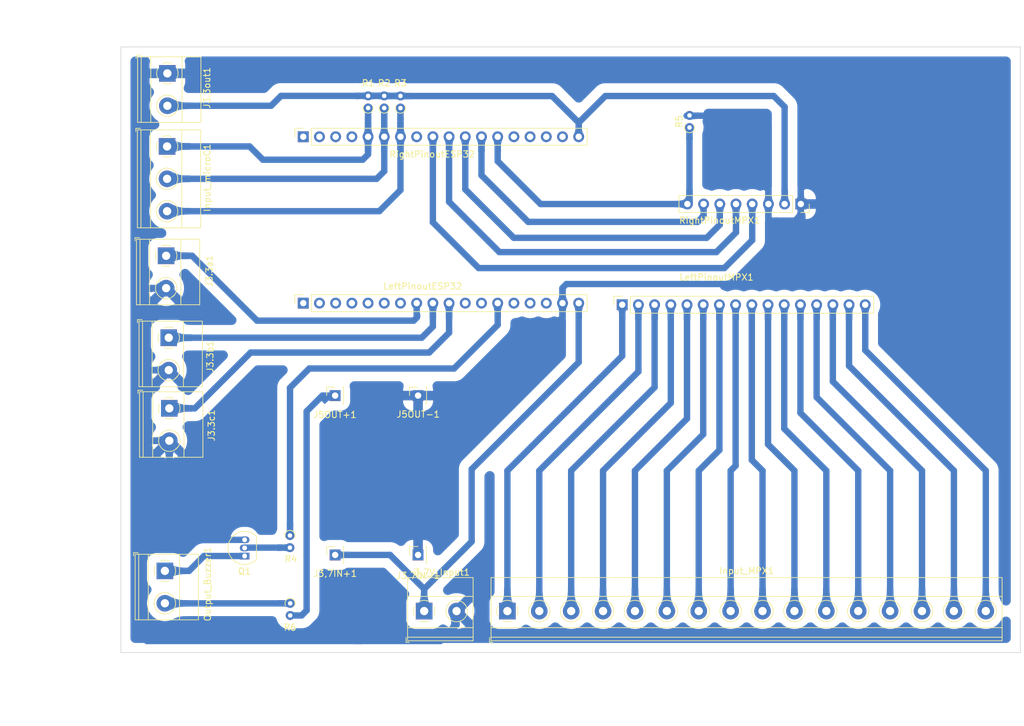
<source format=kicad_pcb>
(kicad_pcb (version 20211014) (generator pcbnew)
  (layers (0 "F.Cu" signal) (31 "B.Cu" signal) (34 "B.Paste" user) (35 "F.Paste" user) (36 "B.SilkS" user "B.Silkscreen") (37 "F.SilkS" user "F.Silkscreen") (38 "B.Mask" user) (39 "F.Mask" user) (44 "Edge.Cuts" user))
  (net 0 "")
  (net 1 "GND")
  (net 2 "GPIO13")
  (net 3 "3.3V")
  (net 4 "GPIO25")
  (net 5 "GPIO26")
  (net 6 "GPIO27")
  (net 7 "/C0")
  (net 8 "/C1")
  (net 9 "/C2")
  (net 10 "/C3")
  (net 11 "/C4")
  (net 12 "/C5")
  (net 13 "/C6")
  (net 14 "/C7")
  (net 15 "/C8")
  (net 16 "/C9")
  (net 17 "/C10")
  (net 18 "/C11")
  (net 19 "/C12")
  (net 20 "/C13")
  (net 21 "/C14")
  (net 22 "/C15")
  (net 24 "3.7V")
  (net 32 "Net-(Output_Buzzer1-Pad1)")
  (net 38 "GPIO17")
  (net 43 "GPIO16")
  (net 44 "GPIO15")
  (net 45 "GPIO4")
  (net 46 "GPIO2")
  (net 47 "GPIO18")
  (net 48 "GPIO19")
  (net 49 "GPIO21")
  (net 53 "5V")
  (net 54 "GPIO36")
  (net 55 "Net-(Output_Buzzer1-Pad2)")
  (net 56 "Net-(Q1-Pad2)")
  (footprint "Resistor_THT:R_Axial_DIN0204_L3.6mm_D1.6mm_P1.90mm_Vertical" (layer "F.Cu") (at 99.91 108.955 -90)
    (fp_text reference "R4")
    (fp_text value "470")
  )
  (footprint "Connector_PinSocket_2.54mm:PinSocket_1x16_P2.54mm_Vertical" (layer "F.Cu") (at 152 72.7475 90)
    (fp_text reference "LeftPinoutMPX1")
    (fp_text value "Conn_01x16_Female_Left")
  )
  (footprint "Connector_PinSocket_2.54mm:PinSocket_1x01_P2.54mm_Vertical" (layer "F.Cu") (at 120 87 90)
    (fp_text reference "J5OUT-1")
    (fp_text value "Vout-")
  )
  (footprint "Connector_PinSocket_2.54mm:PinSocket_1x01_P2.54mm_Vertical" (layer "F.Cu") (at 107 87 90)
    (fp_text reference "J5OUT+1")
    (fp_text value "Vout+")
  )
  (footprint "Connector_PinSocket_2.54mm:PinSocket_1x08_P2.54mm_Vertical" (layer "F.Cu") (at 180 56.95 -90)
    (fp_text reference "RightPinoutMPX1")
    (fp_text value "Conn_01x08_Female_Right")
  )
  (footprint "Resistor_THT:R_Axial_DIN0204_L3.6mm_D1.6mm_P1.90mm_Vertical" (layer "F.Cu") (at 162.55 44.95 90)
    (fp_text reference "R5")
    (fp_text value "4,7K")
  )
  (footprint "TerminalBlock_Phoenix:TerminalBlock_Phoenix_MKDS-1,5-2-5.08_1x02_P5.08mm_Horizontal" (layer "F.Cu") (at 80.305 114.5 -90)
    (fp_text reference "Output_Buzzer1")
    (fp_text value "Alarma")
  )
  (footprint "Connector_PinSocket_2.54mm:PinSocket_1x18_P2.54mm_Vertical" (layer "F.Cu") (at 102 46.395 90)
    (fp_text reference "RightPinoutESP32")
    (fp_text value "Conn_01x18_Female_Right")
  )
  (footprint "TerminalBlock_Phoenix:TerminalBlock_Phoenix_MKDS-1,5-2-5.08_1x02_P5.08mm_Horizontal" (layer "F.Cu") (at 80.695 36.455 -90)
    (fp_text reference "J3.3out1")
    (fp_text value "Screw_Terminal_01x02")
  )
  (footprint "Package_TO_SOT_THT:TO-92_Inline" (layer "F.Cu") (at 92.81 112.17 90)
    (fp_text reference "Q1")
    (fp_text value "BC548")
  )
  (footprint "TerminalBlock_Phoenix:TerminalBlock_Phoenix_MKDS-1,5-16_1x16_P5.00mm_Horizontal" (layer "F.Cu") (at 134 120.805)
    (fp_text reference "Input_MPX1")
    (fp_text value "Screw_Terminal_01x16")
  )
  (footprint "TerminalBlock_Phoenix:TerminalBlock_Phoenix_MKDS-1,5-2-5.08_1x02_P5.08mm_Horizontal" (layer "F.Cu") (at 81 89 -90)
    (fp_text reference "J3.3c1")
    (fp_text value "Screw_Terminal_01x02")
  )
  (footprint "TerminalBlock_Phoenix:TerminalBlock_Phoenix_MKDS-1,5-2-5.08_1x02_P5.08mm_Horizontal" (layer "F.Cu") (at 120.955 120.805)
    (fp_text reference "3,7V_Input1")
    (fp_text value "Screw_Terminal_01x02")
  )
  (footprint "TerminalBlock_Phoenix:TerminalBlock_Phoenix_MKDS-1,5-2-5.08_1x02_P5.08mm_Horizontal" (layer "F.Cu") (at 80.5061 65.0698 -90)
    (fp_text reference "J3.3a1")
    (fp_text value "Screw_Terminal_01x02")
  )
  (footprint "Resistor_THT:R_Axial_DIN0204_L3.6mm_D1.6mm_P1.90mm_Vertical" (layer "F.Cu") (at 99.95 119.595 -90)
    (fp_text reference "R6")
    (fp_text value "1K")
  )
  (footprint "Resistor_THT:R_Axial_DIN0204_L3.6mm_D1.6mm_P1.90mm_Vertical" (layer "F.Cu") (at 112.17 41.885 90)
    (fp_text reference "R1")
    (fp_text value "4,7K")
  )
  (footprint "TerminalBlock_Phoenix:TerminalBlock_Phoenix_MKDS-1,5-3-5.08_1x03_P5.08mm_Horizontal" (layer "F.Cu") (at 80.6525 47.915 -90)
    (fp_text reference "Input_microC1")
    (fp_text value "Screw_Terminal_01x03")
  )
  (footprint "Resistor_THT:R_Axial_DIN0204_L3.6mm_D1.6mm_P1.90mm_Vertical" (layer "F.Cu") (at 114.69 41.885 90)
    (fp_text reference "R2")
    (fp_text value "4,7K")
  )
  (footprint "Connector_PinSocket_2.54mm:PinSocket_1x01_P2.54mm_Vertical" (layer "F.Cu") (at 107 112 90)
    (fp_text reference "J3,7IN+1")
    (fp_text value "Vin+")
  )
  (footprint "Connector_PinSocket_2.54mm:PinSocket_1x01_P2.54mm_Vertical" (layer "F.Cu") (at 120 112 90)
    (fp_text reference "J3,7IN-1")
    (fp_text value "Vin-")
  )
  (footprint "Resistor_THT:R_Axial_DIN0204_L3.6mm_D1.6mm_P1.90mm_Vertical" (layer "F.Cu") (at 117.24 41.895 90)
    (fp_text reference "R3")
    (fp_text value "4,7K")
  )
  (footprint "Connector_PinSocket_2.54mm:PinSocket_1x18_P2.54mm_Vertical" (layer "F.Cu") (at 102 72.4967 90)
    (fp_text reference "LeftPinoutESP32")
    (fp_text value "Conn_01x18_Female_Left")
  )
  (footprint "TerminalBlock_Phoenix:TerminalBlock_Phoenix_MKDS-1,5-2-5.08_1x02_P5.08mm_Horizontal" (layer "F.Cu") (at 80.9125 77.9222 -90)
    (fp_text reference "J3.3b1")
    (fp_text value "Screw_Terminal_01x02")
  )
  (gr_rect (start 214.414 127.3068) (end 73.414 32.3068) (layer "Edge.Cuts") (width 0.1) (fill none))
  (segment (start 131.97 87) (end 120 87) (width 1) (layer "B.Cu") (net 1))
  (segment (start 81 101.6) (end 81 94.08) (width 1) (layer "B.Cu") (net 1))
  (segment (start 173.445 43.1) (end 162.095 43.1) (width 1) (layer "B.Cu") (net 1))
  (segment (start 111 125.5) (end 110 125.5) (width 1) (layer "B.Cu") (net 1))
  (segment (start 78.1162 83.0022) (end 76 80.886) (width 1) (layer "B.Cu") (net 1))
  (segment (start 78.194 94.08) (end 76 96.274) (width 1) (layer "B.Cu") (net 1))
  (segment (start 126.035 122.965) (end 123.5 125.5) (width 1) (layer "B.Cu") (net 1))
  (segment (start 89.03 109.63) (end 81 101.6) (width 1) (layer "B.Cu") (net 1))
  (segment (start 126.035 120.805) (end 126.035 122.965) (width 1) (layer "B.Cu") (net 1))
  (segment (start 175.245 59.555) (end 179.105 59.555) (width 1) (layer "B.Cu") (net 1))
  (segment (start 180 56.95) (end 180 58.66) (width 1) (layer "B.Cu") (net 1))
  (segment (start 76 124) (end 77.5 125.5) (width 1) (layer "B.Cu") (net 1))
  (segment (start 174.92 64.83) (end 174.92 56.95) (width 1) (layer "B.Cu") (net 1))
  (segment (start 142.64 72.4967) (end 142.64 70.11) (width 1) (layer "B.Cu") (net 1))
  (segment (start 143.25 69.5) (end 170.25 69.5) (width 1) (layer "B.Cu") (net 1))
  (segment (start 78.194 94.08) (end 76 91.886) (width 1) (layer "B.Cu") (net 1))
  (segment (start 92.81 109.63) (end 89.03 109.63) (width 1) (layer "B.Cu") (net 1))
  (segment (start 75.75 38.25) (end 77.545 36.455) (width 1) (layer "B.Cu") (net 1))
  (segment (start 76 91.886) (end 76 85.25) (width 1) (layer "B.Cu") (net 1))
  (segment (start 142.64 76.33) (end 131.97 87) (width 1) (layer "B.Cu") (net 1))
  (segment (start 180 56.95) (end 180 39.5) (width 1) (layer "B.Cu") (net 1))
  (segment (start 75.75 68.75) (end 75.75 38.25) (width 1) (layer "B.Cu") (net 1))
  (segment (start 120 112) (end 120 87) (width 1) (layer "B.Cu") (net 1))
  (segment (start 77.3502 70.1498) (end 80.5061 70.1498) (width 1) (layer "B.Cu") (net 1))
  (segment (start 77.1498 70.1498) (end 75.75 68.75) (width 1) (layer "B.Cu") (net 1))
  (segment (start 78.1162 83.0022) (end 78.1162 83.1338) (width 1) (layer "B.Cu") (net 1))
  (segment (start 180 58.66) (end 179.105 59.555) (width 1) (layer "B.Cu") (net 1))
  (segment (start 76 71.5) (end 77.3502 70.1498) (width 1) (layer "B.Cu") (net 1))
  (segment (start 77.5 125.5) (end 111 125.5) (width 1) (layer "B.Cu") (net 1))
  (segment (start 176.955 36.455) (end 80.695 36.455) (width 1) (layer "B.Cu") (net 1))
  (segment (start 80.9125 83.0022) (end 78.1162 83.0022) (width 1) (layer "B.Cu") (net 1))
  (segment (start 170.25 69.5) (end 174.92 64.83) (width 1) (layer "B.Cu") (net 1))
  (segment (start 78.1162 83.1338) (end 76 85.25) (width 1) (layer "B.Cu") (net 1))
  (segment (start 142.64 72.4967) (end 142.64 76.33) (width 1) (layer "B.Cu") (net 1))
  (segment (start 123.5 125.5) (end 111 125.5) (width 1) (layer "B.Cu") (net 1))
  (segment (start 76 96.274) (end 76 124) (width 1) (layer "B.Cu") (net 1))
  (segment (start 142.64 70.11) (end 143.25 69.5) (width 1) (layer "B.Cu") (net 1))
  (segment (start 174.92 44.575) (end 173.445 43.1) (width 1) (layer "B.Cu") (net 1))
  (segment (start 80.5061 70.1498) (end 77.1498 70.1498) (width 1) (layer "B.Cu") (net 1))
  (segment (start 76 80.886) (end 76 71.5) (width 1) (layer "B.Cu") (net 1))
  (segment (start 180 39.5) (end 176.955 36.455) (width 1) (layer "B.Cu") (net 1))
  (segment (start 174.92 56.95) (end 174.92 44.575) (width 1) (layer "B.Cu") (net 1))
  (segment (start 77.545 36.455) (end 80.695 36.455) (width 1) (layer "B.Cu") (net 1))
  (segment (start 81 94.08) (end 78.194 94.08) (width 1) (layer "B.Cu") (net 1))
  (segment (start 99.91 108.955) (end 99.925 108.94) (width 1) (layer "B.Cu") (net 2))
  (segment (start 125.65 82.75) (end 132.48 75.92) (width 1) (layer "B.Cu") (net 2))
  (segment (start 99.925 108.94) (end 99.925 85.775) (width 1) (layer "B.Cu") (net 2))
  (segment (start 99.925 85.775) (end 102.95 82.75) (width 1) (layer "B.Cu") (net 2))
  (segment (start 132.48 75.92) (end 132.48 72.4967) (width 1) (layer "B.Cu") (net 2))
  (segment (start 102.95 82.75) (end 125.65 82.75) (width 1) (layer "B.Cu") (net 2))
  (segment (start 96.965 41.535) (end 80.695 41.535) (width 1) (layer "B.Cu") (net 3))
  (segment (start 175.755 40.005) (end 177.46 41.71) (width 1) (layer "B.Cu") (net 3))
  (segment (start 149.355 40.005) (end 175.755 40.005) (width 1) (layer "B.Cu") (net 3))
  (segment (start 177.46 41.71) (end 177.46 56.95) (width 1) (layer "B.Cu") (net 3))
  (segment (start 114.69 39.985) (end 112.17 39.985) (width 1) (layer "B.Cu") (net 3))
  (segment (start 98.515 39.985) (end 96.965 41.535) (width 1) (layer "B.Cu") (net 3))
  (segment (start 117.24 39.995) (end 114.7 39.995) (width 1) (layer "B.Cu") (net 3))
  (segment (start 145.18 44.18) (end 149.355 40.005) (width 1) (layer "B.Cu") (net 3))
  (segment (start 141.01 40.01) (end 117 40.01) (width 1) (layer "B.Cu") (net 3))
  (segment (start 141.01 40.01) (end 145.18 44.18) (width 1) (layer "B.Cu") (net 3))
  (segment (start 112.17 39.985) (end 98.515 39.985) (width 1) (layer "B.Cu") (net 3))
  (segment (start 145.18 46.395) (end 145.18 44.18) (width 1) (layer "B.Cu") (net 3))
  (segment (start 114.7 39.995) (end 114.69 39.985) (width 1) (layer "B.Cu") (net 3))
  (segment (start 94.75 75.25) (end 84.5698 65.0698) (width 1) (layer "B.Cu") (net 4))
  (segment (start 119.78 72.4967) (end 119.78 74.77) (width 1) (layer "B.Cu") (net 4))
  (segment (start 119.78 74.77) (end 119.3 75.25) (width 1) (layer "B.Cu") (net 4))
  (segment (start 84.5698 65.0698) (end 80.5061 65.0698) (width 1) (layer "B.Cu") (net 4))
  (segment (start 119.3 75.25) (end 94.75 75.25) (width 1) (layer "B.Cu") (net 4))
  (segment (start 120.5778 77.9222) (end 122.32 76.18) (width 1) (layer "B.Cu") (net 5))
  (segment (start 80.9125 77.9222) (end 81.7403 78.75) (width 1) (layer "B.Cu") (net 5))
  (segment (start 80.9125 77.9222) (end 120.5778 77.9222) (width 1) (layer "B.Cu") (net 5))
  (segment (start 122.32 76.18) (end 122.32 72.4967) (width 1) (layer "B.Cu") (net 5))
  (segment (start 124.86 77.14) (end 121.75 80.25) (width 1) (layer "B.Cu") (net 6))
  (segment (start 121.75 80.25) (end 93.75 80.25) (width 1) (layer "B.Cu") (net 6))
  (segment (start 124.86 72.4967) (end 124.86 77.14) (width 1) (layer "B.Cu") (net 6))
  (segment (start 85 89) (end 81 89) (width 1) (layer "B.Cu") (net 6))
  (segment (start 93.75 80.25) (end 85 89) (width 1) (layer "B.Cu") (net 6))
  (segment (start 209 98.78) (end 209 120.805) (width 1) (layer "B.Cu") (net 7))
  (segment (start 190.1 79.88) (end 209 98.78) (width 1) (layer "B.Cu") (net 7))
  (segment (start 190.1 72.7475) (end 190.1 79.88) (width 1) (layer "B.Cu") (net 7))
  (segment (start 187.56 82.34) (end 204 98.78) (width 1) (layer "B.Cu") (net 8))
  (segment (start 187.56 72.7475) (end 187.56 82.34) (width 1) (layer "B.Cu") (net 8))
  (segment (start 204 98.78) (end 204 120.805) (width 1) (layer "B.Cu") (net 8))
  (segment (start 185.02 72.7475) (end 185.02 84.8) (width 1) (layer "B.Cu") (net 9))
  (segment (start 199 98.78) (end 199 120.805) (width 1) (layer "B.Cu") (net 9))
  (segment (start 185.02 84.8) (end 199 98.78) (width 1) (layer "B.Cu") (net 9))
  (segment (start 194 98.78) (end 194 120.805) (width 1) (layer "B.Cu") (net 10))
  (segment (start 182.48 72.7475) (end 182.48 87.26) (width 1) (layer "B.Cu") (net 10))
  (segment (start 182.48 87.26) (end 194 98.78) (width 1) (layer "B.Cu") (net 10))
  (segment (start 179.94 72.7475) (end 179.94 89.72) (width 1) (layer "B.Cu") (net 11))
  (segment (start 189 98.78) (end 189 120.805) (width 1) (layer "B.Cu") (net 11))
  (segment (start 179.94 89.72) (end 189 98.78) (width 1) (layer "B.Cu") (net 11))
  (segment (start 177.4 72.7475) (end 177.4 92.18) (width 1) (layer "B.Cu") (net 12))
  (segment (start 177.4 92.18) (end 184 98.78) (width 1) (layer "B.Cu") (net 12))
  (segment (start 184 98.78) (end 184 120.805) (width 1) (layer "B.Cu") (net 12))
  (segment (start 179 98.78) (end 179 120.805) (width 1) (layer "B.Cu") (net 13))
  (segment (start 174.86 94.64) (end 179 98.78) (width 1) (layer "B.Cu") (net 13))
  (segment (start 174.86 72.7475) (end 174.86 94.64) (width 1) (layer "B.Cu") (net 13))
  (segment (start 174 98.78) (end 174 120.805) (width 1) (layer "B.Cu") (net 14))
  (segment (start 172.32 72.7475) (end 172.32 97.1) (width 1) (layer "B.Cu") (net 14))
  (segment (start 172.32 97.1) (end 174 98.78) (width 1) (layer "B.Cu") (net 14))
  (segment (start 169.315 98.465) (end 169 98.78) (width 1) (layer "B.Cu") (net 15))
  (segment (start 169 98.78) (end 169 120.805) (width 1) (layer "B.Cu") (net 15))
  (segment (start 169.78 98) (end 169.315 98.465) (width 1) (layer "B.Cu") (net 15))
  (segment (start 169.78 72.7475) (end 169.78 98) (width 1) (layer "B.Cu") (net 15))
  (segment (start 167.24 95.54) (end 166.155 96.625) (width 1) (layer "B.Cu") (net 16))
  (segment (start 167.24 72.7475) (end 167.24 95.54) (width 1) (layer "B.Cu") (net 16))
  (segment (start 164 98.78) (end 164 120.805) (width 1) (layer "B.Cu") (net 16))
  (segment (start 166.155 96.625) (end 164 98.78) (width 1) (layer "B.Cu") (net 16))
  (segment (start 159 98.78) (end 159 120.805) (width 1) (layer "B.Cu") (net 17))
  (segment (start 164.7 72.7475) (end 164.7 93.08) (width 1) (layer "B.Cu") (net 17))
  (segment (start 164.7 93.08) (end 163.435 94.345) (width 1) (layer "B.Cu") (net 17))
  (segment (start 163.435 94.345) (end 159 98.78) (width 1) (layer "B.Cu") (net 17))
  (segment (start 161.45 91.33) (end 154 98.78) (width 1) (layer "B.Cu") (net 18))
  (segment (start 162.16 72.7475) (end 162.16 90.62) (width 1) (layer "B.Cu") (net 18))
  (segment (start 154 98.78) (end 154 120.805) (width 1) (layer "B.Cu") (net 18))
  (segment (start 162.16 90.62) (end 161.45 91.33) (width 1) (layer "B.Cu") (net 18))
  (segment (start 149 98.78) (end 149 120.805) (width 1) (layer "B.Cu") (net 19))
  (segment (start 157.48 90.3) (end 149 98.78) (width 1) (layer "B.Cu") (net 19))
  (segment (start 159.62 88.16) (end 157.48 90.3) (width 1) (layer "B.Cu") (net 19))
  (segment (start 159.62 72.7475) (end 159.62 88.16) (width 1) (layer "B.Cu") (net 19))
  (segment (start 154.395 88.385) (end 144 98.78) (width 1) (layer "B.Cu") (net 20))
  (segment (start 157.08 72.7475) (end 157.08 85.7) (width 1) (layer "B.Cu") (net 20))
  (segment (start 144 98.78) (end 144 120.805) (width 1) (layer "B.Cu") (net 20))
  (segment (start 157.08 85.7) (end 154.395 88.385) (width 1) (layer "B.Cu") (net 20))
  (segment (start 154.54 83.24) (end 153.215 84.565) (width 1) (layer "B.Cu") (net 21))
  (segment (start 154.54 72.7475) (end 154.54 83.24) (width 1) (layer "B.Cu") (net 21))
  (segment (start 139 98.78) (end 139 120.805) (width 1) (layer "B.Cu") (net 21))
  (segment (start 153.215 84.565) (end 139 98.78) (width 1) (layer "B.Cu") (net 21))
  (segment (start 150.79 81.99) (end 134 98.78) (width 1) (layer "B.Cu") (net 22))
  (segment (start 152 72.7475) (end 152 80.78) (width 1) (layer "B.Cu") (net 22))
  (segment (start 152 80.78) (end 150.79 81.99) (width 1) (layer "B.Cu") (net 22))
  (segment (start 134 98.78) (end 134 120.805) (width 1) (layer "B.Cu") (net 22))
  (segment (start 120.955 117.345) (end 120.955 120.805) (width 1) (layer "B.Cu") (net 24))
  (segment (start 128.4 98.55) (end 128.4 109.9) (width 1) (layer "B.Cu") (net 24))
  (segment (start 115.61 112) (end 120.955 117.345) (width 1) (layer "B.Cu") (net 24))
  (segment (start 145.18 72.4967) (end 145.18 81.77) (width 1) (layer "B.Cu") (net 24))
  (segment (start 107 112) (end 115.61 112) (width 1) (layer "B.Cu") (net 24))
  (segment (start 128.4 109.9) (end 120.955 117.345) (width 1) (layer "B.Cu") (net 24))
  (segment (start 145.18 81.77) (end 128.4 98.55) (width 1) (layer "B.Cu") (net 24))
  (segment (start 80.305 114.5) (end 84.1 114.5) (width 1) (layer "B.Cu") (net 32))
  (segment (start 86.43 112.17) (end 84.1 114.5) (width 1) (layer "B.Cu") (net 32))
  (segment (start 92.81 112.17) (end 86.43 112.17) (width 1) (layer "B.Cu") (net 32))
  (segment (start 129.5 67) (end 122.32 59.82) (width 1) (layer "B.Cu") (net 38))
  (segment (start 172.38 62.62) (end 168 67) (width 1) (layer "B.Cu") (net 38))
  (segment (start 122.32 59.82) (end 122.32 46.395) (width 1) (layer "B.Cu") (net 38))
  (segment (start 172.38 56.95) (end 172.38 62.62) (width 1) (layer "B.Cu") (net 38))
  (segment (start 168 67) (end 129.5 67) (width 1) (layer "B.Cu") (net 38))
  (segment (start 169.84 61.41) (end 166.75 64.5) (width 1) (layer "B.Cu") (net 43))
  (segment (start 166.75 64.5) (end 132.75 64.5) (width 1) (layer "B.Cu") (net 43))
  (segment (start 132.75 64.5) (end 124.86 56.61) (width 1) (layer "B.Cu") (net 43))
  (segment (start 169.84 56.95) (end 169.84 61.41) (width 1) (layer "B.Cu") (net 43))
  (segment (start 124.86 56.61) (end 124.86 46.395) (width 1) (layer "B.Cu") (net 43))
  (segment (start 162.55 56.27) (end 162.545 56.275) (width 1) (layer "B.Cu") (net 44))
  (segment (start 162.545 56.95) (end 139.2 56.95) (width 1) (layer "B.Cu") (net 44))
  (segment (start 162.55 44.95) (end 162.545 44.955) (width 1) (layer "B.Cu") (net 44))
  (segment (start 132.48 50.23) (end 132.48 46.395) (width 1) (layer "B.Cu") (net 44))
  (segment (start 162.545 44.955) (end 162.545 56.95) (width 1) (layer "B.Cu") (net 44))
  (segment (start 139.2 56.95) (end 132.48 50.23) (width 1) (layer "B.Cu") (net 44))
  (segment (start 165.25 62.25) (end 167.3 60.2) (width 1) (layer "B.Cu") (net 45))
  (segment (start 127.4 54.65) (end 135 62.25) (width 1) (layer "B.Cu") (net 45))
  (segment (start 167.3 60.2) (end 167.3 56.95) (width 1) (layer "B.Cu") (net 45))
  (segment (start 127.4 46.395) (end 127.4 54.65) (width 1) (layer "B.Cu") (net 45))
  (segment (start 135 62.25) (end 165.25 62.25) (width 1) (layer "B.Cu") (net 45))
  (segment (start 163.825 59.75) (end 137.25 59.75) (width 1) (layer "B.Cu") (net 46))
  (segment (start 129.94 52.44) (end 129.94 46.395) (width 1) (layer "B.Cu") (net 46))
  (segment (start 164.76 58.815) (end 163.825 59.75) (width 1) (layer "B.Cu") (net 46))
  (segment (start 164.76 56.95) (end 164.76 58.815) (width 1) (layer "B.Cu") (net 46))
  (segment (start 137.25 59.75) (end 129.94 52.44) (width 1) (layer "B.Cu") (net 46))
  (segment (start 117.24 54.76) (end 113.925 58.075) (width 1) (layer "B.Cu") (net 47))
  (segment (start 117.24 41.895) (end 117.24 46.395) (width 1) (layer "B.Cu") (net 47))
  (segment (start 113.925 58.075) (end 80.6525 58.075) (width 1) (layer "B.Cu") (net 47))
  (segment (start 117.24 46.395) (end 117.24 54.76) (width 1) (layer "B.Cu") (net 47))
  (segment (start 113.505 52.995) (end 80.6525 52.995) (width 1) (layer "B.Cu") (net 48))
  (segment (start 114.69 41.885) (end 114.69 46.385) (width 1) (layer "B.Cu") (net 48))
  (segment (start 114.7 46.395) (end 114.7 51.8) (width 1) (layer "B.Cu") (net 48))
  (segment (start 114.69 46.385) (end 114.7 46.395) (width 1) (layer "B.Cu") (net 48))
  (segment (start 114.7 51.8) (end 113.505 52.995) (width 1) (layer "B.Cu") (net 48))
  (segment (start 111.32 50) (end 112.16 49.16) (width 1) (layer "B.Cu") (net 49))
  (segment (start 112.16 49.16) (end 112.16 46.395) (width 1) (layer "B.Cu") (net 49))
  (segment (start 93.585 47.915) (end 80.6525 47.915) (width 1) (layer "B.Cu") (net 49))
  (segment (start 95.67 50) (end 93.585 47.915) (width 1) (layer "B.Cu") (net 49))
  (segment (start 111.32 50) (end 95.67 50) (width 1) (layer "B.Cu") (net 49))
  (segment (start 112.16 41.895) (end 112.17 41.885) (width 1) (layer "B.Cu") (net 49))
  (segment (start 112.16 46.395) (end 112.16 41.895) (width 1) (layer "B.Cu") (net 49))
  (segment (start 105 87) (end 107 87) (width 1) (layer "B.Cu") (net 53))
  (segment (start 99.95 121.495) (end 101.735 121.495) (width 1) (layer "B.Cu") (net 53))
  (segment (start 102.53 89.47) (end 105 87) (width 1) (layer "B.Cu") (net 53))
  (segment (start 101.735 121.495) (end 102.53 120.7) (width 1) (layer "B.Cu") (net 53))
  (segment (start 102.53 120.7) (end 102.53 89.47) (width 1) (layer "B.Cu") (net 53))
  (segment (start 99.95 119.595) (end 80.32 119.595) (width 1) (layer "B.Cu") (net 55))
  (segment (start 80.325 119.6) (end 80.305 119.58) (width 1) (layer "B.Cu") (net 55))
  (segment (start 80.32 119.595) (end 80.305 119.58) (width 1) (layer "B.Cu") (net 55))
  (segment (start 92.855 110.855) (end 92.81 110.9) (width 1) (layer "B.Cu") (net 56))
  (segment (start 99.91 110.855) (end 92.855 110.855) (width 1) (layer "B.Cu") (net 56))
  (zone (net 48) (net_name "GPIO19") (layer "B.Cu") (priority 16962) (connect_pads yes (clearance 0)) (min_thickness 0.0254) (fill yes (thermal_gap 0.508) (thermal_bridge_width 0.508))
    (polygon (pts (xy 115.2 48.765) (xy 115.198433 48.482506) (xy 115.195608 48.235765) (xy 115.194334 48.018248) (xy 115.197424 47.823428) (xy 115.207687 47.644774) (xy 115.227936 47.475759) (xy 115.26098 47.309853) (xy 115.309632 47.140528) (xy 115.376701 46.961255) (xy 115.465 46.765506) (xy 114.7 45.97) (xy 113.935 46.765506) (xy 114.023298 46.961255) (xy 114.090367 47.140528) (xy 114.139019 47.309853) (xy 114.172063 47.475759) (xy 114.192312 47.644774) (xy 114.202575 47.823428) (xy 114.205665 48.018248) (xy 114.204391 48.235765) (xy 114.201566 48.482506) (xy 114.2 48.765)))
  )
  (zone (net 5) (net_name "GPIO26") (layer "B.Cu") (priority 16962) (connect_pads yes (clearance 0)) (min_thickness 0.0254) (fill yes (thermal_gap 0.508) (thermal_bridge_width 0.508))
    (polygon (pts (xy 122.82 74.8667) (xy 122.818433 74.584206) (xy 122.815608 74.337465) (xy 122.814334 74.119948) (xy 122.817424 73.925128) (xy 122.827687 73.746474) (xy 122.847936 73.577459) (xy 122.88098 73.411553) (xy 122.929632 73.242228) (xy 122.996701 73.062955) (xy 123.085 72.867206) (xy 122.32 72.0717) (xy 121.555 72.867206) (xy 121.643298 73.062955) (xy 121.710367 73.242228) (xy 121.759019 73.411553) (xy 121.792063 73.577459) (xy 121.812312 73.746474) (xy 121.822575 73.925128) (xy 121.825665 74.119948) (xy 121.824391 74.337465) (xy 121.821566 74.584206) (xy 121.82 74.8667)))
  )
  (zone (net 1) (net_name "GND") (layer "B.Cu") (priority 16962) (connect_pads yes (clearance 0)) (min_thickness 0.0254) (fill yes (thermal_gap 0.508) (thermal_bridge_width 0.508))
    (polygon (pts (xy 179.5 54.58) (xy 179.501566 54.862493) (xy 179.504391 55.109234) (xy 179.505665 55.326751) (xy 179.502575 55.521571) (xy 179.492312 55.700225) (xy 179.472063 55.86924) (xy 179.439019 56.035146) (xy 179.390367 56.204471) (xy 179.323298 56.383744) (xy 179.235 56.579494) (xy 180 57.375) (xy 180.765 56.579494) (xy 180.676701 56.383744) (xy 180.609632 56.204471) (xy 180.56098 56.035146) (xy 180.527936 55.86924) (xy 180.507687 55.700225) (xy 180.497424 55.521571) (xy 180.494334 55.326751) (xy 180.495608 55.109234) (xy 180.498433 54.862493) (xy 180.5 54.58)))
  )
  (zone (net 1) (net_name "GND") (layer "B.Cu") (connect_pads (clearance 1.5)) (min_thickness 1.5) (fill yes (thermal_gap 1.5) (thermal_bridge_width 1.5))
    (polygon (pts (xy 215 127) (xy 73 127) (xy 73 32) (xy 215 32)))
  )
  (zone (net 45) (net_name "GPIO4") (layer "B.Cu") (priority 16962) (connect_pads yes (clearance 0)) (min_thickness 0.0254) (fill yes (thermal_gap 0.508) (thermal_bridge_width 0.508))
    (polygon (pts (xy 127.9 48.765) (xy 127.898433 48.482506) (xy 127.895608 48.235765) (xy 127.894334 48.018248) (xy 127.897424 47.823428) (xy 127.907687 47.644774) (xy 127.927936 47.475759) (xy 127.96098 47.309853) (xy 128.009632 47.140528) (xy 128.076701 46.961255) (xy 128.165 46.765506) (xy 127.4 45.97) (xy 126.635 46.765506) (xy 126.723298 46.961255) (xy 126.790367 47.140528) (xy 126.839019 47.309853) (xy 126.872063 47.475759) (xy 126.892312 47.644774) (xy 126.902575 47.823428) (xy 126.905665 48.018248) (xy 126.904391 48.235765) (xy 126.901566 48.482506) (xy 126.9 48.765)))
  )
  (zone (net 9) (net_name "/C2") (layer "B.Cu") (priority 16962) (connect_pads yes (clearance 0)) (min_thickness 0.0254) (fill yes (thermal_gap 0.508) (thermal_bridge_width 0.508))
    (polygon (pts (xy 198.5 117.175) (xy 198.496693 117.609859) (xy 198.485267 117.982201) (xy 198.463457 118.304758) (xy 198.429001 118.590265) (xy 198.379637 118.851455) (xy 198.313101 119.101063) (xy 198.227133 119.351821) (xy 198.119468 119.616465) (xy 197.987844 119.907728) (xy 197.83 120.238344) (xy 199 121.455) (xy 200.17 120.238344) (xy 200.012155 119.907728) (xy 199.880531 119.616465) (xy 199.772866 119.351821) (xy 199.686898 119.101063) (xy 199.620362 118.851455) (xy 199.570998 118.590265) (xy 199.536542 118.304758) (xy 199.514732 117.982201) (xy 199.503306 117.609859) (xy 199.5 117.175)))
  )
  (zone (net 22) (net_name "/C15") (layer "B.Cu") (priority 16962) (connect_pads yes (clearance 0)) (min_thickness 0.0254) (fill yes (thermal_gap 0.508) (thermal_bridge_width 0.508))
    (polygon (pts (xy 133.5 117.175) (xy 133.496693 117.609859) (xy 133.485267 117.982201) (xy 133.463457 118.304758) (xy 133.429001 118.590265) (xy 133.379637 118.851455) (xy 133.313101 119.101063) (xy 133.227133 119.351821) (xy 133.119468 119.616465) (xy 132.987844 119.907728) (xy 132.83 120.238344) (xy 134 121.455) (xy 135.17 120.238344) (xy 135.012155 119.907728) (xy 134.880531 119.616465) (xy 134.772866 119.351821) (xy 134.686898 119.101063) (xy 134.620362 118.851455) (xy 134.570998 118.590265) (xy 134.536542 118.304758) (xy 134.514732 117.982201) (xy 134.503306 117.609859) (xy 134.5 117.175)))
  )
  (zone (net 3) (net_name "3.3V") (layer "B.Cu") (priority 16962) (connect_pads yes (clearance 0)) (min_thickness 0.0254) (fill yes (thermal_gap 0.508) (thermal_bridge_width 0.508))
    (polygon (pts (xy 176.96 54.58) (xy 176.961566 54.862493) (xy 176.964391 55.109234) (xy 176.965665 55.326751) (xy 176.962575 55.521571) (xy 176.952312 55.700225) (xy 176.932063 55.86924) (xy 176.899019 56.035146) (xy 176.850367 56.204471) (xy 176.783298 56.383744) (xy 176.695 56.579494) (xy 177.46 57.375) (xy 178.225 56.579494) (xy 178.136701 56.383744) (xy 178.069632 56.204471) (xy 178.02098 56.035146) (xy 177.987936 55.86924) (xy 177.967687 55.700225) (xy 177.957424 55.521571) (xy 177.954334 55.326751) (xy 177.955608 55.109234) (xy 177.958433 54.862493) (xy 177.96 54.58)))
  )
  (zone (net 13) (net_name "/C6") (layer "B.Cu") (priority 16962) (connect_pads yes (clearance 0)) (min_thickness 0.0254) (fill yes (thermal_gap 0.508) (thermal_bridge_width 0.508))
    (polygon (pts (xy 178.5 117.175) (xy 178.496693 117.609859) (xy 178.485267 117.982201) (xy 178.463457 118.304758) (xy 178.429001 118.590265) (xy 178.379637 118.851455) (xy 178.313101 119.101063) (xy 178.227133 119.351821) (xy 178.119468 119.616465) (xy 177.987844 119.907728) (xy 177.83 120.238344) (xy 179 121.455) (xy 180.17 120.238344) (xy 180.012155 119.907728) (xy 179.880531 119.616465) (xy 179.772866 119.351821) (xy 179.686898 119.101063) (xy 179.620362 118.851455) (xy 179.570998 118.590265) (xy 179.536542 118.304758) (xy 179.514732 117.982201) (xy 179.503306 117.609859) (xy 179.5 117.175)))
  )
  (zone (net 14) (net_name "/C7") (layer "B.Cu") (priority 16962) (connect_pads yes (clearance 0)) (min_thickness 0.0254) (fill yes (thermal_gap 0.508) (thermal_bridge_width 0.508))
    (polygon (pts (xy 172.82 75.1175) (xy 172.818433 74.835006) (xy 172.815608 74.588265) (xy 172.814334 74.370748) (xy 172.817424 74.175928) (xy 172.827687 73.997274) (xy 172.847936 73.828259) (xy 172.88098 73.662353) (xy 172.929632 73.493028) (xy 172.996701 73.313755) (xy 173.085 73.118006) (xy 172.32 72.3225) (xy 171.555 73.118006) (xy 171.643298 73.313755) (xy 171.710367 73.493028) (xy 171.759019 73.662353) (xy 171.792063 73.828259) (xy 171.812312 73.997274) (xy 171.822575 74.175928) (xy 171.825665 74.370748) (xy 171.824391 74.588265) (xy 171.821566 74.835006) (xy 171.82 75.1175)))
  )
  (zone (net 3) (net_name "3.3V") (layer "B.Cu") (priority 16962) (connect_pads yes (clearance 0)) (min_thickness 0.0254) (fill yes (thermal_gap 0.508) (thermal_bridge_width 0.508))
    (polygon (pts (xy 114.12 39.485) (xy 113.886498 39.487671) (xy 113.678463 39.493919) (xy 113.492096 39.501098) (xy 113.323598 39.506558) (xy 113.169169 39.507654) (xy 113.025012 39.501738) (xy 112.887328 39.486162) (xy 112.752317 39.458278) (xy 112.616181 39.41544) (xy 112.475122 39.355) (xy 111.82 39.985) (xy 112.475122 40.615) (xy 112.616181 40.554559) (xy 112.752317 40.511721) (xy 112.887328 40.483837) (xy 113.025012 40.468261) (xy 113.169169 40.462345) (xy 113.323598 40.463441) (xy 113.492096 40.468901) (xy 113.678463 40.47608) (xy 113.886498 40.482328) (xy 114.12 40.485)))
  )
  (zone (net 10) (net_name "/C3") (layer "B.Cu") (priority 16962) (connect_pads yes (clearance 0)) (min_thickness 0.0254) (fill yes (thermal_gap 0.508) (thermal_bridge_width 0.508))
    (polygon (pts (xy 182.98 75.1175) (xy 182.978433 74.835006) (xy 182.975608 74.588265) (xy 182.974334 74.370748) (xy 182.977424 74.175928) (xy 182.987687 73.997274) (xy 183.007936 73.828259) (xy 183.04098 73.662353) (xy 183.089632 73.493028) (xy 183.156701 73.313755) (xy 183.245 73.118006) (xy 182.48 72.3225) (xy 181.715 73.118006) (xy 181.803298 73.313755) (xy 181.870367 73.493028) (xy 181.919019 73.662353) (xy 181.952063 73.828259) (xy 181.972312 73.997274) (xy 181.982575 74.175928) (xy 181.985665 74.370748) (xy 181.984391 74.588265) (xy 181.981566 74.835006) (xy 181.98 75.1175)))
  )
  (zone (net 47) (net_name "GPIO18") (layer "B.Cu") (priority 16962) (connect_pads yes (clearance 0)) (min_thickness 0.0254) (fill yes (thermal_gap 0.508) (thermal_bridge_width 0.508))
    (polygon (pts (xy 84.2825 57.575) (xy 83.84764 57.571693) (xy 83.475298 57.560267) (xy 83.152741 57.538457) (xy 82.867234 57.504001) (xy 82.606044 57.454637) (xy 82.356436 57.388101) (xy 82.105678 57.302133) (xy 81.841034 57.194468) (xy 81.549771 57.062844) (xy 81.219156 56.905) (xy 80.0025 58.075) (xy 81.219156 59.245) (xy 81.549771 59.087155) (xy 81.841034 58.955531) (xy 82.105678 58.847866) (xy 82.356436 58.761898) (xy 82.606044 58.695362) (xy 82.867234 58.645998) (xy 83.152741 58.611542) (xy 83.475298 58.589732) (xy 83.84764 58.578306) (xy 84.2825 58.575)))
  )
  (zone (net 32) (net_name "Net-(Output_Buzzer1-Pad1)") (layer "B.Cu") (priority 16962) (connect_pads yes (clearance 0)) (min_thickness 0.0254) (fill yes (thermal_gap 0.508) (thermal_bridge_width 0.508))
    (polygon (pts (xy 83.935 114) (xy 83.50014 113.996693) (xy 83.127798 113.985267) (xy 82.805241 113.963457) (xy 82.519734 113.929001) (xy 82.258544 113.879637) (xy 82.008936 113.813101) (xy 81.758178 113.727133) (xy 81.493534 113.619468) (xy 81.202271 113.487844) (xy 80.871656 113.33) (xy 79.655 114.5) (xy 80.871656 115.67) (xy 81.202271 115.512155) (xy 81.493534 115.380531) (xy 81.758178 115.272866) (xy 82.008936 115.186898) (xy 82.258544 115.120362) (xy 82.519734 115.070998) (xy 82.805241 115.036542) (xy 83.127798 115.014732) (xy 83.50014 115.003306) (xy 83.935 115)))
  )
  (zone (net 24) (net_name "3.7V") (layer "B.Cu") (priority 16962) (connect_pads yes (clearance 0)) (min_thickness 0.0254) (fill yes (thermal_gap 0.508) (thermal_bridge_width 0.508))
    (polygon (pts (xy 109.37 111.5) (xy 109.087506 111.501566) (xy 108.840765 111.504391) (xy 108.623248 111.505665) (xy 108.428428 111.502575) (xy 108.249774 111.492312) (xy 108.080759 111.472063) (xy 107.914853 111.439019) (xy 107.745528 111.390367) (xy 107.566255 111.323298) (xy 107.370506 111.235) (xy 106.575 112) (xy 107.370506 112.765) (xy 107.566255 112.676701) (xy 107.745528 112.609632) (xy 107.914853 112.56098) (xy 108.080759 112.527936) (xy 108.249774 112.507687) (xy 108.428428 112.497424) (xy 108.623248 112.494334) (xy 108.840765 112.495608) (xy 109.087506 112.498433) (xy 109.37 112.5)))
  )
  (zone (net 44) (net_name "GPIO15") (layer "B.Cu") (priority 16962) (connect_pads yes (clearance 0)) (min_thickness 0.0254) (fill yes (thermal_gap 0.508) (thermal_bridge_width 0.508))
    (polygon (pts (xy 160.175 57.45) (xy 160.412272 57.449866) (xy 160.619199 57.450703) (xy 160.80134 57.454366) (xy 160.964258 57.46271) (xy 161.113512 57.477591) (xy 161.254666 57.500865) (xy 161.393279 57.534387) (xy 161.534914 57.580013) (xy 161.685132 57.639599) (xy 161.849494 57.715) (xy 162.645 56.95) (xy 161.849494 56.185) (xy 161.685132 56.2604) (xy 161.534914 56.319986) (xy 161.393279 56.365612) (xy 161.254666 56.399134) (xy 161.113512 56.422408) (xy 160.964258 56.437289) (xy 160.80134 56.445633) (xy 160.619199 56.449296) (xy 160.412272 56.450133) (xy 160.175 56.45)))
  )
  (zone (net 44) (net_name "GPIO15") (layer "B.Cu") (priority 16962) (connect_pads yes (clearance 0)) (min_thickness 0.0254) (fill yes (thermal_gap 0.508) (thermal_bridge_width 0.508))
    (polygon (pts (xy 162.045 54.63) (xy 162.047229 54.875759) (xy 162.051187 55.095826) (xy 162.052777 55.293409) (xy 162.047902 55.471715) (xy 162.032466 55.633949) (xy 162.002372 55.78332) (xy 161.953524 55.923035) (xy 161.881825 56.056299) (xy 161.783179 56.186321) (xy 161.65349 56.316308) (xy 162.058307 57.343039) (xy 163.068432 56.898405) (xy 163.055108 56.657211) (xy 163.045977 56.442209) (xy 163.040381 56.244773) (xy 163.037664 56.056277) (xy 163.037167 55.868095) (xy 163.038234 55.671602) (xy 163.040208 55.458171) (xy 163.042432 55.219178) (xy 163.044248 54.945996) (xy 163.045 54.63)))
  )
  (zone (net 3) (net_name "3.3V") (layer "B.Cu") (priority 16962) (connect_pads yes (clearance 0)) (min_thickness 0.0254) (fill yes (thermal_gap 0.508) (thermal_bridge_width 0.508))
    (polygon (pts (xy 84.325 41.035) (xy 83.89014 41.031693) (xy 83.517798 41.020267) (xy 83.195241 40.998457) (xy 82.909734 40.964001) (xy 82.648544 40.914637) (xy 82.398936 40.848101) (xy 82.148178 40.762133) (xy 81.883534 40.654468) (xy 81.592271 40.522844) (xy 81.261656 40.365) (xy 80.045 41.535) (xy 81.261656 42.705) (xy 81.592271 42.547155) (xy 81.883534 42.415531) (xy 82.148178 42.307866) (xy 82.398936 42.221898) (xy 82.648544 42.155362) (xy 82.909734 42.105998) (xy 83.195241 42.071542) (xy 83.517798 42.049732) (xy 83.89014 42.038306) (xy 84.325 42.035)))
  )
  (zone (net 2) (net_name "GPIO13") (layer "B.Cu") (priority 16962) (connect_pads yes (clearance 0)) (min_thickness 0.0254) (fill yes (thermal_gap 0.508) (thermal_bridge_width 0.508))
    (polygon (pts (xy 132.98 74.8667) (xy 132.978433 74.584206) (xy 132.975608 74.337465) (xy 132.974334 74.119948) (xy 132.977424 73.925128) (xy 132.987687 73.746474) (xy 133.007936 73.577459) (xy 133.04098 73.411553) (xy 133.089632 73.242228) (xy 133.156701 73.062955) (xy 133.245 72.867206) (xy 132.48 72.0717) (xy 131.715 72.867206) (xy 131.803298 73.062955) (xy 131.870367 73.242228) (xy 131.919019 73.411553) (xy 131.952063 73.577459) (xy 131.972312 73.746474) (xy 131.982575 73.925128) (xy 131.985665 74.119948) (xy 131.984391 74.337465) (xy 131.981566 74.584206) (xy 131.98 74.8667)))
  )
  (zone (net 48) (net_name "GPIO19") (layer "B.Cu") (priority 16962) (connect_pads yes (clearance 0)) (min_thickness 0.0254) (fill yes (thermal_gap 0.508) (thermal_bridge_width 0.508))
    (polygon (pts (xy 115.2 48.765) (xy 115.198433 48.482506) (xy 115.195608 48.235765) (xy 115.194334 48.018248) (xy 115.197424 47.823428) (xy 115.207687 47.644774) (xy 115.227936 47.475759) (xy 115.26098 47.309853) (xy 115.309632 47.140528) (xy 115.376701 46.961255) (xy 115.465 46.765506) (xy 114.7 45.97) (xy 113.935 46.765506) (xy 114.023298 46.961255) (xy 114.090367 47.140528) (xy 114.139019 47.309853) (xy 114.172063 47.475759) (xy 114.192312 47.644774) (xy 114.202575 47.823428) (xy 114.205665 48.018248) (xy 114.204391 48.235765) (xy 114.201566 48.482506) (xy 114.2 48.765)))
  )
  (zone (net 1) (net_name "GND") (layer "B.Cu") (priority 16962) (connect_pads yes (clearance 0)) (min_thickness 0.0254) (fill yes (thermal_gap 0.508) (thermal_bridge_width 0.508))
    (polygon (pts (xy 125.342036 124.365071) (xy 125.628262 124.050042) (xy 125.841817 123.758311) (xy 125.999535 123.485387) (xy 126.11825 123.226778) (xy 126.214797 122.977993) (xy 126.306012 122.734541) (xy 126.408728 122.491931) (xy 126.539782 122.245671) (xy 126.716006 121.99127) (xy 126.954238 121.724238) (xy 126.035 120.155) (xy 124.865 121.371656) (xy 124.982413 121.624176) (xy 125.080123 121.863985) (xy 125.153817 122.093859) (xy 125.199181 122.316574) (xy 125.211903 122.534906) (xy 125.187671 122.751629) (xy 125.12217 122.969521) (xy 125.011088 123.191357) (xy 124.850112 123.419912) (xy 124.634929 123.657964)))
  )
  (zone (net 5) (net_name "GPIO26") (layer "B.Cu") (priority 16962) (connect_pads yes (clearance 0)) (min_thickness 0.0254) (fill yes (thermal_gap 0.508) (thermal_bridge_width 0.508))
    (polygon (pts (xy 122.82 74.8667) (xy 122.818433 74.584206) (xy 122.815608 74.337465) (xy 122.814334 74.119948) (xy 122.817424 73.925128) (xy 122.827687 73.746474) (xy 122.847936 73.577459) (xy 122.88098 73.411553) (xy 122.929632 73.242228) (xy 122.996701 73.062955) (xy 123.085 72.867206) (xy 122.32 72.0717) (xy 121.555 72.867206) (xy 121.643298 73.062955) (xy 121.710367 73.242228) (xy 121.759019 73.411553) (xy 121.792063 73.577459) (xy 121.812312 73.746474) (xy 121.822575 73.925128) (xy 121.825665 74.119948) (xy 121.824391 74.337465) (xy 121.821566 74.584206) (xy 121.82 74.8667)))
  )
  (zone (net 38) (net_name "GPIO17") (layer "B.Cu") (priority 16962) (connect_pads yes (clearance 0)) (min_thickness 0.0254) (fill yes (thermal_gap 0.508) (thermal_bridge_width 0.508))
    (polygon (pts (xy 172.88 59.32) (xy 172.878433 59.037506) (xy 172.875608 58.790765) (xy 172.874334 58.573248) (xy 172.877424 58.378428) (xy 172.887687 58.199774) (xy 172.907936 58.030759) (xy 172.94098 57.864853) (xy 172.989632 57.695528) (xy 173.056701 57.516255) (xy 173.145 57.320506) (xy 172.38 56.525) (xy 171.615 57.320506) (xy 171.703298 57.516255) (xy 171.770367 57.695528) (xy 171.819019 57.864853) (xy 171.852063 58.030759) (xy 171.872312 58.199774) (xy 171.882575 58.378428) (xy 171.885665 58.573248) (xy 171.884391 58.790765) (xy 171.881566 59.037506) (xy 171.88 59.32)))
  )
  (zone (net 7) (net_name "/C0") (layer "B.Cu") (priority 16962) (connect_pads yes (clearance 0)) (min_thickness 0.0254) (fill yes (thermal_gap 0.508) (thermal_bridge_width 0.508))
    (polygon (pts (xy 190.6 75.1175) (xy 190.598433 74.835006) (xy 190.595608 74.588265) (xy 190.594334 74.370748) (xy 190.597424 74.175928) (xy 190.607687 73.997274) (xy 190.627936 73.828259) (xy 190.66098 73.662353) (xy 190.709632 73.493028) (xy 190.776701 73.313755) (xy 190.865 73.118006) (xy 190.1 72.3225) (xy 189.335 73.118006) (xy 189.423298 73.313755) (xy 189.490367 73.493028) (xy 189.539019 73.662353) (xy 189.572063 73.828259) (xy 189.592312 73.997274) (xy 189.602575 74.175928) (xy 189.605665 74.370748) (xy 189.604391 74.588265) (xy 189.601566 74.835006) (xy 189.6 75.1175)))
  )
  (zone (net 5) (net_name "GPIO26") (layer "B.Cu") (priority 16962) (connect_pads yes (clearance 0)) (min_thickness 0.0254) (fill yes (thermal_gap 0.508) (thermal_bridge_width 0.508))
    (polygon (pts (xy 84.5425 77.4222) (xy 84.10764 77.418893) (xy 83.735298 77.407467) (xy 83.412741 77.385657) (xy 83.127234 77.351201) (xy 82.866044 77.301837) (xy 82.616436 77.235301) (xy 82.365678 77.149333) (xy 82.101034 77.041668) (xy 81.809771 76.910044) (xy 81.479156 76.7522) (xy 80.2625 77.9222) (xy 81.479156 79.0922) (xy 81.809771 78.934355) (xy 82.101034 78.802731) (xy 82.365678 78.695066) (xy 82.616436 78.609098) (xy 82.866044 78.542562) (xy 83.127234 78.493198) (xy 83.412741 78.458742) (xy 83.735298 78.436932) (xy 84.10764 78.425506) (xy 84.5425 78.4222)))
  )
  (zone (net 1) (net_name "GND") (layer "B.Cu") (priority 16962) (connect_pads yes (clearance 0)) (min_thickness 0.0254) (fill yes (thermal_gap 0.508) (thermal_bridge_width 0.508))
    (polygon (pts (xy 78.1262 83.5022) (xy 78.402643 83.504456) (xy 78.655536 83.512126) (xy 78.886309 83.526562) (xy 79.096394 83.549115) (xy 79.28722 83.581139) (xy 79.460218 83.623985) (xy 79.616819 83.679004) (xy 79.758453 83.747549) (xy 79.886551 83.830973) (xy 80.002543 83.930627) (xy 81.5625 83.0022) (xy 80.002543 82.073773) (xy 79.886551 82.173426) (xy 79.758453 82.25685) (xy 79.616819 82.325395) (xy 79.460218 82.380414) (xy 79.28722 82.42326) (xy 79.096394 82.455284) (xy 78.886309 82.477837) (xy 78.655536 82.492273) (xy 78.402643 82.499943) (xy 78.1262 82.5022)))
  )
  (zone (net 38) (net_name "GPIO17") (layer "B.Cu") (priority 16962) (connect_pads yes (clearance 0)) (min_thickness 0.0254) (fill yes (thermal_gap 0.508) (thermal_bridge_width 0.508))
    (polygon (pts (xy 122.82 48.765) (xy 122.818433 48.482506) (xy 122.815608 48.235765) (xy 122.814334 48.018248) (xy 122.817424 47.823428) (xy 122.827687 47.644774) (xy 122.847936 47.475759) (xy 122.88098 47.309853) (xy 122.929632 47.140528) (xy 122.996701 46.961255) (xy 123.085 46.765506) (xy 122.32 45.97) (xy 121.555 46.765506) (xy 121.643298 46.961255) (xy 121.710367 47.140528) (xy 121.759019 47.309853) (xy 121.792063 47.475759) (xy 121.812312 47.644774) (xy 121.822575 47.823428) (xy 121.825665 48.018248) (xy 121.824391 48.235765) (xy 121.821566 48.482506) (xy 121.82 48.765)))
  )
  (zone (net 7) (net_name "/C0") (layer "B.Cu") (priority 16962) (connect_pads yes (clearance 0)) (min_thickness 0.0254) (fill yes (thermal_gap 0.508) (thermal_bridge_width 0.508))
    (polygon (pts (xy 190.6 75.1175) (xy 190.598433 74.835006) (xy 190.595608 74.588265) (xy 190.594334 74.370748) (xy 190.597424 74.175928) (xy 190.607687 73.997274) (xy 190.627936 73.828259) (xy 190.66098 73.662353) (xy 190.709632 73.493028) (xy 190.776701 73.313755) (xy 190.865 73.118006) (xy 190.1 72.3225) (xy 189.335 73.118006) (xy 189.423298 73.313755) (xy 189.490367 73.493028) (xy 189.539019 73.662353) (xy 189.572063 73.828259) (xy 189.592312 73.997274) (xy 189.602575 74.175928) (xy 189.605665 74.370748) (xy 189.604391 74.588265) (xy 189.601566 74.835006) (xy 189.6 75.1175)))
  )
  (zone (net 48) (net_name "GPIO19") (layer "B.Cu") (priority 16962) (connect_pads yes (clearance 0)) (min_thickness 0.0254) (fill yes (thermal_gap 0.508) (thermal_bridge_width 0.508))
    (polygon (pts (xy 115.19 43.835) (xy 115.187328 43.601498) (xy 115.18108 43.393463) (xy 115.173901 43.207096) (xy 115.168441 43.038598) (xy 115.167345 42.884169) (xy 115.173261 42.740012) (xy 115.188837 42.602328) (xy 115.216721 42.467317) (xy 115.259559 42.331181) (xy 115.32 42.190122) (xy 114.69 41.535) (xy 114.06 42.190122) (xy 114.12044 42.331181) (xy 114.163278 42.467317) (xy 114.191162 42.602328) (xy 114.206738 42.740012) (xy 114.212654 42.884169) (xy 114.211558 43.038598) (xy 114.206098 43.207096) (xy 114.198919 43.393463) (xy 114.192671 43.601498) (xy 114.19 43.835)))
  )
  (zone (net 1) (net_name "GND") (layer "B.Cu") (priority 16962) (connect_pads yes (clearance 0)) (min_thickness 0.0254) (fill yes (thermal_gap 0.508) (thermal_bridge_width 0.508))
    (polygon (pts (xy 77.361442 70.845663) (xy 77.632153 70.62082) (xy 77.890589 70.49317) (xy 78.140277 70.448953) (xy 78.384744 70.474409) (xy 78.627518 70.555781) (xy 78.872126 70.679309) (xy 79.122095 70.831233) (xy 79.380953 70.997796) (xy 79.652227 71.165238) (xy 79.939444 71.3198) (xy 81.1561 70.1498) (xy 79.586862 69.230562) (xy 79.31317 69.447566) (xy 79.037021 69.569851) (xy 78.757704 69.622421) (xy 78.474513 69.630276) (xy 78.186739 69.61842) (xy 77.893673 69.611855) (xy 77.594609 69.635584) (xy 77.288836 69.714609) (xy 76.975648 69.873932) (xy 76.654337 70.138558)))
  )
  (zone (net 3) (net_name "3.3V") (layer "B.Cu") (priority 16962) (connect_pads yes (clearance 0)) (min_thickness 0.0254) (fill yes (thermal_gap 0.508) (thermal_bridge_width 0.508))
    (polygon (pts (xy 116.65 39.495) (xy 116.41621 39.497706) (xy 116.207788 39.504019) (xy 116.020988 39.511232) (xy 115.852063 39.516636) (xy 115.697267 39.517523) (xy 115.552853 39.511185) (xy 115.415074 39.494914) (xy 115.280185 39.466002) (xy 115.144439 39.421741) (xy 115.00409 39.359423) (xy 114.340036 39.980001) (xy 114.986092 40.619294) (xy 115.12956 40.560075) (xy 115.267736 40.518286) (xy 115.404515 40.491291) (xy 115.543791 40.476451) (xy 115.689459 40.47113) (xy 115.845415 40.47269) (xy 116.015551 40.478495) (xy 116.203765 40.485906) (xy 116.413949 40.492287) (xy 116.65 40.495)))
  )
  (zone (net 1) (net_name "GND") (layer "B.Cu") (priority 16962) (connect_pads yes (clearance 0)) (min_thickness 0.0254) (fill yes (thermal_gap 0.508) (thermal_bridge_width 0.508))
    (polygon (pts (xy 142.14 70.1267) (xy 142.141566 70.409193) (xy 142.144391 70.655934) (xy 142.145665 70.873451) (xy 142.142575 71.068271) (xy 142.132312 71.246925) (xy 142.112063 71.41594) (xy 142.079019 71.581846) (xy 142.030367 71.751171) (xy 141.963298 71.930444) (xy 141.875 72.126194) (xy 142.64 72.9217) (xy 143.405 72.126194) (xy 143.316701 71.930444) (xy 143.249632 71.751171) (xy 143.20098 71.581846) (xy 143.167936 71.41594) (xy 143.147687 71.246925) (xy 143.137424 71.068271) (xy 143.134334 70.873451) (xy 143.135608 70.655934) (xy 143.138433 70.409193) (xy 143.14 70.1267)))
  )
  (zone (net 14) (net_name "/C7") (layer "B.Cu") (priority 16962) (connect_pads yes (clearance 0)) (min_thickness 0.0254) (fill yes (thermal_gap 0.508) (thermal_bridge_width 0.508))
    (polygon (pts (xy 173.5 117.175) (xy 173.496693 117.609859) (xy 173.485267 117.982201) (xy 173.463457 118.304758) (xy 173.429001 118.590265) (xy 173.379637 118.851455) (xy 173.313101 119.101063) (xy 173.227133 119.351821) (xy 173.119468 119.616465) (xy 172.987844 119.907728) (xy 172.83 120.238344) (xy 174 121.455) (xy 175.17 120.238344) (xy 175.012155 119.907728) (xy 174.880531 119.616465) (xy 174.772866 119.351821) (xy 174.686898 119.101063) (xy 174.620362 118.851455) (xy 174.570998 118.590265) (xy 174.536542 118.304758) (xy 174.514732 117.982201) (xy 174.503306 117.609859) (xy 174.5 117.175)))
  )
  (zone (net 12) (net_name "/C5") (layer "B.Cu") (priority 16962) (connect_pads yes (clearance 0)) (min_thickness 0.0254) (fill yes (thermal_gap 0.508) (thermal_bridge_width 0.508))
    (polygon (pts (xy 177.9 75.1175) (xy 177.898433 74.835006) (xy 177.895608 74.588265) (xy 177.894334 74.370748) (xy 177.897424 74.175928) (xy 177.907687 73.997274) (xy 177.927936 73.828259) (xy 177.96098 73.662353) (xy 178.009632 73.493028) (xy 178.076701 73.313755) (xy 178.165 73.118006) (xy 177.4 72.3225) (xy 176.635 73.118006) (xy 176.723298 73.313755) (xy 176.790367 73.493028) (xy 176.839019 73.662353) (xy 176.872063 73.828259) (xy 176.892312 73.997274) (xy 176.902575 74.175928) (xy 176.905665 74.370748) (xy 176.904391 74.588265) (xy 176.901566 74.835006) (xy 176.9 75.1175)))
  )
  (zone (net 1) (net_name "GND") (layer "B.Cu") (priority 16962) (connect_pads yes (clearance 0)) (min_thickness 0.0254) (fill yes (thermal_gap 0.508) (thermal_bridge_width 0.508))
    (polygon (pts (xy 78.1262 83.5022) (xy 78.402643 83.504456) (xy 78.655536 83.512126) (xy 78.886309 83.526562) (xy 79.096394 83.549115) (xy 79.28722 83.581139) (xy 79.460218 83.623985) (xy 79.616819 83.679004) (xy 79.758453 83.747549) (xy 79.886551 83.830973) (xy 80.002543 83.930627) (xy 81.5625 83.0022) (xy 80.002543 82.073773) (xy 79.886551 82.173426) (xy 79.758453 82.25685) (xy 79.616819 82.325395) (xy 79.460218 82.380414) (xy 79.28722 82.42326) (xy 79.096394 82.455284) (xy 78.886309 82.477837) (xy 78.655536 82.492273) (xy 78.402643 82.499943) (xy 78.1262 82.5022)))
  )
  (zone (net 49) (net_name "GPIO21") (layer "B.Cu") (priority 16962) (connect_pads yes (clearance 0)) (min_thickness 0.0254) (fill yes (thermal_gap 0.508) (thermal_bridge_width 0.508))
    (polygon (pts (xy 111.66 44.025) (xy 111.661566 44.307493) (xy 111.664391 44.554234) (xy 111.665665 44.771751) (xy 111.662575 44.966571) (xy 111.652312 45.145225) (xy 111.632063 45.31424) (xy 111.599019 45.480146) (xy 111.550367 45.649471) (xy 111.483298 45.828744) (xy 111.395 46.024494) (xy 112.16 46.82) (xy 112.925 46.024494) (xy 112.836701 45.828744) (xy 112.769632 45.649471) (xy 112.72098 45.480146) (xy 112.687936 45.31424) (xy 112.667687 45.145225) (xy 112.657424 44.966571) (xy 112.654334 44.771751) (xy 112.655608 44.554234) (xy 112.658433 44.307493) (xy 112.66 44.025)))
  )
  (zone (net 19) (net_name "/C12") (layer "B.Cu") (priority 16962) (connect_pads yes (clearance 0)) (min_thickness 0.0254) (fill yes (thermal_gap 0.508) (thermal_bridge_width 0.508))
    (polygon (pts (xy 148.5 117.175) (xy 148.496693 117.609859) (xy 148.485267 117.982201) (xy 148.463457 118.304758) (xy 148.429001 118.590265) (xy 148.379637 118.851455) (xy 148.313101 119.101063) (xy 148.227133 119.351821) (xy 148.119468 119.616465) (xy 147.987844 119.907728) (xy 147.83 120.238344) (xy 149 121.455) (xy 150.17 120.238344) (xy 150.012155 119.907728) (xy 149.880531 119.616465) (xy 149.772866 119.351821) (xy 149.686898 119.101063) (xy 149.620362 118.851455) (xy 149.570998 118.590265) (xy 149.536542 118.304758) (xy 149.514732 117.982201) (xy 149.503306 117.609859) (xy 149.5 117.175)))
  )
  (zone (net 3) (net_name "3.3V") (layer "B.Cu") (priority 16962) (connect_pads yes (clearance 0)) (min_thickness 0.0254) (fill yes (thermal_gap 0.508) (thermal_bridge_width 0.508))
    (polygon (pts (xy 110.22 40.485) (xy 110.453501 40.482328) (xy 110.661536 40.47608) (xy 110.847903 40.468901) (xy 111.016401 40.463441) (xy 111.17083 40.462345) (xy 111.314987 40.468261) (xy 111.452671 40.483837) (xy 111.587682 40.511721) (xy 111.723818 40.554559) (xy 111.864878 40.615) (xy 112.52 39.985) (xy 111.864878 39.355) (xy 111.723818 39.41544) (xy 111.587682 39.458278) (xy 111.452671 39.486162) (xy 111.314987 39.501738) (xy 111.17083 39.507654) (xy 111.016401 39.506558) (xy 110.847903 39.501098) (xy 110.661536 39.493919) (xy 110.453501 39.487671) (xy 110.22 39.485)))
  )
  (zone (net 1) (net_name "GND") (layer "B.Cu") (priority 16962) (connect_pads yes (clearance 0)) (min_thickness 0.0254) (fill yes (thermal_gap 0.508) (thermal_bridge_width 0.508))
    (polygon (pts (xy 125.342036 124.365071) (xy 125.628262 124.050042) (xy 125.841817 123.758311) (xy 125.999535 123.485387) (xy 126.11825 123.226778) (xy 126.214797 122.977993) (xy 126.306012 122.734541) (xy 126.408728 122.491931) (xy 126.539782 122.245671) (xy 126.716006 121.99127) (xy 126.954238 121.724238) (xy 126.035 120.155) (xy 124.865 121.371656) (xy 124.982413 121.624176) (xy 125.080123 121.863985) (xy 125.153817 122.093859) (xy 125.199181 122.316574) (xy 125.211903 122.534906) (xy 125.187671 122.751629) (xy 125.12217 122.969521) (xy 125.011088 123.191357) (xy 124.850112 123.419912) (xy 124.634929 123.657964)))
  )
  (zone (net 55) (net_name "Net-(Output_Buzzer1-Pad2)") (layer "B.Cu") (priority 16962) (connect_pads yes (clearance 0)) (min_thickness 0.0254) (fill yes (thermal_gap 0.508) (thermal_bridge_width 0.508))
    (polygon (pts (xy 83.95 119.095) (xy 83.514541 119.091841) (xy 83.141469 119.080753) (xy 82.818136 119.059319) (xy 82.531894 119.025123) (xy 82.270094 118.975747) (xy 82.02009 118.908775) (xy 81.769233 118.82179) (xy 81.504875 118.712376) (xy 81.214368 118.578115) (xy 80.885066 118.416591) (xy 79.655043 119.57253) (xy 80.858172 120.756435) (xy 81.19321 120.601012) (xy 81.488046 120.471306) (xy 81.755603 120.365112) (xy 82.008799 120.280228) (xy 82.260558 120.214448) (xy 82.523798 120.16557) (xy 82.811441 120.13139) (xy 83.136409 120.109704) (xy 83.511621 120.098308) (xy 83.95 120.095)))
  )
  (zone (net 45) (net_name "GPIO4") (layer "B.Cu") (priority 16962) (connect_pads yes (clearance 0)) (min_thickness 0.0254) (fill yes (thermal_gap 0.508) (thermal_bridge_width 0.508))
    (polygon (pts (xy 167.8 59.32) (xy 167.798433 59.037506) (xy 167.795608 58.790765) (xy 167.794334 58.573248) (xy 167.797424 58.378428) (xy 167.807687 58.199774) (xy 167.827936 58.030759) (xy 167.86098 57.864853) (xy 167.909632 57.695528) (xy 167.976701 57.516255) (xy 168.065 57.320506) (xy 167.3 56.525) (xy 166.535 57.320506) (xy 166.623298 57.516255) (xy 166.690367 57.695528) (xy 166.739019 57.864853) (xy 166.772063 58.030759) (xy 166.792312 58.199774) (xy 166.802575 58.378428) (xy 166.805665 58.573248) (xy 166.804391 58.790765) (xy 166.801566 59.037506) (xy 166.8 59.32)))
  )
  (zone (net 11) (net_name "/C4") (layer "B.Cu") (priority 16962) (connect_pads yes (clearance 0)) (min_thickness 0.0254) (fill yes (thermal_gap 0.508) (thermal_bridge_width 0.508))
    (polygon (pts (xy 188.5 117.175) (xy 188.496693 117.609859) (xy 188.485267 117.982201) (xy 188.463457 118.304758) (xy 188.429001 118.590265) (xy 188.379637 118.851455) (xy 188.313101 119.101063) (xy 188.227133 119.351821) (xy 188.119468 119.616465) (xy 187.987844 119.907728) (xy 187.83 120.238344) (xy 189 121.455) (xy 190.17 120.238344) (xy 190.012155 119.907728) (xy 189.880531 119.616465) (xy 189.772866 119.351821) (xy 189.686898 119.101063) (xy 189.620362 118.851455) (xy 189.570998 118.590265) (xy 189.536542 118.304758) (xy 189.514732 117.982201) (xy 189.503306 117.609859) (xy 189.5 117.175)))
  )
  (zone (net 13) (net_name "/C6") (layer "B.Cu") (priority 16962) (connect_pads yes (clearance 0)) (min_thickness 0.0254) (fill yes (thermal_gap 0.508) (thermal_bridge_width 0.508))
    (polygon (pts (xy 175.36 75.1175) (xy 175.358433 74.835006) (xy 175.355608 74.588265) (xy 175.354334 74.370748) (xy 175.357424 74.175928) (xy 175.367687 73.997274) (xy 175.387936 73.828259) (xy 175.42098 73.662353) (xy 175.469632 73.493028) (xy 175.536701 73.313755) (xy 175.625 73.118006) (xy 174.86 72.3225) (xy 174.095 73.118006) (xy 174.183298 73.313755) (xy 174.250367 73.493028) (xy 174.299019 73.662353) (xy 174.332063 73.828259) (xy 174.352312 73.997274) (xy 174.362575 74.175928) (xy 174.365665 74.370748) (xy 174.364391 74.588265) (xy 174.361566 74.835006) (xy 174.36 75.1175)))
  )
  (zone (net 45) (net_name "GPIO4") (layer "B.Cu") (priority 16962) (connect_pads yes (clearance 0)) (min_thickness 0.0254) (fill yes (thermal_gap 0.508) (thermal_bridge_width 0.508))
    (polygon (pts (xy 167.8 59.32) (xy 167.798433 59.037506) (xy 167.795608 58.790765) (xy 167.794334 58.573248) (xy 167.797424 58.378428) (xy 167.807687 58.199774) (xy 167.827936 58.030759) (xy 167.86098 57.864853) (xy 167.909632 57.695528) (xy 167.976701 57.516255) (xy 168.065 57.320506) (xy 167.3 56.525) (xy 166.535 57.320506) (xy 166.623298 57.516255) (xy 166.690367 57.695528) (xy 166.739019 57.864853) (xy 166.772063 58.030759) (xy 166.792312 58.199774) (xy 166.802575 58.378428) (xy 166.805665 58.573248) (xy 166.804391 58.790765) (xy 166.801566 59.037506) (xy 166.8 59.32)))
  )
  (zone (net 12) (net_name "/C5") (layer "B.Cu") (priority 16962) (connect_pads yes (clearance 0)) (min_thickness 0.0254) (fill yes (thermal_gap 0.508) (thermal_bridge_width 0.508))
    (polygon (pts (xy 177.9 75.1175) (xy 177.898433 74.835006) (xy 177.895608 74.588265) (xy 177.894334 74.370748) (xy 177.897424 74.175928) (xy 177.907687 73.997274) (xy 177.927936 73.828259) (xy 177.96098 73.662353) (xy 178.009632 73.493028) (xy 178.076701 73.313755) (xy 178.165 73.118006) (xy 177.4 72.3225) (xy 176.635 73.118006) (xy 176.723298 73.313755) (xy 176.790367 73.493028) (xy 176.839019 73.662353) (xy 176.872063 73.828259) (xy 176.892312 73.997274) (xy 176.902575 74.175928) (xy 176.905665 74.370748) (xy 176.904391 74.588265) (xy 176.901566 74.835006) (xy 176.9 75.1175)))
  )
  (zone (net 11) (net_name "/C4") (layer "B.Cu") (priority 16962) (connect_pads yes (clearance 0)) (min_thickness 0.0254) (fill yes (thermal_gap 0.508) (thermal_bridge_width 0.508))
    (polygon (pts (xy 180.44 75.1175) (xy 180.438433 74.835006) (xy 180.435608 74.588265) (xy 180.434334 74.370748) (xy 180.437424 74.175928) (xy 180.447687 73.997274) (xy 180.467936 73.828259) (xy 180.50098 73.662353) (xy 180.549632 73.493028) (xy 180.616701 73.313755) (xy 180.705 73.118006) (xy 179.94 72.3225) (xy 179.175 73.118006) (xy 179.263298 73.313755) (xy 179.330367 73.493028) (xy 179.379019 73.662353) (xy 179.412063 73.828259) (xy 179.432312 73.997274) (xy 179.442575 74.175928) (xy 179.445665 74.370748) (xy 179.444391 74.588265) (xy 179.441566 74.835006) (xy 179.44 75.1175)))
  )
  (zone (net 18) (net_name "/C11") (layer "B.Cu") (priority 16962) (connect_pads yes (clearance 0)) (min_thickness 0.0254) (fill yes (thermal_gap 0.508) (thermal_bridge_width 0.508))
    (polygon (pts (xy 162.66 75.1175) (xy 162.658433 74.835006) (xy 162.655608 74.588265) (xy 162.654334 74.370748) (xy 162.657424 74.175928) (xy 162.667687 73.997274) (xy 162.687936 73.828259) (xy 162.72098 73.662353) (xy 162.769632 73.493028) (xy 162.836701 73.313755) (xy 162.925 73.118006) (xy 162.16 72.3225) (xy 161.395 73.118006) (xy 161.483298 73.313755) (xy 161.550367 73.493028) (xy 161.599019 73.662353) (xy 161.632063 73.828259) (xy 161.652312 73.997274) (xy 161.662575 74.175928) (xy 161.665665 74.370748) (xy 161.664391 74.588265) (xy 161.661566 74.835006) (xy 161.66 75.1175)))
  )
  (zone (net 1) (net_name "GND") (layer "B.Cu") (priority 16962) (connect_pads yes (clearance 0)) (min_thickness 0.0254) (fill yes (thermal_gap 0.508) (thermal_bridge_width 0.508))
    (polygon (pts (xy 143.14 74.8667) (xy 143.138433 74.584206) (xy 143.135608 74.337465) (xy 143.134334 74.119948) (xy 143.137424 73.925128) (xy 143.147687 73.746474) (xy 143.167936 73.577459) (xy 143.20098 73.411553) (xy 143.249632 73.242228) (xy 143.316701 73.062955) (xy 143.405 72.867206) (xy 142.64 72.0717) (xy 141.875 72.867206) (xy 141.963298 73.062955) (xy 142.030367 73.242228) (xy 142.079019 73.411553) (xy 142.112063 73.577459) (xy 142.132312 73.746474) (xy 142.142575 73.925128) (xy 142.145665 74.119948) (xy 142.144391 74.337465) (xy 142.141566 74.584206) (xy 142.14 74.8667)))
  )
  (zone (net 1) (net_name "GND") (layer "B.Cu") (priority 16962) (connect_pads yes (clearance 0)) (min_thickness 0.0254) (fill yes (thermal_gap 0.508) (thermal_bridge_width 0.508))
    (polygon (pts (xy 76.595641 70.302747) (xy 76.919993 70.564801) (xy 77.23817 70.713883) (xy 77.550384 70.776905) (xy 77.856848 70.780779) (xy 78.157777 70.752418) (xy 78.453384 70.718735) (xy 78.743882 70.706643) (xy 79.029486 70.743054) (xy 79.310407 70.854882) (xy 79.586862 71.069038) (xy 81.1561 70.1498) (xy 79.939444 68.9798) (xy 79.643494 69.142987) (xy 79.365275 69.325531) (xy 79.100829 69.511705) (xy 78.846195 69.685784) (xy 78.597415 69.832043) (xy 78.350529 69.934756) (xy 78.101579 69.978198) (xy 77.846604 69.946643) (xy 77.581646 69.824366) (xy 77.302747 69.595641)))
  )
  (zone (net 20) (net_name "/C13") (layer "B.Cu") (priority 16962) (connect_pads yes (clearance 0)) (min_thickness 0.0254) (fill yes (thermal_gap 0.508) (thermal_bridge_width 0.508))
    (polygon (pts (xy 157.58 75.1175) (xy 157.578433 74.835006) (xy 157.575608 74.588265) (xy 157.574334 74.370748) (xy 157.577424 74.175928) (xy 157.587687 73.997274) (xy 157.607936 73.828259) (xy 157.64098 73.662353) (xy 157.689632 73.493028) (xy 157.756701 73.313755) (xy 157.845 73.118006) (xy 157.08 72.3225) (xy 156.315 73.118006) (xy 156.403298 73.313755) (xy 156.470367 73.493028) (xy 156.519019 73.662353) (xy 156.552063 73.828259) (xy 156.572312 73.997274) (xy 156.582575 74.175928) (xy 156.585665 74.370748) (xy 156.584391 74.588265) (xy 156.581566 74.835006) (xy 156.58 75.1175)))
  )
  (zone (net 9) (net_name "/C2") (layer "B.Cu") (priority 16962) (connect_pads yes (clearance 0)) (min_thickness 0.0254) (fill yes (thermal_gap 0.508) (thermal_bridge_width 0.508))
    (polygon (pts (xy 198.5 117.175) (xy 198.496693 117.609859) (xy 198.485267 117.982201) (xy 198.463457 118.304758) (xy 198.429001 118.590265) (xy 198.379637 118.851455) (xy 198.313101 119.101063) (xy 198.227133 119.351821) (xy 198.119468 119.616465) (xy 197.987844 119.907728) (xy 197.83 120.238344) (xy 199 121.455) (xy 200.17 120.238344) (xy 200.012155 119.907728) (xy 199.880531 119.616465) (xy 199.772866 119.351821) (xy 199.686898 119.101063) (xy 199.620362 118.851455) (xy 199.570998 118.590265) (xy 199.536542 118.304758) (xy 199.514732 117.982201) (xy 199.503306 117.609859) (xy 199.5 117.175)))
  )
  (zone (net 48) (net_name "GPIO19") (layer "B.Cu") (priority 16962) (connect_pads yes (clearance 0)) (min_thickness 0.0254) (fill yes (thermal_gap 0.508) (thermal_bridge_width 0.508))
    (polygon (pts (xy 115.19 43.835) (xy 115.187328 43.601498) (xy 115.18108 43.393463) (xy 115.173901 43.207096) (xy 115.168441 43.038598) (xy 115.167345 42.884169) (xy 115.173261 42.740012) (xy 115.188837 42.602328) (xy 115.216721 42.467317) (xy 115.259559 42.331181) (xy 115.32 42.190122) (xy 114.69 41.535) (xy 114.06 42.190122) (xy 114.12044 42.331181) (xy 114.163278 42.467317) (xy 114.191162 42.602328) (xy 114.206738 42.740012) (xy 114.212654 42.884169) (xy 114.211558 43.038598) (xy 114.206098 43.207096) (xy 114.198919 43.393463) (xy 114.192671 43.601498) (xy 114.19 43.835)))
  )
  (zone (net 20) (net_name "/C13") (layer "B.Cu") (priority 16962) (connect_pads yes (clearance 0)) (min_thickness 0.0254) (fill yes (thermal_gap 0.508) (thermal_bridge_width 0.508))
    (polygon (pts (xy 143.5 117.175) (xy 143.496693 117.609859) (xy 143.485267 117.982201) (xy 143.463457 118.304758) (xy 143.429001 118.590265) (xy 143.379637 118.851455) (xy 143.313101 119.101063) (xy 143.227133 119.351821) (xy 143.119468 119.616465) (xy 142.987844 119.907728) (xy 142.83 120.238344) (xy 144 121.455) (xy 145.17 120.238344) (xy 145.012155 119.907728) (xy 144.880531 119.616465) (xy 144.772866 119.351821) (xy 144.686898 119.101063) (xy 144.620362 118.851455) (xy 144.570998 118.590265) (xy 144.536542 118.304758) (xy 144.514732 117.982201) (xy 144.503306 117.609859) (xy 144.5 117.175)))
  )
  (zone (net 1) (net_name "GND") (layer "B.Cu") (priority 16962) (connect_pads yes (clearance 0)) (min_thickness 0.0254) (fill yes (thermal_gap 0.508) (thermal_bridge_width 0.508))
    (polygon (pts (xy 142.14 70.1267) (xy 142.141566 70.409193) (xy 142.144391 70.655934) (xy 142.145665 70.873451) (xy 142.142575 71.068271) (xy 142.132312 71.246925) (xy 142.112063 71.41594) (xy 142.079019 71.581846) (xy 142.030367 71.751171) (xy 141.963298 71.930444) (xy 141.875 72.126194) (xy 142.64 72.9217) (xy 143.405 72.126194) (xy 143.316701 71.930444) (xy 143.249632 71.751171) (xy 143.20098 71.581846) (xy 143.167936 71.41594) (xy 143.147687 71.246925) (xy 143.137424 71.068271) (xy 143.134334 70.873451) (xy 143.135608 70.655934) (xy 143.138433 70.409193) (xy 143.14 70.1267)))
  )
  (zone (net 15) (net_name "/C8") (layer "B.Cu") (priority 16962) (connect_pads yes (clearance 0)) (min_thickness 0.0254) (fill yes (thermal_gap 0.508) (thermal_bridge_width 0.508))
    (polygon (pts (xy 168.5 117.175) (xy 168.496693 117.609859) (xy 168.485267 117.982201) (xy 168.463457 118.304758) (xy 168.429001 118.590265) (xy 168.379637 118.851455) (xy 168.313101 119.101063) (xy 168.227133 119.351821) (xy 168.119468 119.616465) (xy 167.987844 119.907728) (xy 167.83 120.238344) (xy 169 121.455) (xy 170.17 120.238344) (xy 170.012155 119.907728) (xy 169.880531 119.616465) (xy 169.772866 119.351821) (xy 169.686898 119.101063) (xy 169.620362 118.851455) (xy 169.570998 118.590265) (xy 169.536542 118.304758) (xy 169.514732 117.982201) (xy 169.503306 117.609859) (xy 169.5 117.175)))
  )
  (zone (net 4) (net_name "GPIO25") (layer "B.Cu") (priority 16962) (connect_pads yes (clearance 0)) (min_thickness 0.0254) (fill yes (thermal_gap 0.508) (thermal_bridge_width 0.508))
    (polygon (pts (xy 84.1361 64.5698) (xy 83.70124 64.566493) (xy 83.328898 64.555067) (xy 83.006341 64.533257) (xy 82.720834 64.498801) (xy 82.459644 64.449437) (xy 82.210036 64.382901) (xy 81.959278 64.296933) (xy 81.694634 64.189268) (xy 81.403371 64.057644) (xy 81.072756 63.8998) (xy 79.8561 65.0698) (xy 81.072756 66.2398) (xy 81.403371 66.081955) (xy 81.694634 65.950331) (xy 81.959278 65.842666) (xy 82.210036 65.756698) (xy 82.459644 65.690162) (xy 82.720834 65.640798) (xy 83.006341 65.606342) (xy 83.328898 65.584532) (xy 83.70124 65.573106) (xy 84.1361 65.5698)))
  )
  (zone (net 48) (net_name "GPIO19") (layer "B.Cu") (priority 16962) (connect_pads yes (clearance 0)) (min_thickness 0.0254) (fill yes (thermal_gap 0.508) (thermal_bridge_width 0.508))
    (polygon (pts (xy 84.2825 52.495) (xy 83.84764 52.491693) (xy 83.475298 52.480267) (xy 83.152741 52.458457) (xy 82.867234 52.424001) (xy 82.606044 52.374637) (xy 82.356436 52.308101) (xy 82.105678 52.222133) (xy 81.841034 52.114468) (xy 81.549771 51.982844) (xy 81.219156 51.825) (xy 80.0025 52.995) (xy 81.219156 54.165) (xy 81.549771 54.007155) (xy 81.841034 53.875531) (xy 82.105678 53.767866) (xy 82.356436 53.681898) (xy 82.606044 53.615362) (xy 82.867234 53.565998) (xy 83.152741 53.531542) (xy 83.475298 53.509732) (xy 83.84764 53.498306) (xy 84.2825 53.495)))
  )
  (zone (net 21) (net_name "/C14") (layer "B.Cu") (priority 16962) (connect_pads yes (clearance 0)) (min_thickness 0.0254) (fill yes (thermal_gap 0.508) (thermal_bridge_width 0.508))
    (polygon (pts (xy 155.04 75.1175) (xy 155.038433 74.835006) (xy 155.035608 74.588265) (xy 155.034334 74.370748) (xy 155.037424 74.175928) (xy 155.047687 73.997274) (xy 155.067936 73.828259) (xy 155.10098 73.662353) (xy 155.149632 73.493028) (xy 155.216701 73.313755) (xy 155.305 73.118006) (xy 154.54 72.3225) (xy 153.775 73.118006) (xy 153.863298 73.313755) (xy 153.930367 73.493028) (xy 153.979019 73.662353) (xy 154.012063 73.828259) (xy 154.032312 73.997274) (xy 154.042575 74.175928) (xy 154.045665 74.370748) (xy 154.044391 74.588265) (xy 154.041566 74.835006) (xy 154.04 75.1175)))
  )
  (zone (net 47) (net_name "GPIO18") (layer "B.Cu") (priority 16962) (connect_pads yes (clearance 0)) (min_thickness 0.0254) (fill yes (thermal_gap 0.508) (thermal_bridge_width 0.508))
    (polygon (pts (xy 117.74 48.765) (xy 117.738433 48.482506) (xy 117.735608 48.235765) (xy 117.734334 48.018248) (xy 117.737424 47.823428) (xy 117.747687 47.644774) (xy 117.767936 47.475759) (xy 117.80098 47.309853) (xy 117.849632 47.140528) (xy 117.916701 46.961255) (xy 118.005 46.765506) (xy 117.24 45.97) (xy 116.475 46.765506) (xy 116.563298 46.961255) (xy 116.630367 47.140528) (xy 116.679019 47.309853) (xy 116.712063 47.475759) (xy 116.732312 47.644774) (xy 116.742575 47.823428) (xy 116.745665 48.018248) (xy 116.744391 48.235765) (xy 116.741566 48.482506) (xy 116.74 48.765)))
  )
  (zone (net 46) (net_name "GPIO2") (layer "B.Cu") (priority 16962) (connect_pads yes (clearance 0)) (min_thickness 0.0254) (fill yes (thermal_gap 0.508) (thermal_bridge_width 0.508))
    (polygon (pts (xy 130.44 48.765) (xy 130.438433 48.482506) (xy 130.435608 48.235765) (xy 130.434334 48.018248) (xy 130.437424 47.823428) (xy 130.447687 47.644774) (xy 130.467936 47.475759) (xy 130.50098 47.309853) (xy 130.549632 47.140528) (xy 130.616701 46.961255) (xy 130.705 46.765506) (xy 129.94 45.97) (xy 129.175 46.765506) (xy 129.263298 46.961255) (xy 129.330367 47.140528) (xy 129.379019 47.309853) (xy 129.412063 47.475759) (xy 129.432312 47.644774) (xy 129.442575 47.823428) (xy 129.445665 48.018248) (xy 129.444391 48.235765) (xy 129.441566 48.482506) (xy 129.44 48.765)))
  )
  (zone (net 12) (net_name "/C5") (layer "B.Cu") (priority 16962) (connect_pads yes (clearance 0)) (min_thickness 0.0254) (fill yes (thermal_gap 0.508) (thermal_bridge_width 0.508))
    (polygon (pts (xy 183.5 117.175) (xy 183.496693 117.609859) (xy 183.485267 117.982201) (xy 183.463457 118.304758) (xy 183.429001 118.590265) (xy 183.379637 118.851455) (xy 183.313101 119.101063) (xy 183.227133 119.351821) (xy 183.119468 119.616465) (xy 182.987844 119.907728) (xy 182.83 120.238344) (xy 184 121.455) (xy 185.17 120.238344) (xy 185.012155 119.907728) (xy 184.880531 119.616465) (xy 184.772866 119.351821) (xy 184.686898 119.101063) (xy 184.620362 118.851455) (xy 184.570998 118.590265) (xy 184.536542 118.304758) (xy 184.514732 117.982201) (xy 184.503306 117.609859) (xy 184.5 117.175)))
  )
  (zone (net 18) (net_name "/C11") (layer "B.Cu") (priority 16962) (connect_pads yes (clearance 0)) (min_thickness 0.0254) (fill yes (thermal_gap 0.508) (thermal_bridge_width 0.508))
    (polygon (pts (xy 153.5 117.175) (xy 153.496693 117.609859) (xy 153.485267 117.982201) (xy 153.463457 118.304758) (xy 153.429001 118.590265) (xy 153.379637 118.851455) (xy 153.313101 119.101063) (xy 153.227133 119.351821) (xy 153.119468 119.616465) (xy 152.987844 119.907728) (xy 152.83 120.238344) (xy 154 121.455) (xy 155.17 120.238344) (xy 155.012155 119.907728) (xy 154.880531 119.616465) (xy 154.772866 119.351821) (xy 154.686898 119.101063) (xy 154.620362 118.851455) (xy 154.570998 118.590265) (xy 154.536542 118.304758) (xy 154.514732 117.982201) (xy 154.503306 117.609859) (xy 154.5 117.175)))
  )
  (zone (net 1) (net_name "GND") (layer "B.Cu") (priority 16962) (connect_pads yes (clearance 0)) (min_thickness 0.0254) (fill yes (thermal_gap 0.508) (thermal_bridge_width 0.508))
    (polygon (pts (xy 174.42 54.58) (xy 174.421566 54.862493) (xy 174.424391 55.109234) (xy 174.425665 55.326751) (xy 174.422575 55.521571) (xy 174.412312 55.700225) (xy 174.392063 55.86924) (xy 174.359019 56.035146) (xy 174.310367 56.204471) (xy 174.243298 56.383744) (xy 174.155 56.579494) (xy 174.92 57.375) (xy 175.685 56.579494) (xy 175.596701 56.383744) (xy 175.529632 56.204471) (xy 175.48098 56.035146) (xy 175.447936 55.86924) (xy 175.427687 55.700225) (xy 175.417424 55.521571) (xy 175.414334 55.326751) (xy 175.415608 55.109234) (xy 175.418433 54.862493) (xy 175.42 54.58)))
  )
  (zone (net 49) (net_name "GPIO21") (layer "B.Cu") (priority 16962) (connect_pads yes (clearance 0)) (min_thickness 0.0254) (fill yes (thermal_gap 0.508) (thermal_bridge_width 0.508))
    (polygon (pts (xy 112.66 43.845) (xy 112.657293 43.61121) (xy 112.65098 43.402788) (xy 112.643767 43.215988) (xy 112.638363 43.047063) (xy 112.637476 42.892267) (xy 112.643814 42.747853) (xy 112.660085 42.610074) (xy 112.688997 42.475185) (xy 112.733258 42.339439) (xy 112.795577 42.19909) (xy 112.174999 41.535036) (xy 111.535706 42.181092) (xy 111.594924 42.32456) (xy 111.636713 42.462736) (xy 111.663708 42.599515) (xy 111.678548 42.738791) (xy 111.683869 42.884459) (xy 111.682309 43.040415) (xy 111.676504 43.210551) (xy 111.669093 43.398765) (xy 111.662712 43.608949) (xy 111.66 43.845)))
  )
  (zone (net 2) (net_name "GPIO13") (layer "B.Cu") (priority 16962) (connect_pads yes (clearance 0)) (min_thickness 0.0254) (fill yes (thermal_gap 0.508) (thermal_bridge_width 0.508))
    (polygon (pts (xy 132.98 74.8667) (xy 132.978433 74.584206) (xy 132.975608 74.337465) (xy 132.974334 74.119948) (xy 132.977424 73.925128) (xy 132.987687 73.746474) (xy 133.007936 73.577459) (xy 133.04098 73.411553) (xy 133.089632 73.242228) (xy 133.156701 73.062955) (xy 133.245 72.867206) (xy 132.48 72.0717) (xy 131.715 72.867206) (xy 131.803298 73.062955) (xy 131.870367 73.242228) (xy 131.919019 73.411553) (xy 131.952063 73.577459) (xy 131.972312 73.746474) (xy 131.982575 73.925128) (xy 131.985665 74.119948) (xy 131.984391 74.337465) (xy 131.981566 74.584206) (xy 131.98 74.8667)))
  )
  (zone (net 1) (net_name "GND") (layer "B.Cu") (priority 16962) (connect_pads yes (clearance 0)) (min_thickness 0.0254) (fill yes (thermal_gap 0.508) (thermal_bridge_width 0.508))
    (polygon (pts (xy 76.595641 70.302747) (xy 76.919993 70.564801) (xy 77.23817 70.713883) (xy 77.550384 70.776905) (xy 77.856848 70.780779) (xy 78.157777 70.752418) (xy 78.453384 70.718735) (xy 78.743882 70.706643) (xy 79.029486 70.743054) (xy 79.310407 70.854882) (xy 79.586862 71.069038) (xy 81.1561 70.1498) (xy 79.939444 68.9798) (xy 79.643494 69.142987) (xy 79.365275 69.325531) (xy 79.100829 69.511705) (xy 78.846195 69.685784) (xy 78.597415 69.832043) (xy 78.350529 69.934756) (xy 78.101579 69.978198) (xy 77.846604 69.946643) (xy 77.581646 69.824366) (xy 77.302747 69.595641)))
  )
  (zone (net 2) (net_name "GPIO13") (layer "B.Cu") (priority 16962) (connect_pads yes (clearance 0)) (min_thickness 0.0254) (fill yes (thermal_gap 0.508) (thermal_bridge_width 0.508))
    (polygon (pts (xy 99.425 106.99) (xy 99.427722 107.223951) (xy 99.434063 107.432582) (xy 99.441286 107.619612) (xy 99.446655 107.788763) (xy 99.447431 107.943754) (xy 99.440879 108.088307) (xy 99.42426 108.226142) (xy 99.394837 108.360979) (xy 99.349874 108.49654) (xy 99.286634 108.636545) (xy 99.902555 109.30492) (xy 100.546347 108.663348) (xy 100.487743 108.518692) (xy 100.446488 108.379508) (xy 100.419948 108.241855) (xy 100.405489 108.101789) (xy 100.400479 107.955369) (xy 100.402285 107.798653) (xy 100.408273 107.627701) (xy 100.41581 107.438569) (xy 100.422263 107.227315) (xy 100.425 106.99)))
  )
  (zone (net 7) (net_name "/C0") (layer "B.Cu") (priority 16962) (connect_pads yes (clearance 0)) (min_thickness 0.0254) (fill yes (thermal_gap 0.508) (thermal_bridge_width 0.508))
    (polygon (pts (xy 208.5 117.175) (xy 208.496693 117.609859) (xy 208.485267 117.982201) (xy 208.463457 118.304758) (xy 208.429001 118.590265) (xy 208.379637 118.851455) (xy 208.313101 119.101063) (xy 208.227133 119.351821) (xy 208.119468 119.616465) (xy 207.987844 119.907728) (xy 207.83 120.238344) (xy 209 121.455) (xy 210.17 120.238344) (xy 210.012155 119.907728) (xy 209.880531 119.616465) (xy 209.772866 119.351821) (xy 209.686898 119.101063) (xy 209.620362 118.851455) (xy 209.570998 118.590265) (xy 209.536542 118.304758) (xy 209.514732 117.982201) (xy 209.503306 117.609859) (xy 209.5 117.175)))
  )
  (zone (net 24) (net_name "3.7V") (layer "B.Cu") (priority 16962) (connect_pads yes (clearance 0)) (min_thickness 0.0254) (fill yes (thermal_gap 0.508) (thermal_bridge_width 0.508))
    (polygon (pts (xy 120.455 117.355) (xy 120.452871 117.754314) (xy 120.444681 118.10193) (xy 120.427728 118.407186) (xy 120.399307 118.679421) (xy 120.356713 118.927975) (xy 120.297245 119.162186) (xy 120.218197 119.391395) (xy 120.116866 119.62494) (xy 119.990547 119.872161) (xy 119.836539 120.142397) (xy 120.955 121.455) (xy 122.073461 120.142397) (xy 121.919452 119.872161) (xy 121.793133 119.62494) (xy 121.691802 119.391395) (xy 121.612754 119.162186) (xy 121.553286 118.927975) (xy 121.510692 118.679421) (xy 121.482271 118.407186) (xy 121.465318 118.10193) (xy 121.457128 117.754314) (xy 121.455 117.355)))
  )
  (zone (net 20) (net_name "/C13") (layer "B.Cu") (priority 16962) (connect_pads yes (clearance 0)) (min_thickness 0.0254) (fill yes (thermal_gap 0.508) (thermal_bridge_width 0.508))
    (polygon (pts (xy 157.58 75.1175) (xy 157.578433 74.835006) (xy 157.575608 74.588265) (xy 157.574334 74.370748) (xy 157.577424 74.175928) (xy 157.587687 73.997274) (xy 157.607936 73.828259) (xy 157.64098 73.662353) (xy 157.689632 73.493028) (xy 157.756701 73.313755) (xy 157.845 73.118006) (xy 157.08 72.3225) (xy 156.315 73.118006) (xy 156.403298 73.313755) (xy 156.470367 73.493028) (xy 156.519019 73.662353) (xy 156.552063 73.828259) (xy 156.572312 73.997274) (xy 156.582575 74.175928) (xy 156.585665 74.370748) (xy 156.584391 74.588265) (xy 156.581566 74.835006) (xy 156.58 75.1175)))
  )
  (zone (net 24) (net_name "3.7V") (layer "B.Cu") (priority 16962) (connect_pads yes (clearance 0)) (min_thickness 0.0254) (fill yes (thermal_gap 0.508) (thermal_bridge_width 0.508))
    (polygon (pts (xy 120.455 117.355) (xy 120.452871 117.754314) (xy 120.444681 118.10193) (xy 120.427728 118.407186) (xy 120.399307 118.679421) (xy 120.356713 118.927975) (xy 120.297245 119.162186) (xy 120.218197 119.391395) (xy 120.116866 119.62494) (xy 119.990547 119.872161) (xy 119.836539 120.142397) (xy 120.955 121.455) (xy 122.073461 120.142397) (xy 121.919452 119.872161) (xy 121.793133 119.62494) (xy 121.691802 119.391395) (xy 121.612754 119.162186) (xy 121.553286 118.927975) (xy 121.510692 118.679421) (xy 121.482271 118.407186) (xy 121.465318 118.10193) (xy 121.457128 117.754314) (xy 121.455 117.355)))
  )
  (zone (net 17) (net_name "/C10") (layer "B.Cu") (priority 16962) (connect_pads yes (clearance 0)) (min_thickness 0.0254) (fill yes (thermal_gap 0.508) (thermal_bridge_width 0.508))
    (polygon (pts (xy 158.5 117.175) (xy 158.496693 117.609859) (xy 158.485267 117.982201) (xy 158.463457 118.304758) (xy 158.429001 118.590265) (xy 158.379637 118.851455) (xy 158.313101 119.101063) (xy 158.227133 119.351821) (xy 158.119468 119.616465) (xy 157.987844 119.907728) (xy 157.83 120.238344) (xy 159 121.455) (xy 160.17 120.238344) (xy 160.012155 119.907728) (xy 159.880531 119.616465) (xy 159.772866 119.351821) (xy 159.686898 119.101063) (xy 159.620362 118.851455) (xy 159.570998 118.590265) (xy 159.536542 118.304758) (xy 159.514732 117.982201) (xy 159.503306 117.609859) (xy 159.5 117.175)))
  )
  (zone (net 55) (net_name "Net-(Output_Buzzer1-Pad2)") (layer "B.Cu") (priority 16962) (connect_pads yes (clearance 0)) (min_thickness 0.0254) (fill yes (thermal_gap 0.508) (thermal_bridge_width 0.508))
    (polygon (pts (xy 83.95 119.095) (xy 83.514541 119.091841) (xy 83.141469 119.080753) (xy 82.818136 119.059319) (xy 82.531894 119.025123) (xy 82.270094 118.975747) (xy 82.02009 118.908775) (xy 81.769233 118.82179) (xy 81.504875 118.712376) (xy 81.214368 118.578115) (xy 80.885066 118.416591) (xy 79.655043 119.57253) (xy 80.858172 120.756435) (xy 81.19321 120.601012) (xy 81.488046 120.471306) (xy 81.755603 120.365112) (xy 82.008799 120.280228) (xy 82.260558 120.214448) (xy 82.523798 120.16557) (xy 82.811441 120.13139) (xy 83.136409 120.109704) (xy 83.511621 120.098308) (xy 83.95 120.095)))
  )
  (zone (net 3) (net_name "3.3V") (layer "B.Cu") (priority 16962) (connect_pads yes (clearance 0)) (min_thickness 0.0254) (fill yes (thermal_gap 0.508) (thermal_bridge_width 0.508))
    (polygon (pts (xy 118.95 39.51) (xy 118.753089 39.511916) (xy 118.577462 39.516215) (xy 118.420012 39.520723) (xy 118.277633 39.523266) (xy 118.14722 39.52167) (xy 118.025667 39.513761) (xy 117.909868 39.497365) (xy 117.796718 39.470308) (xy 117.68311 39.430416) (xy 117.565941 39.375515) (xy 116.890195 39.98334) (xy 117.523965 40.634815) (xy 117.6479 40.585459) (xy 117.76685 40.549362) (xy 117.88424 40.524625) (xy 118.003495 40.509349) (xy 118.128041 40.501634) (xy 118.261301 40.499581) (xy 118.406702 40.50129) (xy 118.567669 40.504862) (xy 118.747626 40.508399) (xy 118.95 40.51)))
  )
  (zone (net 47) (net_name "GPIO18") (layer "B.Cu") (priority 16962) (connect_pads yes (clearance 0)) (min_thickness 0.0254) (fill yes (thermal_gap 0.508) (thermal_bridge_width 0.508))
    (polygon (pts (xy 84.2825 57.575) (xy 83.84764 57.571693) (xy 83.475298 57.560267) (xy 83.152741 57.538457) (xy 82.867234 57.504001) (xy 82.606044 57.454637) (xy 82.356436 57.388101) (xy 82.105678 57.302133) (xy 81.841034 57.194468) (xy 81.549771 57.062844) (xy 81.219156 56.905) (xy 80.0025 58.075) (xy 81.219156 59.245) (xy 81.549771 59.087155) (xy 81.841034 58.955531) (xy 82.105678 58.847866) (xy 82.356436 58.761898) (xy 82.606044 58.695362) (xy 82.867234 58.645998) (xy 83.152741 58.611542) (xy 83.475298 58.589732) (xy 83.84764 58.578306) (xy 84.2825 58.575)))
  )
  (zone (net 15) (net_name "/C8") (layer "B.Cu") (priority 16962) (connect_pads yes (clearance 0)) (min_thickness 0.0254) (fill yes (thermal_gap 0.508) (thermal_bridge_width 0.508))
    (polygon (pts (xy 170.28 75.1175) (xy 170.278433 74.835006) (xy 170.275608 74.588265) (xy 170.274334 74.370748) (xy 170.277424 74.175928) (xy 170.287687 73.997274) (xy 170.307936 73.828259) (xy 170.34098 73.662353) (xy 170.389632 73.493028) (xy 170.456701 73.313755) (xy 170.545 73.118006) (xy 169.78 72.3225) (xy 169.015 73.118006) (xy 169.103298 73.313755) (xy 169.170367 73.493028) (xy 169.219019 73.662353) (xy 169.252063 73.828259) (xy 169.272312 73.997274) (xy 169.282575 74.175928) (xy 169.285665 74.370748) (xy 169.284391 74.588265) (xy 169.281566 74.835006) (xy 169.28 75.1175)))
  )
  (zone (net 9) (net_name "/C2") (layer "B.Cu") (priority 16962) (connect_pads yes (clearance 0)) (min_thickness 0.0254) (fill yes (thermal_gap 0.508) (thermal_bridge_width 0.508))
    (polygon (pts (xy 185.52 75.1175) (xy 185.518433 74.835006) (xy 185.515608 74.588265) (xy 185.514334 74.370748) (xy 185.517424 74.175928) (xy 185.527687 73.997274) (xy 185.547936 73.828259) (xy 185.58098 73.662353) (xy 185.629632 73.493028) (xy 185.696701 73.313755) (xy 185.785 73.118006) (xy 185.02 72.3225) (xy 184.255 73.118006) (xy 184.343298 73.313755) (xy 184.410367 73.493028) (xy 184.459019 73.662353) (xy 184.492063 73.828259) (xy 184.512312 73.997274) (xy 184.522575 74.175928) (xy 184.525665 74.370748) (xy 184.524391 74.588265) (xy 184.521566 74.835006) (xy 184.52 75.1175)))
  )
  (zone (net 47) (net_name "GPIO18") (layer "B.Cu") (priority 16962) (connect_pads yes (clearance 0)) (min_thickness 0.0254) (fill yes (thermal_gap 0.508) (thermal_bridge_width 0.508))
    (polygon (pts (xy 117.74 43.845) (xy 117.737328 43.611498) (xy 117.73108 43.403463) (xy 117.723901 43.217096) (xy 117.718441 43.048598) (xy 117.717345 42.894169) (xy 117.723261 42.750012) (xy 117.738837 42.612328) (xy 117.766721 42.477317) (xy 117.809559 42.341181) (xy 117.87 42.200122) (xy 117.24 41.545) (xy 116.61 42.200122) (xy 116.67044 42.341181) (xy 116.713278 42.477317) (xy 116.741162 42.612328) (xy 116.756738 42.750012) (xy 116.762654 42.894169) (xy 116.761558 43.048598) (xy 116.756098 43.217096) (xy 116.748919 43.403463) (xy 116.742671 43.611498) (xy 116.74 43.845)))
  )
  (zone (net 4) (net_name "GPIO25") (layer "B.Cu") (priority 16962) (connect_pads yes (clearance 0)) (min_thickness 0.0254) (fill yes (thermal_gap 0.508) (thermal_bridge_width 0.508))
    (polygon (pts (xy 84.1361 64.5698) (xy 83.70124 64.566493) (xy 83.328898 64.555067) (xy 83.006341 64.533257) (xy 82.720834 64.498801) (xy 82.459644 64.449437) (xy 82.210036 64.382901) (xy 81.959278 64.296933) (xy 81.694634 64.189268) (xy 81.403371 64.057644) (xy 81.072756 63.8998) (xy 79.8561 65.0698) (xy 81.072756 66.2398) (xy 81.403371 66.081955) (xy 81.694634 65.950331) (xy 81.959278 65.842666) (xy 82.210036 65.756698) (xy 82.459644 65.690162) (xy 82.720834 65.640798) (xy 83.006341 65.606342) (xy 83.328898 65.584532) (xy 83.70124 65.573106) (xy 84.1361 65.5698)))
  )
  (zone (net 49) (net_name "GPIO21") (layer "B.Cu") (priority 16962) (connect_pads yes (clearance 0)) (min_thickness 0.0254) (fill yes (thermal_gap 0.508) (thermal_bridge_width 0.508))
    (polygon (pts (xy 111.66 44.025) (xy 111.661566 44.307493) (xy 111.664391 44.554234) (xy 111.665665 44.771751) (xy 111.662575 44.966571) (xy 111.652312 45.145225) (xy 111.632063 45.31424) (xy 111.599019 45.480146) (xy 111.550367 45.649471) (xy 111.483298 45.828744) (xy 111.395 46.024494) (xy 112.16 46.82) (xy 112.925 46.024494) (xy 112.836701 45.828744) (xy 112.769632 45.649471) (xy 112.72098 45.480146) (xy 112.687936 45.31424) (xy 112.667687 45.145225) (xy 112.657424 44.966571) (xy 112.654334 44.771751) (xy 112.655608 44.554234) (xy 112.658433 44.307493) (xy 112.66 44.025)))
  )
  (zone (net 1) (net_name "GND") (layer "B.Cu") (priority 16962) (connect_pads yes (clearance 0)) (min_thickness 0.0254) (fill yes (thermal_gap 0.508) (thermal_bridge_width 0.508))
    (polygon (pts (xy 81.5 97.71) (xy 81.503306 97.27514) (xy 81.514732 96.902798) (xy 81.536542 96.580241) (xy 81.570998 96.294734) (xy 81.620362 96.033544) (xy 81.686898 95.783936) (xy 81.772866 95.533178) (xy 81.880531 95.268534) (xy 82.012155 94.977271) (xy 82.17 94.646656) (xy 81 93.43) (xy 79.83 94.646656) (xy 79.987844 94.977271) (xy 80.119468 95.268534) (xy 80.227133 95.533178) (xy 80.313101 95.783936) (xy 80.379637 96.033544) (xy 80.429001 96.294734) (xy 80.463457 96.580241) (xy 80.485267 96.902798) (xy 80.496693 97.27514) (xy 80.5 97.71)))
  )
  (zone (net 15) (net_name "/C8") (layer "B.Cu") (priority 16962) (connect_pads yes (clearance 0)) (min_thickness 0.0254) (fill yes (thermal_gap 0.508) (thermal_bridge_width 0.508))
    (polygon (pts (xy 168.5 117.175) (xy 168.496693 117.609859) (xy 168.485267 117.982201) (xy 168.463457 118.304758) (xy 168.429001 118.590265) (xy 168.379637 118.851455) (xy 168.313101 119.101063) (xy 168.227133 119.351821) (xy 168.119468 119.616465) (xy 167.987844 119.907728) (xy 167.83 120.238344) (xy 169 121.455) (xy 170.17 120.238344) (xy 170.012155 119.907728) (xy 169.880531 119.616465) (xy 169.772866 119.351821) (xy 169.686898 119.101063) (xy 169.620362 118.851455) (xy 169.570998 118.590265) (xy 169.536542 118.304758) (xy 169.514732 117.982201) (xy 169.503306 117.609859) (xy 169.5 117.175)))
  )
  (zone (net 49) (net_name "GPIO21") (layer "B.Cu") (priority 16962) (connect_pads yes (clearance 0)) (min_thickness 0.0254) (fill yes (thermal_gap 0.508) (thermal_bridge_width 0.508))
    (polygon (pts (xy 84.2825 47.415) (xy 83.84764 47.411693) (xy 83.475298 47.400267) (xy 83.152741 47.378457) (xy 82.867234 47.344001) (xy 82.606044 47.294637) (xy 82.356436 47.228101) (xy 82.105678 47.142133) (xy 81.841034 47.034468) (xy 81.549771 46.902844) (xy 81.219156 46.745) (xy 80.0025 47.915) (xy 81.219156 49.085) (xy 81.549771 48.927155) (xy 81.841034 48.795531) (xy 82.105678 48.687866) (xy 82.356436 48.601898) (xy 82.606044 48.535362) (xy 82.867234 48.485998) (xy 83.152741 48.451542) (xy 83.475298 48.429732) (xy 83.84764 48.418306) (xy 84.2825 48.415)))
  )
  (zone (net 6) (net_name "GPIO27") (layer "B.Cu") (priority 16962) (connect_pads yes (clearance 0)) (min_thickness 0.0254) (fill yes (thermal_gap 0.508) (thermal_bridge_width 0.508))
    (polygon (pts (xy 84.63 88.5) (xy 84.19514 88.496693) (xy 83.822798 88.485267) (xy 83.500241 88.463457) (xy 83.214734 88.429001) (xy 82.953544 88.379637) (xy 82.703936 88.313101) (xy 82.453178 88.227133) (xy 82.188534 88.119468) (xy 81.897271 87.987844) (xy 81.566656 87.83) (xy 80.35 89) (xy 81.566656 90.17) (xy 81.897271 90.012155) (xy 82.188534 89.880531) (xy 82.453178 89.772866) (xy 82.703936 89.686898) (xy 82.953544 89.620362) (xy 83.214734 89.570998) (xy 83.500241 89.536542) (xy 83.822798 89.514732) (xy 84.19514 89.503306) (xy 84.63 89.5)))
  )
  (zone (net 43) (net_name "GPIO16") (layer "B.Cu") (priority 16962) (connect_pads yes (clearance 0)) (min_thickness 0.0254) (fill yes (thermal_gap 0.508) (thermal_bridge_width 0.508))
    (polygon (pts (xy 170.34 59.32) (xy 170.338433 59.037506) (xy 170.335608 58.790765) (xy 170.334334 58.573248) (xy 170.337424 58.378428) (xy 170.347687 58.199774) (xy 170.367936 58.030759) (xy 170.40098 57.864853) (xy 170.449632 57.695528) (xy 170.516701 57.516255) (xy 170.605 57.320506) (xy 169.84 56.525) (xy 169.075 57.320506) (xy 169.163298 57.516255) (xy 169.230367 57.695528) (xy 169.279019 57.864853) (xy 169.312063 58.030759) (xy 169.332312 58.199774) (xy 169.342575 58.378428) (xy 169.345665 58.573248) (xy 169.344391 58.790765) (xy 169.341566 59.037506) (xy 169.34 59.32)))
  )
  (zone (net 53) (net_name "5V") (layer "B.Cu") (priority 16962) (connect_pads yes (clearance 0)) (min_thickness 0.0254) (fill yes (thermal_gap 0.508) (thermal_bridge_width 0.508))
    (polygon (pts (xy 101.505191 121.017703) (xy 101.371938 121.12644) (xy 101.23957 121.189925) (xy 101.10844 121.214793) (xy 100.978906 121.207681) (xy 100.851323 121.175222) (xy 100.726046 121.124055) (xy 100.603432 121.060813) (xy 100.483836 120.992133) (xy 100.367614 120.92465) (xy 100.255122 120.865) (xy 99.6 121.495) (xy 100.444974 121.989974) (xy 100.577197 121.89981) (xy 100.725825 121.865346) (xy 100.888414 121.870999) (xy 101.062522 121.901185) (xy 101.245706 121.94032) (xy 101.435525 121.97282) (xy 101.629536 121.983103) (xy 101.825296 121.955584) (xy 102.020364 121.874681) (xy 102.212297 121.724809)))
  )
  (zone (net 19) (net_name "/C12") (layer "B.Cu") (priority 16962) (connect_pads yes (clearance 0)) (min_thickness 0.0254) (fill yes (thermal_gap 0.508) (thermal_bridge_width 0.508))
    (polygon (pts (xy 160.12 75.1175) (xy 160.118433 74.835006) (xy 160.115608 74.588265) (xy 160.114334 74.370748) (xy 160.117424 74.175928) (xy 160.127687 73.997274) (xy 160.147936 73.828259) (xy 160.18098 73.662353) (xy 160.229632 73.493028) (xy 160.296701 73.313755) (xy 160.385 73.118006) (xy 159.62 72.3225) (xy 158.855 73.118006) (xy 158.943298 73.313755) (xy 159.010367 73.493028) (xy 159.059019 73.662353) (xy 159.092063 73.828259) (xy 159.112312 73.997274) (xy 159.122575 74.175928) (xy 159.125665 74.370748) (xy 159.124391 74.588265) (xy 159.121566 74.835006) (xy 159.12 75.1175)))
  )
  (zone (net 1) (net_name "GND") (layer "B.Cu") (priority 16962) (connect_pads yes (clearance 0)) (min_thickness 0.0254) (fill yes (thermal_gap 0.508) (thermal_bridge_width 0.508))
    (polygon (pts (xy 175.42 59.32) (xy 175.418433 59.037506) (xy 175.415608 58.790765) (xy 175.414334 58.573248) (xy 175.417424 58.378428) (xy 175.427687 58.199774) (xy 175.447936 58.030759) (xy 175.48098 57.864853) (xy 175.529632 57.695528) (xy 175.596701 57.516255) (xy 175.685 57.320506) (xy 174.92 56.525) (xy 174.155 57.320506) (xy 174.243298 57.516255) (xy 174.310367 57.695528) (xy 174.359019 57.864853) (xy 174.392063 58.030759) (xy 174.412312 58.199774) (xy 174.422575 58.378428) (xy 174.425665 58.573248) (xy 174.424391 58.790765) (xy 174.421566 59.037506) (xy 174.42 59.32)))
  )
  (zone (net 1) (net_name "GND") (layer "B.Cu") (priority 16962) (connect_pads yes (clearance 0)) (min_thickness 0.0254) (fill yes (thermal_gap 0.508) (thermal_bridge_width 0.508))
    (polygon (pts (xy 122.37 86.5) (xy 122.087506 86.501566) (xy 121.840765 86.504391) (xy 121.623248 86.505665) (xy 121.428428 86.502575) (xy 121.249774 86.492312) (xy 121.080759 86.472063) (xy 120.914853 86.439019) (xy 120.745528 86.390367) (xy 120.566255 86.323298) (xy 120.370506 86.235) (xy 119.575 87) (xy 120.370506 87.765) (xy 120.566255 87.676701) (xy 120.745528 87.609632) (xy 120.914853 87.56098) (xy 121.080759 87.527936) (xy 121.249774 87.507687) (xy 121.428428 87.497424) (xy 121.623248 87.494334) (xy 121.840765 87.495608) (xy 122.087506 87.498433) (xy 122.37 87.5)))
  )
  (zone (net 6) (net_name "GPIO27") (layer "B.Cu") (priority 16962) (connect_pads yes (clearance 0)) (min_thickness 0.0254) (fill yes (thermal_gap 0.508) (thermal_bridge_width 0.508))
    (polygon (pts (xy 125.36 74.8667) (xy 125.358433 74.584206) (xy 125.355608 74.337465) (xy 125.354334 74.119948) (xy 125.357424 73.925128) (xy 125.367687 73.746474) (xy 125.387936 73.577459) (xy 125.42098 73.411553) (xy 125.469632 73.242228) (xy 125.536701 73.062955) (xy 125.625 72.867206) (xy 124.86 72.0717) (xy 124.095 72.867206) (xy 124.183298 73.062955) (xy 124.250367 73.242228) (xy 124.299019 73.411553) (xy 124.332063 73.577459) (xy 124.352312 73.746474) (xy 124.362575 73.925128) (xy 124.365665 74.119948) (xy 124.364391 74.337465) (xy 124.361566 74.584206) (xy 124.36 74.8667)))
  )
  (zone (net 18) (net_name "/C11") (layer "B.Cu") (priority 16962) (connect_pads yes (clearance 0)) (min_thickness 0.0254) (fill yes (thermal_gap 0.508) (thermal_bridge_width 0.508))
    (polygon (pts (xy 162.66 75.1175) (xy 162.658433 74.835006) (xy 162.655608 74.588265) (xy 162.654334 74.370748) (xy 162.657424 74.175928) (xy 162.667687 73.997274) (xy 162.687936 73.828259) (xy 162.72098 73.662353) (xy 162.769632 73.493028) (xy 162.836701 73.313755) (xy 162.925 73.118006) (xy 162.16 72.3225) (xy 161.395 73.118006) (xy 161.483298 73.313755) (xy 161.550367 73.493028) (xy 161.599019 73.662353) (xy 161.632063 73.828259) (xy 161.652312 73.997274) (xy 161.662575 74.175928) (xy 161.665665 74.370748) (xy 161.664391 74.588265) (xy 161.661566 74.835006) (xy 161.66 75.1175)))
  )
  (zone (net 44) (net_name "GPIO15") (layer "B.Cu") (priority 16962) (connect_pads yes (clearance 0)) (min_thickness 0.0254) (fill yes (thermal_gap 0.508) (thermal_bridge_width 0.508))
    (polygon (pts (xy 163.045 46.905) (xy 163.04231 46.67136) (xy 163.036027 46.463137) (xy 163.02883 46.276558) (xy 163.023395 46.10785) (xy 163.022401 45.953242) (xy 163.028527 45.80896) (xy 163.04445 45.671232) (xy 163.072849 45.536285) (xy 163.116402 45.400348) (xy 163.177788 45.259647) (xy 162.552517 44.60001) (xy 161.917822 45.250582) (xy 161.977653 45.392851) (xy 162.019969 45.530011) (xy 162.047412 45.665909) (xy 162.062624 45.804391) (xy 162.068247 45.949306) (xy 162.066924 46.104498) (xy 162.061295 46.273817) (xy 162.054003 46.461109) (xy 162.047691 46.670221) (xy 162.045 46.905)))
  )
  (zone (net 3) (net_name "3.3V") (layer "B.Cu") (priority 16962) (connect_pads yes (clearance 0)) (min_thickness 0.0254) (fill yes (thermal_gap 0.508) (thermal_bridge_width 0.508))
    (polygon (pts (xy 114.12 39.485) (xy 113.886498 39.487671) (xy 113.678463 39.493919) (xy 113.492096 39.501098) (xy 113.323598 39.506558) (xy 113.169169 39.507654) (xy 113.025012 39.501738) (xy 112.887328 39.486162) (xy 112.752317 39.458278) (xy 112.616181 39.41544) (xy 112.475122 39.355) (xy 111.82 39.985) (xy 112.475122 40.615) (xy 112.616181 40.554559) (xy 112.752317 40.511721) (xy 112.887328 40.483837) (xy 113.025012 40.468261) (xy 113.169169 40.462345) (xy 113.323598 40.463441) (xy 113.492096 40.468901) (xy 113.678463 40.47608) (xy 113.886498 40.482328) (xy 114.12 40.485)))
  )
  (zone (net 1) (net_name "GND") (layer "B.Cu") (priority 16962) (connect_pads yes (clearance 0)) (min_thickness 0.0254) (fill yes (thermal_gap 0.508) (thermal_bridge_width 0.508))
    (polygon (pts (xy 81.5 97.71) (xy 81.503306 97.27514) (xy 81.514732 96.902798) (xy 81.536542 96.580241) (xy 81.570998 96.294734) (xy 81.620362 96.033544) (xy 81.686898 95.783936) (xy 81.772866 95.533178) (xy 81.880531 95.268534) (xy 82.012155 94.977271) (xy 82.17 94.646656) (xy 81 93.43) (xy 79.83 94.646656) (xy 79.987844 94.977271) (xy 80.119468 95.268534) (xy 80.227133 95.533178) (xy 80.313101 95.783936) (xy 80.379637 96.033544) (xy 80.429001 96.294734) (xy 80.463457 96.580241) (xy 80.485267 96.902798) (xy 80.496693 97.27514) (xy 80.5 97.71)))
  )
  (zone (net 1) (net_name "GND") (layer "B.Cu") (priority 16962) (connect_pads yes (clearance 0)) (min_thickness 0.0254) (fill yes (thermal_gap 0.508) (thermal_bridge_width 0.508))
    (polygon (pts (xy 78.204 94.58) (xy 78.482193 94.582236) (xy 78.736533 94.589867) (xy 78.968522 94.604277) (xy 79.179663 94.626851) (xy 79.37146 94.65897) (xy 79.545415 94.702021) (xy 79.703032 94.757386) (xy 79.845814 94.826449) (xy 79.975264 94.910594) (xy 80.092886 95.011205) (xy 81.65 94.08) (xy 80.092886 93.148795) (xy 79.975264 93.249405) (xy 79.845814 93.33355) (xy 79.703032 93.402613) (xy 79.545415 93.457978) (xy 79.37146 93.501029) (xy 79.179663 93.533148) (xy 78.968522 93.555722) (xy 78.736533 93.570132) (xy 78.482193 93.577763) (xy 78.204 93.58)))
  )
  (zone (net 1) (net_name "GND") (layer "B.Cu") (priority 16962) (connect_pads yes (clearance 0)) (min_thickness 0.0254) (fill yes (thermal_gap 0.508) (thermal_bridge_width 0.508))
    (polygon (pts (xy 84.325 35.955) (xy 83.89014 35.951693) (xy 83.517798 35.940267) (xy 83.195241 35.918457) (xy 82.909734 35.884001) (xy 82.648544 35.834637) (xy 82.398936 35.768101) (xy 82.148178 35.682133) (xy 81.883534 35.574468) (xy 81.592271 35.442844) (xy 81.261656 35.285) (xy 80.045 36.455) (xy 81.261656 37.625) (xy 81.592271 37.467155) (xy 81.883534 37.335531) (xy 82.148178 37.227866) (xy 82.398936 37.141898) (xy 82.648544 37.075362) (xy 82.909734 37.025998) (xy 83.195241 36.991542) (xy 83.517798 36.969732) (xy 83.89014 36.958306) (xy 84.325 36.955)))
  )
  (zone (net 22) (net_name "/C15") (layer "B.Cu") (priority 16962) (connect_pads yes (clearance 0)) (min_thickness 0.0254) (fill yes (thermal_gap 0.508) (thermal_bridge_width 0.508))
    (polygon (pts (xy 133.5 117.175) (xy 133.496693 117.609859) (xy 133.485267 117.982201) (xy 133.463457 118.304758) (xy 133.429001 118.590265) (xy 133.379637 118.851455) (xy 133.313101 119.101063) (xy 133.227133 119.351821) (xy 133.119468 119.616465) (xy 132.987844 119.907728) (xy 132.83 120.238344) (xy 134 121.455) (xy 135.17 120.238344) (xy 135.012155 119.907728) (xy 134.880531 119.616465) (xy 134.772866 119.351821) (xy 134.686898 119.101063) (xy 134.620362 118.851455) (xy 134.570998 118.590265) (xy 134.536542 118.304758) (xy 134.514732 117.982201) (xy 134.503306 117.609859) (xy 134.5 117.175)))
  )
  (zone (net 19) (net_name "/C12") (layer "B.Cu") (priority 16962) (connect_pads yes (clearance 0)) (min_thickness 0.0254) (fill yes (thermal_gap 0.508) (thermal_bridge_width 0.508))
    (polygon (pts (xy 148.5 117.175) (xy 148.496693 117.609859) (xy 148.485267 117.982201) (xy 148.463457 118.304758) (xy 148.429001 118.590265) (xy 148.379637 118.851455) (xy 148.313101 119.101063) (xy 148.227133 119.351821) (xy 148.119468 119.616465) (xy 147.987844 119.907728) (xy 147.83 120.238344) (xy 149 121.455) (xy 150.17 120.238344) (xy 150.012155 119.907728) (xy 149.880531 119.616465) (xy 149.772866 119.351821) (xy 149.686898 119.101063) (xy 149.620362 118.851455) (xy 149.570998 118.590265) (xy 149.536542 118.304758) (xy 149.514732 117.982201) (xy 149.503306 117.609859) (xy 149.5 117.175)))
  )
  (zone (net 14) (net_name "/C7") (layer "B.Cu") (priority 16962) (connect_pads yes (clearance 0)) (min_thickness 0.0254) (fill yes (thermal_gap 0.508) (thermal_bridge_width 0.508))
    (polygon (pts (xy 172.82 75.1175) (xy 172.818433 74.835006) (xy 172.815608 74.588265) (xy 172.814334 74.370748) (xy 172.817424 74.175928) (xy 172.827687 73.997274) (xy 172.847936 73.828259) (xy 172.88098 73.662353) (xy 172.929632 73.493028) (xy 172.996701 73.313755) (xy 173.085 73.118006) (xy 172.32 72.3225) (xy 171.555 73.118006) (xy 171.643298 73.313755) (xy 171.710367 73.493028) (xy 171.759019 73.662353) (xy 171.792063 73.828259) (xy 171.812312 73.997274) (xy 171.822575 74.175928) (xy 171.825665 74.370748) (xy 171.824391 74.588265) (xy 171.821566 74.835006) (xy 171.82 75.1175)))
  )
  (zone (net 18) (net_name "/C11") (layer "B.Cu") (priority 16962) (connect_pads yes (clearance 0)) (min_thickness 0.0254) (fill yes (thermal_gap 0.508) (thermal_bridge_width 0.508))
    (polygon (pts (xy 153.5 117.175) (xy 153.496693 117.609859) (xy 153.485267 117.982201) (xy 153.463457 118.304758) (xy 153.429001 118.590265) (xy 153.379637 118.851455) (xy 153.313101 119.101063) (xy 153.227133 119.351821) (xy 153.119468 119.616465) (xy 152.987844 119.907728) (xy 152.83 120.238344) (xy 154 121.455) (xy 155.17 120.238344) (xy 155.012155 119.907728) (xy 154.880531 119.616465) (xy 154.772866 119.351821) (xy 154.686898 119.101063) (xy 154.620362 118.851455) (xy 154.570998 118.590265) (xy 154.536542 118.304758) (xy 154.514732 117.982201) (xy 154.503306 117.609859) (xy 154.5 117.175)))
  )
  (zone (net 14) (net_name "/C7") (layer "B.Cu") (priority 16962) (connect_pads yes (clearance 0)) (min_thickness 0.0254) (fill yes (thermal_gap 0.508) (thermal_bridge_width 0.508))
    (polygon (pts (xy 173.5 117.175) (xy 173.496693 117.609859) (xy 173.485267 117.982201) (xy 173.463457 118.304758) (xy 173.429001 118.590265) (xy 173.379637 118.851455) (xy 173.313101 119.101063) (xy 173.227133 119.351821) (xy 173.119468 119.616465) (xy 172.987844 119.907728) (xy 172.83 120.238344) (xy 174 121.455) (xy 175.17 120.238344) (xy 175.012155 119.907728) (xy 174.880531 119.616465) (xy 174.772866 119.351821) (xy 174.686898 119.101063) (xy 174.620362 118.851455) (xy 174.570998 118.590265) (xy 174.536542 118.304758) (xy 174.514732 117.982201) (xy 174.503306 117.609859) (xy 174.5 117.175)))
  )
  (zone (net 11) (net_name "/C4") (layer "B.Cu") (priority 16962) (connect_pads yes (clearance 0)) (min_thickness 0.0254) (fill yes (thermal_gap 0.508) (thermal_bridge_width 0.508))
    (polygon (pts (xy 188.5 117.175) (xy 188.496693 117.609859) (xy 188.485267 117.982201) (xy 188.463457 118.304758) (xy 188.429001 118.590265) (xy 188.379637 118.851455) (xy 188.313101 119.101063) (xy 188.227133 119.351821) (xy 188.119468 119.616465) (xy 187.987844 119.907728) (xy 187.83 120.238344) (xy 189 121.455) (xy 190.17 120.238344) (xy 190.012155 119.907728) (xy 189.880531 119.616465) (xy 189.772866 119.351821) (xy 189.686898 119.101063) (xy 189.620362 118.851455) (xy 189.570998 118.590265) (xy 189.536542 118.304758) (xy 189.514732 117.982201) (xy 189.503306 117.609859) (xy 189.5 117.175)))
  )
  (zone (net 47) (net_name "GPIO18") (layer "B.Cu") (priority 16962) (connect_pads yes (clearance 0)) (min_thickness 0.0254) (fill yes (thermal_gap 0.508) (thermal_bridge_width 0.508))
    (polygon (pts (xy 116.74 44.025) (xy 116.741566 44.307493) (xy 116.744391 44.554234) (xy 116.745665 44.771751) (xy 116.742575 44.966571) (xy 116.732312 45.145225) (xy 116.712063 45.31424) (xy 116.679019 45.480146) (xy 116.630367 45.649471) (xy 116.563298 45.828744) (xy 116.475 46.024494) (xy 117.24 46.82) (xy 118.005 46.024494) (xy 117.916701 45.828744) (xy 117.849632 45.649471) (xy 117.80098 45.480146) (xy 117.767936 45.31424) (xy 117.747687 45.145225) (xy 117.737424 44.966571) (xy 117.734334 44.771751) (xy 117.735608 44.554234) (xy 117.738433 44.307493) (xy 117.74 44.025)))
  )
  (zone (net 48) (net_name "GPIO19") (layer "B.Cu") (priority 16962) (connect_pads yes (clearance 0)) (min_thickness 0.0254) (fill yes (thermal_gap 0.508) (thermal_bridge_width 0.508))
    (polygon (pts (xy 114.19 44.015) (xy 114.191585 44.299957) (xy 114.194486 44.548726) (xy 114.195914 44.767952) (xy 114.193085 44.964281) (xy 114.183213 45.144357) (xy 114.163512 45.314825) (xy 114.131195 45.48233) (xy 114.083477 45.653518) (xy 114.017572 45.835032) (xy 113.930695 46.033519) (xy 114.704999 46.81997) (xy 115.460588 46.01552) (xy 115.370102 45.820583) (xy 115.301429 45.641768) (xy 115.251675 45.472602) (xy 115.217946 45.306613) (xy 115.197347 45.137331) (xy 115.186983 44.958282) (xy 115.183961 44.762996) (xy 115.185386 44.545002) (xy 115.188364 44.297827) (xy 115.19 44.015)))
  )
  (zone (net 44) (net_name "GPIO15") (layer "B.Cu") (priority 16962) (connect_pads yes (clearance 0)) (min_thickness 0.0254) (fill yes (thermal_gap 0.508) (thermal_bridge_width 0.508))
    (polygon (pts (xy 163.045 46.905) (xy 163.04231 46.67136) (xy 163.036027 46.463137) (xy 163.02883 46.276558) (xy 163.023395 46.10785) (xy 163.022401 45.953242) (xy 163.028527 45.80896) (xy 163.04445 45.671232) (xy 163.072849 45.536285) (xy 163.116402 45.400348) (xy 163.177788 45.259647) (xy 162.552517 44.60001) (xy 161.917822 45.250582) (xy 161.977653 45.392851) (xy 162.019969 45.530011) (xy 162.047412 45.665909) (xy 162.062624 45.804391) (xy 162.068247 45.949306) (xy 162.066924 46.104498) (xy 162.061295 46.273817) (xy 162.054003 46.461109) (xy 162.047691 46.670221) (xy 162.045 46.905)))
  )
  (zone (net 16) (net_name "/C9") (layer "B.Cu") (priority 16962) (connect_pads yes (clearance 0)) (min_thickness 0.0254) (fill yes (thermal_gap 0.508) (thermal_bridge_width 0.508))
    (polygon (pts (xy 163.5 117.175) (xy 163.496693 117.609859) (xy 163.485267 117.982201) (xy 163.463457 118.304758) (xy 163.429001 118.590265) (xy 163.379637 118.851455) (xy 163.313101 119.101063) (xy 163.227133 119.351821) (xy 163.119468 119.616465) (xy 162.987844 119.907728) (xy 162.83 120.238344) (xy 164 121.455) (xy 165.17 120.238344) (xy 165.012155 119.907728) (xy 164.880531 119.616465) (xy 164.772866 119.351821) (xy 164.686898 119.101063) (xy 164.620362 118.851455) (xy 164.570998 118.590265) (xy 164.536542 118.304758) (xy 164.514732 117.982201) (xy 164.503306 117.609859) (xy 164.5 117.175)))
  )
  (zone (net 3) (net_name "3.3V") (layer "B.Cu") (priority 16962) (connect_pads yes (clearance 0)) (min_thickness 0.0254) (fill yes (thermal_gap 0.508) (thermal_bridge_width 0.508))
    (polygon (pts (xy 112.74 40.485) (xy 112.973501 40.482328) (xy 113.181536 40.47608) (xy 113.367903 40.468901) (xy 113.536401 40.463441) (xy 113.69083 40.462345) (xy 113.834987 40.468261) (xy 113.972671 40.483837) (xy 114.107682 40.511721) (xy 114.243818 40.554559) (xy 114.384878 40.615) (xy 115.04 39.985) (xy 114.384878 39.355) (xy 114.243818 39.41544) (xy 114.107682 39.458278) (xy 113.972671 39.486162) (xy 113.834987 39.501738) (xy 113.69083 39.507654) (xy 113.536401 39.506558) (xy 113.367903 39.501098) (xy 113.181536 39.493919) (xy 112.973501 39.487671) (xy 112.74 39.485)))
  )
  (zone (net 55) (net_name "Net-(Output_Buzzer1-Pad2)") (layer "B.Cu") (priority 16962) (connect_pads yes (clearance 0)) (min_thickness 0.0254) (fill yes (thermal_gap 0.508) (thermal_bridge_width 0.508))
    (polygon (pts (xy 98 120.095) (xy 98.233501 120.092328) (xy 98.441536 120.08608) (xy 98.627903 120.078901) (xy 98.796401 120.073441) (xy 98.95083 120.072345) (xy 99.094987 120.078261) (xy 99.232671 120.093837) (xy 99.367682 120.121721) (xy 99.503818 120.164559) (xy 99.644878 120.225) (xy 100.3 119.595) (xy 99.644878 118.965) (xy 99.503818 119.02544) (xy 99.367682 119.068278) (xy 99.232671 119.096162) (xy 99.094987 119.111738) (xy 98.95083 119.117654) (xy 98.796401 119.116558) (xy 98.627903 119.111098) (xy 98.441536 119.103919) (xy 98.233501 119.097671) (xy 98 119.095)))
  )
  (zone (net 46) (net_name "GPIO2") (layer "B.Cu") (priority 16962) (connect_pads yes (clearance 0)) (min_thickness 0.0254) (fill yes (thermal_gap 0.508) (thermal_bridge_width 0.508))
    (polygon (pts (xy 164.749394 59.532713) (xy 164.929708 59.314038) (xy 165.041273 59.09835) (xy 165.099942 58.886239) (xy 165.121565 58.678292) (xy 165.121994 58.475098) (xy 165.117081 58.277247) (xy 165.122678 58.085327) (xy 165.154635 57.899927) (xy 165.228805 57.721635) (xy 165.36104 57.55104) (xy 164.76 56.525) (xy 163.995 57.320506) (xy 164.071081 57.472948) (xy 164.146446 57.622942) (xy 164.215419 57.771245) (xy 164.272321 57.918614) (xy 164.311474 58.065805) (xy 164.327201 58.213577) (xy 164.313823 58.362686) (xy 164.265663 58.513889) (xy 164.177044 58.667943) (xy 164.042287 58.825606)))
  )
  (zone (net 13) (net_name "/C6") (layer "B.Cu") (priority 16962) (connect_pads yes (clearance 0)) (min_thickness 0.0254) (fill yes (thermal_gap 0.508) (thermal_bridge_width 0.508))
    (polygon (pts (xy 178.5 117.175) (xy 178.496693 117.609859) (xy 178.485267 117.982201) (xy 178.463457 118.304758) (xy 178.429001 118.590265) (xy 178.379637 118.851455) (xy 178.313101 119.101063) (xy 178.227133 119.351821) (xy 178.119468 119.616465) (xy 177.987844 119.907728) (xy 177.83 120.238344) (xy 179 121.455) (xy 180.17 120.238344) (xy 180.012155 119.907728) (xy 179.880531 119.616465) (xy 179.772866 119.351821) (xy 179.686898 119.101063) (xy 179.620362 118.851455) (xy 179.570998 118.590265) (xy 179.536542 118.304758) (xy 179.514732 117.982201) (xy 179.503306 117.609859) (xy 179.5 117.175)))
  )
  (zone (net 38) (net_name "GPIO17") (layer "B.Cu") (priority 16962) (connect_pads yes (clearance 0)) (min_thickness 0.0254) (fill yes (thermal_gap 0.508) (thermal_bridge_width 0.508))
    (polygon (pts (xy 172.88 59.32) (xy 172.878433 59.037506) (xy 172.875608 58.790765) (xy 172.874334 58.573248) (xy 172.877424 58.378428) (xy 172.887687 58.199774) (xy 172.907936 58.030759) (xy 172.94098 57.864853) (xy 172.989632 57.695528) (xy 173.056701 57.516255) (xy 173.145 57.320506) (xy 172.38 56.525) (xy 171.615 57.320506) (xy 171.703298 57.516255) (xy 171.770367 57.695528) (xy 171.819019 57.864853) (xy 171.852063 58.030759) (xy 171.872312 58.199774) (xy 171.882575 58.378428) (xy 171.885665 58.573248) (xy 171.884391 58.790765) (xy 171.881566 59.037506) (xy 171.88 59.32)))
  )
  (zone (net 56) (net_name "Net-(Q1-Pad2)") (layer "B.Cu") (priority 16962) (connect_pads yes (clearance 0)) (min_thickness 0.0254) (fill yes (thermal_gap 0.508) (thermal_bridge_width 0.508))
    (polygon (pts (xy 97.96 111.355) (xy 98.193501 111.352328) (xy 98.401536 111.34608) (xy 98.587903 111.338901) (xy 98.756401 111.333441) (xy 98.91083 111.332345) (xy 99.054987 111.338261) (xy 99.192671 111.353837) (xy 99.327682 111.381721) (xy 99.463818 111.424559) (xy 99.604878 111.485) (xy 100.26 110.855) (xy 99.604878 110.225) (xy 99.463818 110.28544) (xy 99.327682 110.328278) (xy 99.192671 110.356162) (xy 99.054987 110.371738) (xy 98.91083 110.377654) (xy 98.756401 110.376558) (xy 98.587903 110.371098) (xy 98.401536 110.363919) (xy 98.193501 110.357671) (xy 97.96 110.355)))
  )
  (zone (net 2) (net_name "GPIO13") (layer "B.Cu") (priority 16962) (connect_pads yes (clearance 0)) (min_thickness 0.0254) (fill yes (thermal_gap 0.508) (thermal_bridge_width 0.508))
    (polygon (pts (xy 99.425 106.99) (xy 99.427722 107.223951) (xy 99.434063 107.432582) (xy 99.441286 107.619612) (xy 99.446655 107.788763) (xy 99.447431 107.943754) (xy 99.440879 108.088307) (xy 99.42426 108.226142) (xy 99.394837 108.360979) (xy 99.349874 108.49654) (xy 99.286634 108.636545) (xy 99.902555 109.30492) (xy 100.546347 108.663348) (xy 100.487743 108.518692) (xy 100.446488 108.379508) (xy 100.419948 108.241855) (xy 100.405489 108.101789) (xy 100.400479 107.955369) (xy 100.402285 107.798653) (xy 100.408273 107.627701) (xy 100.41581 107.438569) (xy 100.422263 107.227315) (xy 100.425 106.99)))
  )
  (zone (net 1) (net_name "GND") (layer "B.Cu") (priority 16962) (connect_pads yes (clearance 0)) (min_thickness 0.0254) (fill yes (thermal_gap 0.508) (thermal_bridge_width 0.508))
    (polygon (pts (xy 179.5 54.58) (xy 179.501566 54.862493) (xy 179.504391 55.109234) (xy 179.505665 55.326751) (xy 179.502575 55.521571) (xy 179.492312 55.700225) (xy 179.472063 55.86924) (xy 179.439019 56.035146) (xy 179.390367 56.204471) (xy 179.323298 56.383744) (xy 179.235 56.579494) (xy 180 57.375) (xy 180.765 56.579494) (xy 180.676701 56.383744) (xy 180.609632 56.204471) (xy 180.56098 56.035146) (xy 180.527936 55.86924) (xy 180.507687 55.700225) (xy 180.497424 55.521571) (xy 180.494334 55.326751) (xy 180.495608 55.109234) (xy 180.498433 54.862493) (xy 180.5 54.58)))
  )
  (zone (net 16) (net_name "/C9") (layer "B.Cu") (priority 16962) (connect_pads yes (clearance 0)) (min_thickness 0.0254) (fill yes (thermal_gap 0.508) (thermal_bridge_width 0.508))
    (polygon (pts (xy 167.74 75.1175) (xy 167.738433 74.835006) (xy 167.735608 74.588265) (xy 167.734334 74.370748) (xy 167.737424 74.175928) (xy 167.747687 73.997274) (xy 167.767936 73.828259) (xy 167.80098 73.662353) (xy 167.849632 73.493028) (xy 167.916701 73.313755) (xy 168.005 73.118006) (xy 167.24 72.3225) (xy 166.475 73.118006) (xy 166.563298 73.313755) (xy 166.630367 73.493028) (xy 166.679019 73.662353) (xy 166.712063 73.828259) (xy 166.732312 73.997274) (xy 166.742575 74.175928) (xy 166.745665 74.370748) (xy 166.744391 74.588265) (xy 166.741566 74.835006) (xy 166.74 75.1175)))
  )
  (zone (net 3) (net_name "3.3V") (layer "B.Cu") (priority 16962) (connect_pads yes (clearance 0)) (min_thickness 0.0254) (fill yes (thermal_gap 0.508) (thermal_bridge_width 0.508))
    (polygon (pts (xy 110.22 40.485) (xy 110.453501 40.482328) (xy 110.661536 40.47608) (xy 110.847903 40.468901) (xy 111.016401 40.463441) (xy 111.17083 40.462345) (xy 111.314987 40.468261) (xy 111.452671 40.483837) (xy 111.587682 40.511721) (xy 111.723818 40.554559) (xy 111.864878 40.615) (xy 112.52 39.985) (xy 111.864878 39.355) (xy 111.723818 39.41544) (xy 111.587682 39.458278) (xy 111.452671 39.486162) (xy 111.314987 39.501738) (xy 111.17083 39.507654) (xy 111.016401 39.506558) (xy 110.847903 39.501098) (xy 110.661536 39.493919) (xy 110.453501 39.487671) (xy 110.22 39.485)))
  )
  (zone (net 8) (net_name "/C1") (layer "B.Cu") (priority 16962) (connect_pads yes (clearance 0)) (min_thickness 0.0254) (fill yes (thermal_gap 0.508) (thermal_bridge_width 0.508))
    (polygon (pts (xy 188.06 75.1175) (xy 188.058433 74.835006) (xy 188.055608 74.588265) (xy 188.054334 74.370748) (xy 188.057424 74.175928) (xy 188.067687 73.997274) (xy 188.087936 73.828259) (xy 188.12098 73.662353) (xy 188.169632 73.493028) (xy 188.236701 73.313755) (xy 188.325 73.118006) (xy 187.56 72.3225) (xy 186.795 73.118006) (xy 186.883298 73.313755) (xy 186.950367 73.493028) (xy 186.999019 73.662353) (xy 187.032063 73.828259) (xy 187.052312 73.997274) (xy 187.062575 74.175928) (xy 187.065665 74.370748) (xy 187.064391 74.588265) (xy 187.061566 74.835006) (xy 187.06 75.1175)))
  )
  (zone (net 15) (net_name "/C8") (layer "B.Cu") (priority 16962) (connect_pads yes (clearance 0)) (min_thickness 0.0254) (fill yes (thermal_gap 0.508) (thermal_bridge_width 0.508))
    (polygon (pts (xy 170.28 75.1175) (xy 170.278433 74.835006) (xy 170.275608 74.588265) (xy 170.274334 74.370748) (xy 170.277424 74.175928) (xy 170.287687 73.997274) (xy 170.307936 73.828259) (xy 170.34098 73.662353) (xy 170.389632 73.493028) (xy 170.456701 73.313755) (xy 170.545 73.118006) (xy 169.78 72.3225) (xy 169.015 73.118006) (xy 169.103298 73.313755) (xy 169.170367 73.493028) (xy 169.219019 73.662353) (xy 169.252063 73.828259) (xy 169.272312 73.997274) (xy 169.282575 74.175928) (xy 169.285665 74.370748) (xy 169.284391 74.588265) (xy 169.281566 74.835006) (xy 169.28 75.1175)))
  )
  (zone (net 4) (net_name "GPIO25") (layer "B.Cu") (priority 16962) (connect_pads yes (clearance 0)) (min_thickness 0.0254) (fill yes (thermal_gap 0.508) (thermal_bridge_width 0.508))
    (polygon (pts (xy 120.058105 75.199001) (xy 120.234427 74.972884) (xy 120.325683 74.746476) (xy 120.351769 74.521217) (xy 120.332584 74.29855) (xy 120.288024 74.079918) (xy 120.237989 73.866761) (xy 120.202375 73.660523) (xy 120.20108 73.462645) (xy 120.254002 73.27457) (xy 120.38104 73.09774) (xy 119.78 72.0717) (xy 119.015 72.867206) (xy 119.106771 73.03422) (xy 119.211382 73.196926) (xy 119.31917 73.35656) (xy 119.420473 73.51436) (xy 119.505627 73.671562) (xy 119.564971 73.829403) (xy 119.588843 73.98912) (xy 119.567579 74.15195) (xy 119.491519 74.319129) (xy 119.350999 74.491895)))
  )
  (zone (net 43) (net_name "GPIO16") (layer "B.Cu") (priority 16962) (connect_pads yes (clearance 0)) (min_thickness 0.0254) (fill yes (thermal_gap 0.508) (thermal_bridge_width 0.508))
    (polygon (pts (xy 170.34 59.32) (xy 170.338433 59.037506) (xy 170.335608 58.790765) (xy 170.334334 58.573248) (xy 170.337424 58.378428) (xy 170.347687 58.199774) (xy 170.367936 58.030759) (xy 170.40098 57.864853) (xy 170.449632 57.695528) (xy 170.516701 57.516255) (xy 170.605 57.320506) (xy 169.84 56.525) (xy 169.075 57.320506) (xy 169.163298 57.516255) (xy 169.230367 57.695528) (xy 169.279019 57.864853) (xy 169.312063 58.030759) (xy 169.332312 58.199774) (xy 169.342575 58.378428) (xy 169.345665 58.573248) (xy 169.344391 58.790765) (xy 169.341566 59.037506) (xy 169.34 59.32)))
  )
  (zone (net 47) (net_name "GPIO18") (layer "B.Cu") (priority 16962) (connect_pads yes (clearance 0)) (min_thickness 0.0254) (fill yes (thermal_gap 0.508) (thermal_bridge_width 0.508))
    (polygon (pts (xy 116.74 44.025) (xy 116.741566 44.307493) (xy 116.744391 44.554234) (xy 116.745665 44.771751) (xy 116.742575 44.966571) (xy 116.732312 45.145225) (xy 116.712063 45.31424) (xy 116.679019 45.480146) (xy 116.630367 45.649471) (xy 116.563298 45.828744) (xy 116.475 46.024494) (xy 117.24 46.82) (xy 118.005 46.024494) (xy 117.916701 45.828744) (xy 117.849632 45.649471) (xy 117.80098 45.480146) (xy 117.767936 45.31424) (xy 117.747687 45.145225) (xy 117.737424 44.966571) (xy 117.734334 44.771751) (xy 117.735608 44.554234) (xy 117.738433 44.307493) (xy 117.74 44.025)))
  )
  (zone (net 12) (net_name "/C5") (layer "B.Cu") (priority 16962) (connect_pads yes (clearance 0)) (min_thickness 0.0254) (fill yes (thermal_gap 0.508) (thermal_bridge_width 0.508))
    (polygon (pts (xy 183.5 117.175) (xy 183.496693 117.609859) (xy 183.485267 117.982201) (xy 183.463457 118.304758) (xy 183.429001 118.590265) (xy 183.379637 118.851455) (xy 183.313101 119.101063) (xy 183.227133 119.351821) (xy 183.119468 119.616465) (xy 182.987844 119.907728) (xy 182.83 120.238344) (xy 184 121.455) (xy 185.17 120.238344) (xy 185.012155 119.907728) (xy 184.880531 119.616465) (xy 184.772866 119.351821) (xy 184.686898 119.101063) (xy 184.620362 118.851455) (xy 184.570998 118.590265) (xy 184.536542 118.304758) (xy 184.514732 117.982201) (xy 184.503306 117.609859) (xy 184.5 117.175)))
  )
  (zone (net 1) (net_name "GND") (layer "B.Cu") (priority 16962) (connect_pads yes (clearance 0)) (min_thickness 0.0254) (fill yes (thermal_gap 0.508) (thermal_bridge_width 0.508))
    (polygon (pts (xy 122.37 86.5) (xy 122.087506 86.501566) (xy 121.840765 86.504391) (xy 121.623248 86.505665) (xy 121.428428 86.502575) (xy 121.249774 86.492312) (xy 121.080759 86.472063) (xy 120.914853 86.439019) (xy 120.745528 86.390367) (xy 120.566255 86.323298) (xy 120.370506 86.235) (xy 119.575 87) (xy 120.370506 87.765) (xy 120.566255 87.676701) (xy 120.745528 87.609632) (xy 120.914853 87.56098) (xy 121.080759 87.527936) (xy 121.249774 87.507687) (xy 121.428428 87.497424) (xy 121.623248 87.494334) (xy 121.840765 87.495608) (xy 122.087506 87.498433) (xy 122.37 87.5)))
  )
  (zone (net 21) (net_name "/C14") (layer "B.Cu") (priority 16962) (connect_pads yes (clearance 0)) (min_thickness 0.0254) (fill yes (thermal_gap 0.508) (thermal_bridge_width 0.508))
    (polygon (pts (xy 138.5 117.175) (xy 138.496693 117.609859) (xy 138.485267 117.982201) (xy 138.463457 118.304758) (xy 138.429001 118.590265) (xy 138.379637 118.851455) (xy 138.313101 119.101063) (xy 138.227133 119.351821) (xy 138.119468 119.616465) (xy 137.987844 119.907728) (xy 137.83 120.238344) (xy 139 121.455) (xy 140.17 120.238344) (xy 140.012155 119.907728) (xy 139.880531 119.616465) (xy 139.772866 119.351821) (xy 139.686898 119.101063) (xy 139.620362 118.851455) (xy 139.570998 118.590265) (xy 139.536542 118.304758) (xy 139.514732 117.982201) (xy 139.503306 117.609859) (xy 139.5 117.175)))
  )
  (zone (net 55) (net_name "Net-(Output_Buzzer1-Pad2)") (layer "B.Cu") (priority 16962) (connect_pads yes (clearance 0)) (min_thickness 0.0254) (fill yes (thermal_gap 0.508) (thermal_bridge_width 0.508))
    (polygon (pts (xy 98 120.095) (xy 98.233501 120.092328) (xy 98.441536 120.08608) (xy 98.627903 120.078901) (xy 98.796401 120.073441) (xy 98.95083 120.072345) (xy 99.094987 120.078261) (xy 99.232671 120.093837) (xy 99.367682 120.121721) (xy 99.503818 120.164559) (xy 99.644878 120.225) (xy 100.3 119.595) (xy 99.644878 118.965) (xy 99.503818 119.02544) (xy 99.367682 119.068278) (xy 99.232671 119.096162) (xy 99.094987 119.111738) (xy 98.95083 119.117654) (xy 98.796401 119.116558) (xy 98.627903 119.111098) (xy 98.441536 119.103919) (xy 98.233501 119.097671) (xy 98 119.095)))
  )
  (zone (net 32) (net_name "Net-(Output_Buzzer1-Pad1)") (layer "B.Cu") (priority 16962) (connect_pads yes (clearance 0)) (min_thickness 0.0254) (fill yes (thermal_gap 0.508) (thermal_bridge_width 0.508))
    (polygon (pts (xy 83.935 114) (xy 83.50014 113.996693) (xy 83.127798 113.985267) (xy 82.805241 113.963457) (xy 82.519734 113.929001) (xy 82.258544 113.879637) (xy 82.008936 113.813101) (xy 81.758178 113.727133) (xy 81.493534 113.619468) (xy 81.202271 113.487844) (xy 80.871656 113.33) (xy 79.655 114.5) (xy 80.871656 115.67) (xy 81.202271 115.512155) (xy 81.493534 115.380531) (xy 81.758178 115.272866) (xy 82.008936 115.186898) (xy 82.258544 115.120362) (xy 82.519734 115.070998) (xy 82.805241 115.036542) (xy 83.127798 115.014732) (xy 83.50014 115.003306) (xy 83.935 115)))
  )
  (zone (net 3) (net_name "3.3V") (layer "B.Cu") (priority 16962) (connect_pads yes (clearance 0)) (min_thickness 0.0254) (fill yes (thermal_gap 0.508) (thermal_bridge_width 0.508))
    (polygon (pts (xy 116.65 39.495) (xy 116.41621 39.497706) (xy 116.207788 39.504019) (xy 116.020988 39.511232) (xy 115.852063 39.516636) (xy 115.697267 39.517523) (xy 115.552853 39.511185) (xy 115.415074 39.494914) (xy 115.280185 39.466002) (xy 115.144439 39.421741) (xy 115.00409 39.359423) (xy 114.340036 39.980001) (xy 114.986092 40.619294) (xy 115.12956 40.560075) (xy 115.267736 40.518286) (xy 115.404515 40.491291) (xy 115.543791 40.476451) (xy 115.689459 40.47113) (xy 115.845415 40.47269) (xy 116.015551 40.478495) (xy 116.203765 40.485906) (xy 116.413949 40.492287) (xy 116.65 40.495)))
  )
  (zone (net 3) (net_name "3.3V") (layer "B.Cu") (priority 16962) (connect_pads yes (clearance 0)) (min_thickness 0.0254) (fill yes (thermal_gap 0.508) (thermal_bridge_width 0.508))
    (polygon (pts (xy 115.29 40.495) (xy 115.523501 40.492328) (xy 115.731536 40.48608) (xy 115.917903 40.478901) (xy 116.086401 40.473441) (xy 116.24083 40.472345) (xy 116.384987 40.478261) (xy 116.522671 40.493837) (xy 116.657682 40.521721) (xy 116.793818 40.564559) (xy 116.934878 40.625) (xy 117.59 39.995) (xy 116.934878 39.365) (xy 116.793818 39.42544) (xy 116.657682 39.468278) (xy 116.522671 39.496162) (xy 116.384987 39.511738) (xy 116.24083 39.517654) (xy 116.086401 39.516558) (xy 115.917903 39.511098) (xy 115.731536 39.503919) (xy 115.523501 39.497671) (xy 115.29 39.495)))
  )
  (zone (net 46) (net_name "GPIO2") (layer "B.Cu") (priority 16962) (connect_pads yes (clearance 0)) (min_thickness 0.0254) (fill yes (thermal_gap 0.508) (thermal_bridge_width 0.508))
    (polygon (pts (xy 164.749394 59.532713) (xy 164.929708 59.314038) (xy 165.041273 59.09835) (xy 165.099942 58.886239) (xy 165.121565 58.678292) (xy 165.121994 58.475098) (xy 165.117081 58.277247) (xy 165.122678 58.085327) (xy 165.154635 57.899927) (xy 165.228805 57.721635) (xy 165.36104 57.55104) (xy 164.76 56.525) (xy 163.995 57.320506) (xy 164.071081 57.472948) (xy 164.146446 57.622942) (xy 164.215419 57.771245) (xy 164.272321 57.918614) (xy 164.311474 58.065805) (xy 164.327201 58.213577) (xy 164.313823 58.362686) (xy 164.265663 58.513889) (xy 164.177044 58.667943) (xy 164.042287 58.825606)))
  )
  (zone (net 17) (net_name "/C10") (layer "B.Cu") (priority 16962) (connect_pads yes (clearance 0)) (min_thickness 0.0254) (fill yes (thermal_gap 0.508) (thermal_bridge_width 0.508))
    (polygon (pts (xy 158.5 117.175) (xy 158.496693 117.609859) (xy 158.485267 117.982201) (xy 158.463457 118.304758) (xy 158.429001 118.590265) (xy 158.379637 118.851455) (xy 158.313101 119.101063) (xy 158.227133 119.351821) (xy 158.119468 119.616465) (xy 157.987844 119.907728) (xy 157.83 120.238344) (xy 159 121.455) (xy 160.17 120.238344) (xy 160.012155 119.907728) (xy 159.880531 119.616465) (xy 159.772866 119.351821) (xy 159.686898 119.101063) (xy 159.620362 118.851455) (xy 159.570998 118.590265) (xy 159.536542 118.304758) (xy 159.514732 117.982201) (xy 159.503306 117.609859) (xy 159.5 117.175)))
  )
  (zone (net 6) (net_name "GPIO27") (layer "B.Cu") (priority 16962) (connect_pads yes (clearance 0)) (min_thickness 0.0254) (fill yes (thermal_gap 0.508) (thermal_bridge_width 0.508))
    (polygon (pts (xy 125.36 74.8667) (xy 125.358433 74.584206) (xy 125.355608 74.337465) (xy 125.354334 74.119948) (xy 125.357424 73.925128) (xy 125.367687 73.746474) (xy 125.387936 73.577459) (xy 125.42098 73.411553) (xy 125.469632 73.242228) (xy 125.536701 73.062955) (xy 125.625 72.867206) (xy 124.86 72.0717) (xy 124.095 72.867206) (xy 124.183298 73.062955) (xy 124.250367 73.242228) (xy 124.299019 73.411553) (xy 124.332063 73.577459) (xy 124.352312 73.746474) (xy 124.362575 73.925128) (xy 124.365665 74.119948) (xy 124.364391 74.337465) (xy 124.361566 74.584206) (xy 124.36 74.8667)))
  )
  (zone (net 1) (net_name "GND") (layer "B.Cu") (priority 16962) (connect_pads yes (clearance 0)) (min_thickness 0.0254) (fill yes (thermal_gap 0.508) (thermal_bridge_width 0.508))
    (polygon (pts (xy 175.42 59.32) (xy 175.418433 59.037506) (xy 175.415608 58.790765) (xy 175.414334 58.573248) (xy 175.417424 58.378428) (xy 175.427687 58.199774) (xy 175.447936 58.030759) (xy 175.48098 57.864853) (xy 175.529632 57.695528) (xy 175.596701 57.516255) (xy 175.685 57.320506) (xy 174.92 56.525) (xy 174.155 57.320506) (xy 174.243298 57.516255) (xy 174.310367 57.695528) (xy 174.359019 57.864853) (xy 174.392063 58.030759) (xy 174.412312 58.199774) (xy 174.422575 58.378428) (xy 174.425665 58.573248) (xy 174.424391 58.790765) (xy 174.421566 59.037506) (xy 174.42 59.32)))
  )
  (zone (net 20) (net_name "/C13") (layer "B.Cu") (priority 16962) (connect_pads yes (clearance 0)) (min_thickness 0.0254) (fill yes (thermal_gap 0.508) (thermal_bridge_width 0.508))
    (polygon (pts (xy 143.5 117.175) (xy 143.496693 117.609859) (xy 143.485267 117.982201) (xy 143.463457 118.304758) (xy 143.429001 118.590265) (xy 143.379637 118.851455) (xy 143.313101 119.101063) (xy 143.227133 119.351821) (xy 143.119468 119.616465) (xy 142.987844 119.907728) (xy 142.83 120.238344) (xy 144 121.455) (xy 145.17 120.238344) (xy 145.012155 119.907728) (xy 144.880531 119.616465) (xy 144.772866 119.351821) (xy 144.686898 119.101063) (xy 144.620362 118.851455) (xy 144.570998 118.590265) (xy 144.536542 118.304758) (xy 144.514732 117.982201) (xy 144.503306 117.609859) (xy 144.5 117.175)))
  )
  (zone (net 1) (net_name "GND") (layer "B.Cu") (priority 16962) (connect_pads yes (clearance 0)) (min_thickness 0.0254) (fill yes (thermal_gap 0.508) (thermal_bridge_width 0.508))
    (polygon (pts (xy 179.879792 59.487314) (xy 180.06257 59.270514) (xy 180.182225 59.058517) (xy 180.253205 58.851454) (xy 180.289962 58.649454) (xy 180.306946 58.452646) (xy 180.318607 58.261161) (xy 180.339397 58.075128) (xy 180.383765 57.894677) (xy 180.466162 57.719937) (xy 180.60104 57.55104) (xy 180 56.525) (xy 179.235 57.320506) (xy 179.305787 57.468394) (xy 179.370687 57.613878) (xy 179.42549 57.7577) (xy 179.465984 57.900601) (xy 179.487959 58.043322) (xy 179.487205 58.186606) (xy 179.459512 58.331195) (xy 179.400667 58.477831) (xy 179.306462 58.627254) (xy 179.172686 58.780208)))
  )
  (zone (net 1) (net_name "GND") (layer "B.Cu") (priority 16962) (connect_pads yes (clearance 0)) (min_thickness 0.0254) (fill yes (thermal_gap 0.508) (thermal_bridge_width 0.508))
    (polygon (pts (xy 119.5 109.63) (xy 119.501566 109.912493) (xy 119.504391 110.159234) (xy 119.505665 110.376751) (xy 119.502575 110.571571) (xy 119.492312 110.750225) (xy 119.472063 110.91924) (xy 119.439019 111.085146) (xy 119.390367 111.254471) (xy 119.323298 111.433744) (xy 119.235 111.629494) (xy 120 112.425) (xy 120.765 111.629494) (xy 120.676701 111.433744) (xy 120.609632 111.254471) (xy 120.56098 111.085146) (xy 120.527936 110.91924) (xy 120.507687 110.750225) (xy 120.497424 110.571571) (xy 120.494334 110.376751) (xy 120.495608 110.159234) (xy 120.498433 109.912493) (xy 120.5 109.63)))
  )
  (zone (net 1) (net_name "GND") (layer "B.Cu") (priority 16962) (connect_pads yes (clearance 0)) (min_thickness 0.0254) (fill yes (thermal_gap 0.508) (thermal_bridge_width 0.508))
    (polygon (pts (xy 77.552071 37.155035) (xy 77.822548 36.930298) (xy 78.080794 36.802484) (xy 78.330325 36.757891) (xy 78.574656 36.782816) (xy 78.817304 36.86356) (xy 79.061784 36.98642) (xy 79.311613 37.137696) (xy 79.570305 37.303685) (xy 79.841376 37.470687) (xy 80.128344 37.625) (xy 81.345 36.455) (xy 79.775762 35.535762) (xy 79.502144 35.752857) (xy 79.226133 35.875452) (xy 78.947004 35.928495) (xy 78.664032 35.936933) (xy 78.376494 35.925714) (xy 78.083665 35.919786) (xy 77.784822 35.944095) (xy 77.47924 36.02359) (xy 77.166196 36.183219) (xy 76.844965 36.447929)))
  )
  (zone (net 3) (net_name "3.3V") (layer "B.Cu") (priority 16962) (connect_pads yes (clearance 0)) (min_thickness 0.0254) (fill yes (thermal_gap 0.508) (thermal_bridge_width 0.508))
    (polygon (pts (xy 112.74 40.485) (xy 112.973501 40.482328) (xy 113.181536 40.47608) (xy 113.367903 40.468901) (xy 113.536401 40.463441) (xy 113.69083 40.462345) (xy 113.834987 40.468261) (xy 113.972671 40.483837) (xy 114.107682 40.511721) (xy 114.243818 40.554559) (xy 114.384878 40.615) (xy 115.04 39.985) (xy 114.384878 39.355) (xy 114.243818 39.41544) (xy 114.107682 39.458278) (xy 113.972671 39.486162) (xy 113.834987 39.501738) (xy 113.69083 39.507654) (xy 113.536401 39.506558) (xy 113.367903 39.501098) (xy 113.181536 39.493919) (xy 112.973501 39.487671) (xy 112.74 39.485)))
  )
  (zone (net 46) (net_name "GPIO2") (layer "B.Cu") (priority 16962) (connect_pads yes (clearance 0)) (min_thickness 0.0254) (fill yes (thermal_gap 0.508) (thermal_bridge_width 0.508))
    (polygon (pts (xy 130.44 48.765) (xy 130.438433 48.482506) (xy 130.435608 48.235765) (xy 130.434334 48.018248) (xy 130.437424 47.823428) (xy 130.447687 47.644774) (xy 130.467936 47.475759) (xy 130.50098 47.309853) (xy 130.549632 47.140528) (xy 130.616701 46.961255) (xy 130.705 46.765506) (xy 129.94 45.97) (xy 129.175 46.765506) (xy 129.263298 46.961255) (xy 129.330367 47.140528) (xy 129.379019 47.309853) (xy 129.412063 47.475759) (xy 129.432312 47.644774) (xy 129.442575 47.823428) (xy 129.445665 48.018248) (xy 129.444391 48.235765) (xy 129.441566 48.482506) (xy 129.44 48.765)))
  )
  (zone (net 8) (net_name "/C1") (layer "B.Cu") (priority 16962) (connect_pads yes (clearance 0)) (min_thickness 0.0254) (fill yes (thermal_gap 0.508) (thermal_bridge_width 0.508))
    (polygon (pts (xy 203.5 117.175) (xy 203.496693 117.609859) (xy 203.485267 117.982201) (xy 203.463457 118.304758) (xy 203.429001 118.590265) (xy 203.379637 118.851455) (xy 203.313101 119.101063) (xy 203.227133 119.351821) (xy 203.119468 119.616465) (xy 202.987844 119.907728) (xy 202.83 120.238344) (xy 204 121.455) (xy 205.17 120.238344) (xy 205.012155 119.907728) (xy 204.880531 119.616465) (xy 204.772866 119.351821) (xy 204.686898 119.101063) (xy 204.620362 118.851455) (xy 204.570998 118.590265) (xy 204.536542 118.304758) (xy 204.514732 117.982201) (xy 204.503306 117.609859) (xy 204.5 117.175)))
  )
  (zone (net 10) (net_name "/C3") (layer "B.Cu") (priority 16962) (connect_pads yes (clearance 0)) (min_thickness 0.0254) (fill yes (thermal_gap 0.508) (thermal_bridge_width 0.508))
    (polygon (pts (xy 182.98 75.1175) (xy 182.978433 74.835006) (xy 182.975608 74.588265) (xy 182.974334 74.370748) (xy 182.977424 74.175928) (xy 182.987687 73.997274) (xy 183.007936 73.828259) (xy 183.04098 73.662353) (xy 183.089632 73.493028) (xy 183.156701 73.313755) (xy 183.245 73.118006) (xy 182.48 72.3225) (xy 181.715 73.118006) (xy 181.803298 73.313755) (xy 181.870367 73.493028) (xy 181.919019 73.662353) (xy 181.952063 73.828259) (xy 181.972312 73.997274) (xy 181.982575 74.175928) (xy 181.985665 74.370748) (xy 181.984391 74.588265) (xy 181.981566 74.835006) (xy 181.98 75.1175)))
  )
  (zone (net 48) (net_name "GPIO19") (layer "B.Cu") (priority 16962) (connect_pads yes (clearance 0)) (min_thickness 0.0254) (fill yes (thermal_gap 0.508) (thermal_bridge_width 0.508))
    (polygon (pts (xy 114.19 44.015) (xy 114.191585 44.299957) (xy 114.194486 44.548726) (xy 114.195914 44.767952) (xy 114.193085 44.964281) (xy 114.183213 45.144357) (xy 114.163512 45.314825) (xy 114.131195 45.48233) (xy 114.083477 45.653518) (xy 114.017572 45.835032) (xy 113.930695 46.033519) (xy 114.704999 46.81997) (xy 115.460588 46.01552) (xy 115.370102 45.820583) (xy 115.301429 45.641768) (xy 115.251675 45.472602) (xy 115.217946 45.306613) (xy 115.197347 45.137331) (xy 115.186983 44.958282) (xy 115.183961 44.762996) (xy 115.185386 44.545002) (xy 115.188364 44.297827) (xy 115.19 44.015)))
  )
  (zone (net 3) (net_name "3.3V") (layer "B.Cu") (priority 16962) (connect_pads yes (clearance 0)) (min_thickness 0.0254) (fill yes (thermal_gap 0.508) (thermal_bridge_width 0.508))
    (polygon (pts (xy 84.325 41.035) (xy 83.89014 41.031693) (xy 83.517798 41.020267) (xy 83.195241 40.998457) (xy 82.909734 40.964001) (xy 82.648544 40.914637) (xy 82.398936 40.848101) (xy 82.148178 40.762133) (xy 81.883534 40.654468) (xy 81.592271 40.522844) (xy 81.261656 40.365) (xy 80.045 41.535) (xy 81.261656 42.705) (xy 81.592271 42.547155) (xy 81.883534 42.415531) (xy 82.148178 42.307866) (xy 82.398936 42.221898) (xy 82.648544 42.155362) (xy 82.909734 42.105998) (xy 83.195241 42.071542) (xy 83.517798 42.049732) (xy 83.89014 42.038306) (xy 84.325 42.035)))
  )
  (zone (net 43) (net_name "GPIO16") (layer "B.Cu") (priority 16962) (connect_pads yes (clearance 0)) (min_thickness 0.0254) (fill yes (thermal_gap 0.508) (thermal_bridge_width 0.508))
    (polygon (pts (xy 125.36 48.765) (xy 125.358433 48.482506) (xy 125.355608 48.235765) (xy 125.354334 48.018248) (xy 125.357424 47.823428) (xy 125.367687 47.644774) (xy 125.387936 47.475759) (xy 125.42098 47.309853) (xy 125.469632 47.140528) (xy 125.536701 46.961255) (xy 125.625 46.765506) (xy 124.86 45.97) (xy 124.095 46.765506) (xy 124.183298 46.961255) (xy 124.250367 47.140528) (xy 124.299019 47.309853) (xy 124.332063 47.475759) (xy 124.352312 47.644774) (xy 124.362575 47.823428) (xy 124.365665 48.018248) (xy 124.364391 48.235765) (xy 124.361566 48.482506) (xy 124.36 48.765)))
  )
  (zone (net 11) (net_name "/C4") (layer "B.Cu") (priority 16962) (connect_pads yes (clearance 0)) (min_thickness 0.0254) (fill yes (thermal_gap 0.508) (thermal_bridge_width 0.508))
    (polygon (pts (xy 180.44 75.1175) (xy 180.438433 74.835006) (xy 180.435608 74.588265) (xy 180.434334 74.370748) (xy 180.437424 74.175928) (xy 180.447687 73.997274) (xy 180.467936 73.828259) (xy 180.50098 73.662353) (xy 180.549632 73.493028) (xy 180.616701 73.313755) (xy 180.705 73.118006) (xy 179.94 72.3225) (xy 179.175 73.118006) (xy 179.263298 73.313755) (xy 179.330367 73.493028) (xy 179.379019 73.662353) (xy 179.412063 73.828259) (xy 179.432312 73.997274) (xy 179.442575 74.175928) (xy 179.445665 74.370748) (xy 179.444391 74.588265) (xy 179.441566 74.835006) (xy 179.44 75.1175)))
  )
  (zone (net 1) (net_name "GND") (layer "B.Cu") (priority 16962) (connect_pads yes (clearance 0)) (min_thickness 0.0254) (fill yes (thermal_gap 0.508) (thermal_bridge_width 0.508))
    (polygon (pts (xy 77.361442 70.845663) (xy 77.632153 70.62082) (xy 77.890589 70.49317) (xy 78.140277 70.448953) (xy 78.384744 70.474409) (xy 78.627518 70.555781) (xy 78.872126 70.679309) (xy 79.122095 70.831233) (xy 79.380953 70.997796) (xy 79.652227 71.165238) (xy 79.939444 71.3198) (xy 81.1561 70.1498) (xy 79.586862 69.230562) (xy 79.31317 69.447566) (xy 79.037021 69.569851) (xy 78.757704 69.622421) (xy 78.474513 69.630276) (xy 78.186739 69.61842) (xy 77.893673 69.611855) (xy 77.594609 69.635584) (xy 77.288836 69.714609) (xy 76.975648 69.873932) (xy 76.654337 70.138558)))
  )
  (zone (net 49) (net_name "GPIO21") (layer "B.Cu") (priority 16962) (connect_pads yes (clearance 0)) (min_thickness 0.0254) (fill yes (thermal_gap 0.508) (thermal_bridge_width 0.508))
    (polygon (pts (xy 112.66 48.765) (xy 112.658433 48.482506) (xy 112.655608 48.235765) (xy 112.654334 48.018248) (xy 112.657424 47.823428) (xy 112.667687 47.644774) (xy 112.687936 47.475759) (xy 112.72098 47.309853) (xy 112.769632 47.140528) (xy 112.836701 46.961255) (xy 112.925 46.765506) (xy 112.16 45.97) (xy 111.395 46.765506) (xy 111.483298 46.961255) (xy 111.550367 47.140528) (xy 111.599019 47.309853) (xy 111.632063 47.475759) (xy 111.652312 47.644774) (xy 111.662575 47.823428) (xy 111.665665 48.018248) (xy 111.664391 48.235765) (xy 111.661566 48.482506) (xy 111.66 48.765)))
  )
  (zone (net 5) (net_name "GPIO26") (layer "B.Cu") (priority 16962) (connect_pads yes (clearance 0)) (min_thickness 0.0254) (fill yes (thermal_gap 0.508) (thermal_bridge_width 0.508))
    (polygon (pts (xy 84.5425 77.4222) (xy 84.10764 77.418893) (xy 83.735298 77.407467) (xy 83.412741 77.385657) (xy 83.127234 77.351201) (xy 82.866044 77.301837) (xy 82.616436 77.235301) (xy 82.365678 77.149333) (xy 82.101034 77.041668) (xy 81.809771 76.910044) (xy 81.479156 76.7522) (xy 80.2625 77.9222) (xy 81.479156 79.0922) (xy 81.809771 78.934355) (xy 82.101034 78.802731) (xy 82.365678 78.695066) (xy 82.616436 78.609098) (xy 82.866044 78.542562) (xy 83.127234 78.493198) (xy 83.412741 78.458742) (xy 83.735298 78.436932) (xy 84.10764 78.425506) (xy 84.5425 78.4222)))
  )
  (zone (net 53) (net_name "5V") (layer "B.Cu") (priority 16962) (connect_pads yes (clearance 0)) (min_thickness 0.0254) (fill yes (thermal_gap 0.508) (thermal_bridge_width 0.508))
    (polygon (pts (xy 105.377747 88.32936) (xy 105.518131 88.189473) (xy 105.649433 88.062498) (xy 105.773792 87.950546) (xy 105.893345 87.855731) (xy 106.010231 87.780164) (xy 106.126588 87.725959) (xy 106.244555 87.695227) (xy 106.366269 87.690082) (xy 106.493869 87.712635) (xy 106.629494 87.765) (xy 107.425 87) (xy 106.39896 86.39896) (xy 106.233043 86.550735) (xy 106.073425 86.671971) (xy 105.917167 86.771666) (xy 105.761331 86.858819) (xy 105.602978 86.942427) (xy 105.439172 87.03149) (xy 105.266973 87.135005) (xy 105.083443 87.261972) (xy 104.885645 87.421388) (xy 104.67064 87.622253)))
  )
  (zone (net 1) (net_name "GND") (layer "B.Cu") (priority 16962) (connect_pads yes (clearance 0)) (min_thickness 0.0254) (fill yes (thermal_gap 0.508) (thermal_bridge_width 0.508))
    (polygon (pts (xy 84.325 35.955) (xy 83.89014 35.951693) (xy 83.517798 35.940267) (xy 83.195241 35.918457) (xy 82.909734 35.884001) (xy 82.648544 35.834637) (xy 82.398936 35.768101) (xy 82.148178 35.682133) (xy 81.883534 35.574468) (xy 81.592271 35.442844) (xy 81.261656 35.285) (xy 80.045 36.455) (xy 81.261656 37.625) (xy 81.592271 37.467155) (xy 81.883534 37.335531) (xy 82.148178 37.227866) (xy 82.398936 37.141898) (xy 82.648544 37.075362) (xy 82.909734 37.025998) (xy 83.195241 36.991542) (xy 83.517798 36.969732) (xy 83.89014 36.958306) (xy 84.325 36.955)))
  )
  (zone (net 13) (net_name "/C6") (layer "B.Cu") (priority 16962) (connect_pads yes (clearance 0)) (min_thickness 0.0254) (fill yes (thermal_gap 0.508) (thermal_bridge_width 0.508))
    (polygon (pts (xy 175.36 75.1175) (xy 175.358433 74.835006) (xy 175.355608 74.588265) (xy 175.354334 74.370748) (xy 175.357424 74.175928) (xy 175.367687 73.997274) (xy 175.387936 73.828259) (xy 175.42098 73.662353) (xy 175.469632 73.493028) (xy 175.536701 73.313755) (xy 175.625 73.118006) (xy 174.86 72.3225) (xy 174.095 73.118006) (xy 174.183298 73.313755) (xy 174.250367 73.493028) (xy 174.299019 73.662353) (xy 174.332063 73.828259) (xy 174.352312 73.997274) (xy 174.362575 74.175928) (xy 174.365665 74.370748) (xy 174.364391 74.588265) (xy 174.361566 74.835006) (xy 174.36 75.1175)))
  )
  (zone (net 47) (net_name "GPIO18") (layer "B.Cu") (priority 16962) (connect_pads yes (clearance 0)) (min_thickness 0.0254) (fill yes (thermal_gap 0.508) (thermal_bridge_width 0.508))
    (polygon (pts (xy 117.74 43.845) (xy 117.737328 43.611498) (xy 117.73108 43.403463) (xy 117.723901 43.217096) (xy 117.718441 43.048598) (xy 117.717345 42.894169) (xy 117.723261 42.750012) (xy 117.738837 42.612328) (xy 117.766721 42.477317) (xy 117.809559 42.341181) (xy 117.87 42.200122) (xy 117.24 41.545) (xy 116.61 42.200122) (xy 116.67044 42.341181) (xy 116.713278 42.477317) (xy 116.741162 42.612328) (xy 116.756738 42.750012) (xy 116.762654 42.894169) (xy 116.761558 43.048598) (xy 116.756098 43.217096) (xy 116.748919 43.403463) (xy 116.742671 43.611498) (xy 116.74 43.845)))
  )
  (zone (net 1) (net_name "GND") (layer "B.Cu") (priority 16962) (connect_pads yes (clearance 0)) (min_thickness 0.0254) (fill yes (thermal_gap 0.508) (thermal_bridge_width 0.508))
    (polygon (pts (xy 78.204 94.58) (xy 78.482193 94.582236) (xy 78.736533 94.589867) (xy 78.968522 94.604277) (xy 79.179663 94.626851) (xy 79.37146 94.65897) (xy 79.545415 94.702021) (xy 79.703032 94.757386) (xy 79.845814 94.826449) (xy 79.975264 94.910594) (xy 80.092886 95.011205) (xy 81.65 94.08) (xy 80.092886 93.148795) (xy 79.975264 93.249405) (xy 79.845814 93.33355) (xy 79.703032 93.402613) (xy 79.545415 93.457978) (xy 79.37146 93.501029) (xy 79.179663 93.533148) (xy 78.968522 93.555722) (xy 78.736533 93.570132) (xy 78.482193 93.577763) (xy 78.204 93.58)))
  )
  (zone (net 4) (net_name "GPIO25") (layer "B.Cu") (priority 16962) (connect_pads yes (clearance 0)) (min_thickness 0.0254) (fill yes (thermal_gap 0.508) (thermal_bridge_width 0.508))
    (polygon (pts (xy 120.058105 75.199001) (xy 120.234427 74.972884) (xy 120.325683 74.746476) (xy 120.351769 74.521217) (xy 120.332584 74.29855) (xy 120.288024 74.079918) (xy 120.237989 73.866761) (xy 120.202375 73.660523) (xy 120.20108 73.462645) (xy 120.254002 73.27457) (xy 120.38104 73.09774) (xy 119.78 72.0717) (xy 119.015 72.867206) (xy 119.106771 73.03422) (xy 119.211382 73.196926) (xy 119.31917 73.35656) (xy 119.420473 73.51436) (xy 119.505627 73.671562) (xy 119.564971 73.829403) (xy 119.588843 73.98912) (xy 119.567579 74.15195) (xy 119.491519 74.319129) (xy 119.350999 74.491895)))
  )
  (zone (net 9) (net_name "/C2") (layer "B.Cu") (priority 16962) (connect_pads yes (clearance 0)) (min_thickness 0.0254) (fill yes (thermal_gap 0.508) (thermal_bridge_width 0.508))
    (polygon (pts (xy 185.52 75.1175) (xy 185.518433 74.835006) (xy 185.515608 74.588265) (xy 185.514334 74.370748) (xy 185.517424 74.175928) (xy 185.527687 73.997274) (xy 185.547936 73.828259) (xy 185.58098 73.662353) (xy 185.629632 73.493028) (xy 185.696701 73.313755) (xy 185.785 73.118006) (xy 185.02 72.3225) (xy 184.255 73.118006) (xy 184.343298 73.313755) (xy 184.410367 73.493028) (xy 184.459019 73.662353) (xy 184.492063 73.828259) (xy 184.512312 73.997274) (xy 184.522575 74.175928) (xy 184.525665 74.370748) (xy 184.524391 74.588265) (xy 184.521566 74.835006) (xy 184.52 75.1175)))
  )
  (zone (net 24) (net_name "3.7V") (layer "B.Cu") (priority 16962) (connect_pads yes (clearance 0)) (min_thickness 0.0254) (fill yes (thermal_gap 0.508) (thermal_bridge_width 0.508))
    (polygon (pts (xy 145.68 74.8667) (xy 145.678433 74.584206) (xy 145.675608 74.337465) (xy 145.674334 74.119948) (xy 145.677424 73.925128) (xy 145.687687 73.746474) (xy 145.707936 73.577459) (xy 145.74098 73.411553) (xy 145.789632 73.242228) (xy 145.856701 73.062955) (xy 145.945 72.867206) (xy 145.18 72.0717) (xy 144.415 72.867206) (xy 144.503298 73.062955) (xy 144.570367 73.242228) (xy 144.619019 73.411553) (xy 144.652063 73.577459) (xy 144.672312 73.746474) (xy 144.682575 73.925128) (xy 144.685665 74.119948) (xy 144.684391 74.337465) (xy 144.681566 74.584206) (xy 144.68 74.8667)))
  )
  (zone (net 22) (net_name "/C15") (layer "B.Cu") (priority 16962) (connect_pads yes (clearance 0)) (min_thickness 0.0254) (fill yes (thermal_gap 0.508) (thermal_bridge_width 0.508))
    (polygon (pts (xy 152.5 75.1175) (xy 152.498433 74.835006) (xy 152.495608 74.588265) (xy 152.494334 74.370748) (xy 152.497424 74.175928) (xy 152.507687 73.997274) (xy 152.527936 73.828259) (xy 152.56098 73.662353) (xy 152.609632 73.493028) (xy 152.676701 73.313755) (xy 152.765 73.118006) (xy 152 72.3225) (xy 151.235 73.118006) (xy 151.323298 73.313755) (xy 151.390367 73.493028) (xy 151.439019 73.662353) (xy 151.472063 73.828259) (xy 151.492312 73.997274) (xy 151.502575 74.175928) (xy 151.505665 74.370748) (xy 151.504391 74.588265) (xy 151.501566 74.835006) (xy 151.5 75.1175)))
  )
  (zone (net 19) (net_name "/C12") (layer "B.Cu") (priority 16962) (connect_pads yes (clearance 0)) (min_thickness 0.0254) (fill yes (thermal_gap 0.508) (thermal_bridge_width 0.508))
    (polygon (pts (xy 160.12 75.1175) (xy 160.118433 74.835006) (xy 160.115608 74.588265) (xy 160.114334 74.370748) (xy 160.117424 74.175928) (xy 160.127687 73.997274) (xy 160.147936 73.828259) (xy 160.18098 73.662353) (xy 160.229632 73.493028) (xy 160.296701 73.313755) (xy 160.385 73.118006) (xy 159.62 72.3225) (xy 158.855 73.118006) (xy 158.943298 73.313755) (xy 159.010367 73.493028) (xy 159.059019 73.662353) (xy 159.092063 73.828259) (xy 159.112312 73.997274) (xy 159.122575 74.175928) (xy 159.125665 74.370748) (xy 159.124391 74.588265) (xy 159.121566 74.835006) (xy 159.12 75.1175)))
  )
  (zone (net 1) (net_name "GND") (layer "B.Cu") (priority 16962) (connect_pads yes (clearance 0)) (min_thickness 0.0254) (fill yes (thermal_gap 0.508) (thermal_bridge_width 0.508))
    (polygon (pts (xy 120.5 89.37) (xy 120.498433 89.087506) (xy 120.495608 88.840765) (xy 120.494334 88.623248) (xy 120.497424 88.428428) (xy 120.507687 88.249774) (xy 120.527936 88.080759) (xy 120.56098 87.914853) (xy 120.609632 87.745528) (xy 120.676701 87.566255) (xy 120.765 87.370506) (xy 120 86.575) (xy 119.235 87.370506) (xy 119.323298 87.566255) (xy 119.390367 87.745528) (xy 119.439019 87.914853) (xy 119.472063 88.080759) (xy 119.492312 88.249774) (xy 119.502575 88.428428) (xy 119.505665 88.623248) (xy 119.504391 88.840765) (xy 119.501566 89.087506) (xy 119.5 89.37)))
  )
  (zone (net 16) (net_name "/C9") (layer "B.Cu") (priority 16962) (connect_pads yes (clearance 0)) (min_thickness 0.0254) (fill yes (thermal_gap 0.508) (thermal_bridge_width 0.508))
    (polygon (pts (xy 163.5 117.175) (xy 163.496693 117.609859) (xy 163.485267 117.982201) (xy 163.463457 118.304758) (xy 163.429001 118.590265) (xy 163.379637 118.851455) (xy 163.313101 119.101063) (xy 163.227133 119.351821) (xy 163.119468 119.616465) (xy 162.987844 119.907728) (xy 162.83 120.238344) (xy 164 121.455) (xy 165.17 120.238344) (xy 165.012155 119.907728) (xy 164.880531 119.616465) (xy 164.772866 119.351821) (xy 164.686898 119.101063) (xy 164.620362 118.851455) (xy 164.570998 118.590265) (xy 164.536542 118.304758) (xy 164.514732 117.982201) (xy 164.503306 117.609859) (xy 164.5 117.175)))
  )
  (zone (net 8) (net_name "/C1") (layer "B.Cu") (priority 16962) (connect_pads yes (clearance 0)) (min_thickness 0.0254) (fill yes (thermal_gap 0.508) (thermal_bridge_width 0.508))
    (polygon (pts (xy 203.5 117.175) (xy 203.496693 117.609859) (xy 203.485267 117.982201) (xy 203.463457 118.304758) (xy 203.429001 118.590265) (xy 203.379637 118.851455) (xy 203.313101 119.101063) (xy 203.227133 119.351821) (xy 203.119468 119.616465) (xy 202.987844 119.907728) (xy 202.83 120.238344) (xy 204 121.455) (xy 205.17 120.238344) (xy 205.012155 119.907728) (xy 204.880531 119.616465) (xy 204.772866 119.351821) (xy 204.686898 119.101063) (xy 204.620362 118.851455) (xy 204.570998 118.590265) (xy 204.536542 118.304758) (xy 204.514732 117.982201) (xy 204.503306 117.609859) (xy 204.5 117.175)))
  )
  (zone (net 49) (net_name "GPIO21") (layer "B.Cu") (priority 16962) (connect_pads yes (clearance 0)) (min_thickness 0.0254) (fill yes (thermal_gap 0.508) (thermal_bridge_width 0.508))
    (polygon (pts (xy 112.66 48.765) (xy 112.658433 48.482506) (xy 112.655608 48.235765) (xy 112.654334 48.018248) (xy 112.657424 47.823428) (xy 112.667687 47.644774) (xy 112.687936 47.475759) (xy 112.72098 47.309853) (xy 112.769632 47.140528) (xy 112.836701 46.961255) (xy 112.925 46.765506) (xy 112.16 45.97) (xy 111.395 46.765506) (xy 111.483298 46.961255) (xy 111.550367 47.140528) (xy 111.599019 47.309853) (xy 111.632063 47.475759) (xy 111.652312 47.644774) (xy 111.662575 47.823428) (xy 111.665665 48.018248) (xy 111.664391 48.235765) (xy 111.661566 48.482506) (xy 111.66 48.765)))
  )
  (zone (net 17) (net_name "/C10") (layer "B.Cu") (priority 16962) (connect_pads yes (clearance 0)) (min_thickness 0.0254) (fill yes (thermal_gap 0.508) (thermal_bridge_width 0.508))
    (polygon (pts (xy 165.2 75.1175) (xy 165.198433 74.835006) (xy 165.195608 74.588265) (xy 165.194334 74.370748) (xy 165.197424 74.175928) (xy 165.207687 73.997274) (xy 165.227936 73.828259) (xy 165.26098 73.662353) (xy 165.309632 73.493028) (xy 165.376701 73.313755) (xy 165.465 73.118006) (xy 164.7 72.3225) (xy 163.935 73.118006) (xy 164.023298 73.313755) (xy 164.090367 73.493028) (xy 164.139019 73.662353) (xy 164.172063 73.828259) (xy 164.192312 73.997274) (xy 164.202575 74.175928) (xy 164.205665 74.370748) (xy 164.204391 74.588265) (xy 164.201566 74.835006) (xy 164.2 75.1175)))
  )
  (zone (net 10) (net_name "/C3") (layer "B.Cu") (priority 16962) (connect_pads yes (clearance 0)) (min_thickness 0.0254) (fill yes (thermal_gap 0.508) (thermal_bridge_width 0.508))
    (polygon (pts (xy 193.5 117.175) (xy 193.496693 117.609859) (xy 193.485267 117.982201) (xy 193.463457 118.304758) (xy 193.429001 118.590265) (xy 193.379637 118.851455) (xy 193.313101 119.101063) (xy 193.227133 119.351821) (xy 193.119468 119.616465) (xy 192.987844 119.907728) (xy 192.83 120.238344) (xy 194 121.455) (xy 195.17 120.238344) (xy 195.012155 119.907728) (xy 194.880531 119.616465) (xy 194.772866 119.351821) (xy 194.686898 119.101063) (xy 194.620362 118.851455) (xy 194.570998 118.590265) (xy 194.536542 118.304758) (xy 194.514732 117.982201) (xy 194.503306 117.609859) (xy 194.5 117.175)))
  )
  (zone (net 6) (net_name "GPIO27") (layer "B.Cu") (priority 16962) (connect_pads yes (clearance 0)) (min_thickness 0.0254) (fill yes (thermal_gap 0.508) (thermal_bridge_width 0.508))
    (polygon (pts (xy 84.63 88.5) (xy 84.19514 88.496693) (xy 83.822798 88.485267) (xy 83.500241 88.463457) (xy 83.214734 88.429001) (xy 82.953544 88.379637) (xy 82.703936 88.313101) (xy 82.453178 88.227133) (xy 82.188534 88.119468) (xy 81.897271 87.987844) (xy 81.566656 87.83) (xy 80.35 89) (xy 81.566656 90.17) (xy 81.897271 90.012155) (xy 82.188534 89.880531) (xy 82.453178 89.772866) (xy 82.703936 89.686898) (xy 82.953544 89.620362) (xy 83.214734 89.570998) (xy 83.500241 89.536542) (xy 83.822798 89.514732) (xy 84.19514 89.503306) (xy 84.63 89.5)))
  )
  (zone (net 56) (net_name "Net-(Q1-Pad2)") (layer "B.Cu") (priority 16962) (connect_pads yes (clearance 0)) (min_thickness 0.0254) (fill yes (thermal_gap 0.508) (thermal_bridge_width 0.508))
    (polygon (pts (xy 97.96 111.355) (xy 98.193501 111.352328) (xy 98.401536 111.34608) (xy 98.587903 111.338901) (xy 98.756401 111.333441) (xy 98.91083 111.332345) (xy 99.054987 111.338261) (xy 99.192671 111.353837) (xy 99.327682 111.381721) (xy 99.463818 111.424559) (xy 99.604878 111.485) (xy 100.26 110.855) (xy 99.604878 110.225) (xy 99.463818 110.28544) (xy 99.327682 110.328278) (xy 99.192671 110.356162) (xy 99.054987 110.371738) (xy 98.91083 110.377654) (xy 98.756401 110.376558) (xy 98.587903 110.371098) (xy 98.401536 110.363919) (xy 98.193501 110.357671) (xy 97.96 110.355)))
  )
  (zone (net 21) (net_name "/C14") (layer "B.Cu") (priority 16962) (connect_pads yes (clearance 0)) (min_thickness 0.0254) (fill yes (thermal_gap 0.508) (thermal_bridge_width 0.508))
    (polygon (pts (xy 138.5 117.175) (xy 138.496693 117.609859) (xy 138.485267 117.982201) (xy 138.463457 118.304758) (xy 138.429001 118.590265) (xy 138.379637 118.851455) (xy 138.313101 119.101063) (xy 138.227133 119.351821) (xy 138.119468 119.616465) (xy 137.987844 119.907728) (xy 137.83 120.238344) (xy 139 121.455) (xy 140.17 120.238344) (xy 140.012155 119.907728) (xy 139.880531 119.616465) (xy 139.772866 119.351821) (xy 139.686898 119.101063) (xy 139.620362 118.851455) (xy 139.570998 118.590265) (xy 139.536542 118.304758) (xy 139.514732 117.982201) (xy 139.503306 117.609859) (xy 139.5 117.175)))
  )
  (zone (net 53) (net_name "5V") (layer "B.Cu") (priority 16962) (connect_pads yes (clearance 0)) (min_thickness 0.0254) (fill yes (thermal_gap 0.508) (thermal_bridge_width 0.508))
    (polygon (pts (xy 105.377747 88.32936) (xy 105.518131 88.189473) (xy 105.649433 88.062498) (xy 105.773792 87.950546) (xy 105.893345 87.855731) (xy 106.010231 87.780164) (xy 106.126588 87.725959) (xy 106.244555 87.695227) (xy 106.366269 87.690082) (xy 106.493869 87.712635) (xy 106.629494 87.765) (xy 107.425 87) (xy 106.39896 86.39896) (xy 106.233043 86.550735) (xy 106.073425 86.671971) (xy 105.917167 86.771666) (xy 105.761331 86.858819) (xy 105.602978 86.942427) (xy 105.439172 87.03149) (xy 105.266973 87.135005) (xy 105.083443 87.261972) (xy 104.885645 87.421388) (xy 104.67064 87.622253)))
  )
  (zone (net 3) (net_name "3.3V") (layer "B.Cu") (priority 16962) (connect_pads yes (clearance 0)) (min_thickness 0.0254) (fill yes (thermal_gap 0.508) (thermal_bridge_width 0.508))
    (polygon (pts (xy 115.29 40.495) (xy 115.523501 40.492328) (xy 115.731536 40.48608) (xy 115.917903 40.478901) (xy 116.086401 40.473441) (xy 116.24083 40.472345) (xy 116.384987 40.478261) (xy 116.522671 40.493837) (xy 116.657682 40.521721) (xy 116.793818 40.564559) (xy 116.934878 40.625) (xy 117.59 39.995) (xy 116.934878 39.365) (xy 116.793818 39.42544) (xy 116.657682 39.468278) (xy 116.522671 39.496162) (xy 116.384987 39.511738) (xy 116.24083 39.517654) (xy 116.086401 39.516558) (xy 115.917903 39.511098) (xy 115.731536 39.503919) (xy 115.523501 39.497671) (xy 115.29 39.495)))
  )
  (zone (net 21) (net_name "/C14") (layer "B.Cu") (priority 16962) (connect_pads yes (clearance 0)) (min_thickness 0.0254) (fill yes (thermal_gap 0.508) (thermal_bridge_width 0.508))
    (polygon (pts (xy 155.04 75.1175) (xy 155.038433 74.835006) (xy 155.035608 74.588265) (xy 155.034334 74.370748) (xy 155.037424 74.175928) (xy 155.047687 73.997274) (xy 155.067936 73.828259) (xy 155.10098 73.662353) (xy 155.149632 73.493028) (xy 155.216701 73.313755) (xy 155.305 73.118006) (xy 154.54 72.3225) (xy 153.775 73.118006) (xy 153.863298 73.313755) (xy 153.930367 73.493028) (xy 153.979019 73.662353) (xy 154.012063 73.828259) (xy 154.032312 73.997274) (xy 154.042575 74.175928) (xy 154.045665 74.370748) (xy 154.044391 74.588265) (xy 154.041566 74.835006) (xy 154.04 75.1175)))
  )
  (zone (net 17) (net_name "/C10") (layer "B.Cu") (priority 16962) (connect_pads yes (clearance 0)) (min_thickness 0.0254) (fill yes (thermal_gap 0.508) (thermal_bridge_width 0.508))
    (polygon (pts (xy 165.2 75.1175) (xy 165.198433 74.835006) (xy 165.195608 74.588265) (xy 165.194334 74.370748) (xy 165.197424 74.175928) (xy 165.207687 73.997274) (xy 165.227936 73.828259) (xy 165.26098 73.662353) (xy 165.309632 73.493028) (xy 165.376701 73.313755) (xy 165.465 73.118006) (xy 164.7 72.3225) (xy 163.935 73.118006) (xy 164.023298 73.313755) (xy 164.090367 73.493028) (xy 164.139019 73.662353) (xy 164.172063 73.828259) (xy 164.192312 73.997274) (xy 164.202575 74.175928) (xy 164.205665 74.370748) (xy 164.204391 74.588265) (xy 164.201566 74.835006) (xy 164.2 75.1175)))
  )
  (zone (net 8) (net_name "/C1") (layer "B.Cu") (priority 16962) (connect_pads yes (clearance 0)) (min_thickness 0.0254) (fill yes (thermal_gap 0.508) (thermal_bridge_width 0.508))
    (polygon (pts (xy 188.06 75.1175) (xy 188.058433 74.835006) (xy 188.055608 74.588265) (xy 188.054334 74.370748) (xy 188.057424 74.175928) (xy 188.067687 73.997274) (xy 188.087936 73.828259) (xy 188.12098 73.662353) (xy 188.169632 73.493028) (xy 188.236701 73.313755) (xy 188.325 73.118006) (xy 187.56 72.3225) (xy 186.795 73.118006) (xy 186.883298 73.313755) (xy 186.950367 73.493028) (xy 186.999019 73.662353) (xy 187.032063 73.828259) (xy 187.052312 73.997274) (xy 187.062575 74.175928) (xy 187.065665 74.370748) (xy 187.064391 74.588265) (xy 187.061566 74.835006) (xy 187.06 75.1175)))
  )
  (zone (net 24) (net_name "3.7V") (layer "B.Cu") (priority 16962) (connect_pads yes (clearance 0)) (min_thickness 0.0254) (fill yes (thermal_gap 0.508) (thermal_bridge_width 0.508))
    (polygon (pts (xy 145.68 74.8667) (xy 145.678433 74.584206) (xy 145.675608 74.337465) (xy 145.674334 74.119948) (xy 145.677424 73.925128) (xy 145.687687 73.746474) (xy 145.707936 73.577459) (xy 145.74098 73.411553) (xy 145.789632 73.242228) (xy 145.856701 73.062955) (xy 145.945 72.867206) (xy 145.18 72.0717) (xy 144.415 72.867206) (xy 144.503298 73.062955) (xy 144.570367 73.242228) (xy 144.619019 73.411553) (xy 144.652063 73.577459) (xy 144.672312 73.746474) (xy 144.682575 73.925128) (xy 144.685665 74.119948) (xy 144.684391 74.337465) (xy 144.681566 74.584206) (xy 144.68 74.8667)))
  )
  (zone (net 53) (net_name "5V") (layer "B.Cu") (priority 16962) (connect_pads yes (clearance 0)) (min_thickness 0.0254) (fill yes (thermal_gap 0.508) (thermal_bridge_width 0.508))
    (polygon (pts (xy 101.505191 121.017703) (xy 101.371938 121.12644) (xy 101.23957 121.189925) (xy 101.10844 121.214793) (xy 100.978906 121.207681) (xy 100.851323 121.175222) (xy 100.726046 121.124055) (xy 100.603432 121.060813) (xy 100.483836 120.992133) (xy 100.367614 120.92465) (xy 100.255122 120.865) (xy 99.6 121.495) (xy 100.444974 121.989974) (xy 100.577197 121.89981) (xy 100.725825 121.865346) (xy 100.888414 121.870999) (xy 101.062522 121.901185) (xy 101.245706 121.94032) (xy 101.435525 121.97282) (xy 101.629536 121.983103) (xy 101.825296 121.955584) (xy 102.020364 121.874681) (xy 102.212297 121.724809)))
  )
  (zone (net 48) (net_name "GPIO19") (layer "B.Cu") (priority 16962) (connect_pads yes (clearance 0)) (min_thickness 0.0254) (fill yes (thermal_gap 0.508) (thermal_bridge_width 0.508))
    (polygon (pts (xy 84.2825 52.495) (xy 83.84764 52.491693) (xy 83.475298 52.480267) (xy 83.152741 52.458457) (xy 82.867234 52.424001) (xy 82.606044 52.374637) (xy 82.356436 52.308101) (xy 82.105678 52.222133) (xy 81.841034 52.114468) (xy 81.549771 51.982844) (xy 81.219156 51.825) (xy 80.0025 52.995) (xy 81.219156 54.165) (xy 81.549771 54.007155) (xy 81.841034 53.875531) (xy 82.105678 53.767866) (xy 82.356436 53.681898) (xy 82.606044 53.615362) (xy 82.867234 53.565998) (xy 83.152741 53.531542) (xy 83.475298 53.509732) (xy 83.84764 53.498306) (xy 84.2825 53.495)))
  )
  (zone (net 49) (net_name "GPIO21") (layer "B.Cu") (priority 16962) (connect_pads yes (clearance 0)) (min_thickness 0.0254) (fill yes (thermal_gap 0.508) (thermal_bridge_width 0.508))
    (polygon (pts (xy 84.2825 47.415) (xy 83.84764 47.411693) (xy 83.475298 47.400267) (xy 83.152741 47.378457) (xy 82.867234 47.344001) (xy 82.606044 47.294637) (xy 82.356436 47.228101) (xy 82.105678 47.142133) (xy 81.841034 47.034468) (xy 81.549771 46.902844) (xy 81.219156 46.745) (xy 80.0025 47.915) (xy 81.219156 49.085) (xy 81.549771 48.927155) (xy 81.841034 48.795531) (xy 82.105678 48.687866) (xy 82.356436 48.601898) (xy 82.606044 48.535362) (xy 82.867234 48.485998) (xy 83.152741 48.451542) (xy 83.475298 48.429732) (xy 83.84764 48.418306) (xy 84.2825 48.415)))
  )
  (zone (net 44) (net_name "GPIO15") (layer "B.Cu") (priority 16962) (connect_pads yes (clearance 0)) (min_thickness 0.0254) (fill yes (thermal_gap 0.508) (thermal_bridge_width 0.508))
    (polygon (pts (xy 132.98 48.765) (xy 132.978433 48.482506) (xy 132.975608 48.235765) (xy 132.974334 48.018248) (xy 132.977424 47.823428) (xy 132.987687 47.644774) (xy 133.007936 47.475759) (xy 133.04098 47.309853) (xy 133.089632 47.140528) (xy 133.156701 46.961255) (xy 133.245 46.765506) (xy 132.48 45.97) (xy 131.715 46.765506) (xy 131.803298 46.961255) (xy 131.870367 47.140528) (xy 131.919019 47.309853) (xy 131.952063 47.475759) (xy 131.972312 47.644774) (xy 131.982575 47.823428) (xy 131.985665 48.018248) (xy 131.984391 48.235765) (xy 131.981566 48.482506) (xy 131.98 48.765)))
  )
  (zone (net 1) (net_name "GND") (layer "B.Cu") (priority 16962) (connect_pads yes (clearance 0)) (min_thickness 0.0254) (fill yes (thermal_gap 0.508) (thermal_bridge_width 0.508))
    (polygon (pts (xy 174.42 54.58) (xy 174.421566 54.862493) (xy 174.424391 55.109234) (xy 174.425665 55.326751) (xy 174.422575 55.521571) (xy 174.412312 55.700225) (xy 174.392063 55.86924) (xy 174.359019 56.035146) (xy 174.310367 56.204471) (xy 174.243298 56.383744) (xy 174.155 56.579494) (xy 174.92 57.375) (xy 175.685 56.579494) (xy 175.596701 56.383744) (xy 175.529632 56.204471) (xy 175.48098 56.035146) (xy 175.447936 55.86924) (xy 175.427687 55.700225) (xy 175.417424 55.521571) (xy 175.414334 55.326751) (xy 175.415608 55.109234) (xy 175.418433 54.862493) (xy 175.42 54.58)))
  )
  (zone (net 3) (net_name "3.3V") (layer "B.Cu") (priority 16962) (connect_pads yes (clearance 0)) (min_thickness 0.0254) (fill yes (thermal_gap 0.508) (thermal_bridge_width 0.508))
    (polygon (pts (xy 118.95 39.51) (xy 118.753089 39.511916) (xy 118.577462 39.516215) (xy 118.420012 39.520723) (xy 118.277633 39.523266) (xy 118.14722 39.52167) (xy 118.025667 39.513761) (xy 117.909868 39.497365) (xy 117.796718 39.470308) (xy 117.68311 39.430416) (xy 117.565941 39.375515) (xy 116.890195 39.98334) (xy 117.523965 40.634815) (xy 117.6479 40.585459) (xy 117.76685 40.549362) (xy 117.88424 40.524625) (xy 118.003495 40.509349) (xy 118.128041 40.501634) (xy 118.261301 40.499581) (xy 118.406702 40.50129) (xy 118.567669 40.504862) (xy 118.747626 40.508399) (xy 118.95 40.51)))
  )
  (zone (net 43) (net_name "GPIO16") (layer "B.Cu") (priority 16962) (connect_pads yes (clearance 0)) (min_thickness 0.0254) (fill yes (thermal_gap 0.508) (thermal_bridge_width 0.508))
    (polygon (pts (xy 125.36 48.765) (xy 125.358433 48.482506) (xy 125.355608 48.235765) (xy 125.354334 48.018248) (xy 125.357424 47.823428) (xy 125.367687 47.644774) (xy 125.387936 47.475759) (xy 125.42098 47.309853) (xy 125.469632 47.140528) (xy 125.536701 46.961255) (xy 125.625 46.765506) (xy 124.86 45.97) (xy 124.095 46.765506) (xy 124.183298 46.961255) (xy 124.250367 47.140528) (xy 124.299019 47.309853) (xy 124.332063 47.475759) (xy 124.352312 47.644774) (xy 124.362575 47.823428) (xy 124.365665 48.018248) (xy 124.364391 48.235765) (xy 124.361566 48.482506) (xy 124.36 48.765)))
  )
  (zone (net 38) (net_name "GPIO17") (layer "B.Cu") (priority 16962) (connect_pads yes (clearance 0)) (min_thickness 0.0254) (fill yes (thermal_gap 0.508) (thermal_bridge_width 0.508))
    (polygon (pts (xy 122.82 48.765) (xy 122.818433 48.482506) (xy 122.815608 48.235765) (xy 122.814334 48.018248) (xy 122.817424 47.823428) (xy 122.827687 47.644774) (xy 122.847936 47.475759) (xy 122.88098 47.309853) (xy 122.929632 47.140528) (xy 122.996701 46.961255) (xy 123.085 46.765506) (xy 122.32 45.97) (xy 121.555 46.765506) (xy 121.643298 46.961255) (xy 121.710367 47.140528) (xy 121.759019 47.309853) (xy 121.792063 47.475759) (xy 121.812312 47.644774) (xy 121.822575 47.823428) (xy 121.825665 48.018248) (xy 121.824391 48.235765) (xy 121.821566 48.482506) (xy 121.82 48.765)))
  )
  (zone (net 1) (net_name "GND") (layer "B.Cu") (priority 16962) (connect_pads yes (clearance 0)) (min_thickness 0.0254) (fill yes (thermal_gap 0.508) (thermal_bridge_width 0.508))
    (polygon (pts (xy 119.5 109.63) (xy 119.501566 109.912493) (xy 119.504391 110.159234) (xy 119.505665 110.376751) (xy 119.502575 110.571571) (xy 119.492312 110.750225) (xy 119.472063 110.91924) (xy 119.439019 111.085146) (xy 119.390367 111.254471) (xy 119.323298 111.433744) (xy 119.235 111.629494) (xy 120 112.425) (xy 120.765 111.629494) (xy 120.676701 111.433744) (xy 120.609632 111.254471) (xy 120.56098 111.085146) (xy 120.527936 110.91924) (xy 120.507687 110.750225) (xy 120.497424 110.571571) (xy 120.494334 110.376751) (xy 120.495608 110.159234) (xy 120.498433 109.912493) (xy 120.5 109.63)))
  )
  (zone (net 22) (net_name "/C15") (layer "B.Cu") (priority 16962) (connect_pads yes (clearance 0)) (min_thickness 0.0254) (fill yes (thermal_gap 0.508) (thermal_bridge_width 0.508))
    (polygon (pts (xy 152.5 75.1175) (xy 152.498433 74.835006) (xy 152.495608 74.588265) (xy 152.494334 74.370748) (xy 152.497424 74.175928) (xy 152.507687 73.997274) (xy 152.527936 73.828259) (xy 152.56098 73.662353) (xy 152.609632 73.493028) (xy 152.676701 73.313755) (xy 152.765 73.118006) (xy 152 72.3225) (xy 151.235 73.118006) (xy 151.323298 73.313755) (xy 151.390367 73.493028) (xy 151.439019 73.662353) (xy 151.472063 73.828259) (xy 151.492312 73.997274) (xy 151.502575 74.175928) (xy 151.505665 74.370748) (xy 151.504391 74.588265) (xy 151.501566 74.835006) (xy 151.5 75.1175)))
  )
  (zone (net 1) (net_name "GND") (layer "B.Cu") (priority 16962) (connect_pads yes (clearance 0)) (min_thickness 0.0254) (fill yes (thermal_gap 0.508) (thermal_bridge_width 0.508))
    (polygon (pts (xy 77.552071 37.155035) (xy 77.822548 36.930298) (xy 78.080794 36.802484) (xy 78.330325 36.757891) (xy 78.574656 36.782816) (xy 78.817304 36.86356) (xy 79.061784 36.98642) (xy 79.311613 37.137696) (xy 79.570305 37.303685) (xy 79.841376 37.470687) (xy 80.128344 37.625) (xy 81.345 36.455) (xy 79.775762 35.535762) (xy 79.502144 35.752857) (xy 79.226133 35.875452) (xy 78.947004 35.928495) (xy 78.664032 35.936933) (xy 78.376494 35.925714) (xy 78.083665 35.919786) (xy 77.784822 35.944095) (xy 77.47924 36.02359) (xy 77.166196 36.183219) (xy 76.844965 36.447929)))
  )
  (zone (net 44) (net_name "GPIO15") (layer "B.Cu") (priority 16962) (connect_pads yes (clearance 0)) (min_thickness 0.0254) (fill yes (thermal_gap 0.508) (thermal_bridge_width 0.508))
    (polygon (pts (xy 162.045 54.63) (xy 162.047229 54.875759) (xy 162.051187 55.095826) (xy 162.052777 55.293409) (xy 162.047902 55.471715) (xy 162.032466 55.633949) (xy 162.002372 55.78332) (xy 161.953524 55.923035) (xy 161.881825 56.056299) (xy 161.783179 56.186321) (xy 161.65349 56.316308) (xy 162.058307 57.343039) (xy 163.068432 56.898405) (xy 163.055108 56.657211) (xy 163.045977 56.442209) (xy 163.040381 56.244773) (xy 163.037664 56.056277) (xy 163.037167 55.868095) (xy 163.038234 55.671602) (xy 163.040208 55.458171) (xy 163.042432 55.219178) (xy 163.044248 54.945996) (xy 163.045 54.63)))
  )
  (zone (net 1) (net_name "GND") (layer "B.Cu") (priority 16962) (connect_pads yes (clearance 0)) (min_thickness 0.0254) (fill yes (thermal_gap 0.508) (thermal_bridge_width 0.508))
    (polygon (pts (xy 164.045 42.6) (xy 163.892531 42.602887) (xy 163.755047 42.609811) (xy 163.630756 42.618161) (xy 163.517864 42.625326) (xy 163.414581 42.628697) (xy 163.319112 42.625665) (xy 163.229668 42.613618) (xy 163.144454 42.589946) (xy 163.061678 42.552041) (xy 162.97955 42.497292) (xy 162.207663 42.977163) (xy 162.717334 43.729705) (xy 162.838796 43.700889) (xy 162.953034 43.676418) (xy 163.063698 43.655984) (xy 163.174439 43.639277) (xy 163.28891 43.625988) (xy 163.410761 43.615808) (xy 163.543644 43.608428) (xy 163.69121 43.60354) (xy 163.857112 43.600833) (xy 164.045 43.6)))
  )
  (zone (net 7) (net_name "/C0") (layer "B.Cu") (priority 16962) (connect_pads yes (clearance 0)) (min_thickness 0.0254) (fill yes (thermal_gap 0.508) (thermal_bridge_width 0.508))
    (polygon (pts (xy 208.5 117.175) (xy 208.496693 117.609859) (xy 208.485267 117.982201) (xy 208.463457 118.304758) (xy 208.429001 118.590265) (xy 208.379637 118.851455) (xy 208.313101 119.101063) (xy 208.227133 119.351821) (xy 208.119468 119.616465) (xy 207.987844 119.907728) (xy 207.83 120.238344) (xy 209 121.455) (xy 210.17 120.238344) (xy 210.012155 119.907728) (xy 209.880531 119.616465) (xy 209.772866 119.351821) (xy 209.686898 119.101063) (xy 209.620362 118.851455) (xy 209.570998 118.590265) (xy 209.536542 118.304758) (xy 209.514732 117.982201) (xy 209.503306 117.609859) (xy 209.5 117.175)))
  )
  (zone (net 3) (net_name "3.3V") (layer "B.Cu") (priority 16962) (connect_pads yes (clearance 0)) (min_thickness 0.0254) (fill yes (thermal_gap 0.508) (thermal_bridge_width 0.508))
    (polygon (pts (xy 176.96 54.58) (xy 176.961566 54.862493) (xy 176.964391 55.109234) (xy 176.965665 55.326751) (xy 176.962575 55.521571) (xy 176.952312 55.700225) (xy 176.932063 55.86924) (xy 176.899019 56.035146) (xy 176.850367 56.204471) (xy 176.783298 56.383744) (xy 176.695 56.579494) (xy 177.46 57.375) (xy 178.225 56.579494) (xy 178.136701 56.383744) (xy 178.069632 56.204471) (xy 178.02098 56.035146) (xy 177.987936 55.86924) (xy 177.967687 55.700225) (xy 177.957424 55.521571) (xy 177.954334 55.326751) (xy 177.955608 55.109234) (xy 177.958433 54.862493) (xy 177.96 54.58)))
  )
  (zone (net 45) (net_name "GPIO4") (layer "B.Cu") (priority 16962) (connect_pads yes (clearance 0)) (min_thickness 0.0254) (fill yes (thermal_gap 0.508) (thermal_bridge_width 0.508))
    (polygon (pts (xy 127.9 48.765) (xy 127.898433 48.482506) (xy 127.895608 48.235765) (xy 127.894334 48.018248) (xy 127.897424 47.823428) (xy 127.907687 47.644774) (xy 127.927936 47.475759) (xy 127.96098 47.309853) (xy 128.009632 47.140528) (xy 128.076701 46.961255) (xy 128.165 46.765506) (xy 127.4 45.97) (xy 126.635 46.765506) (xy 126.723298 46.961255) (xy 126.790367 47.140528) (xy 126.839019 47.309853) (xy 126.872063 47.475759) (xy 126.892312 47.644774) (xy 126.902575 47.823428) (xy 126.905665 48.018248) (xy 126.904391 48.235765) (xy 126.901566 48.482506) (xy 126.9 48.765)))
  )
  (zone (net 16) (net_name "/C9") (layer "B.Cu") (priority 16962) (connect_pads yes (clearance 0)) (min_thickness 0.0254) (fill yes (thermal_gap 0.508) (thermal_bridge_width 0.508))
    (polygon (pts (xy 167.74 75.1175) (xy 167.738433 74.835006) (xy 167.735608 74.588265) (xy 167.734334 74.370748) (xy 167.737424 74.175928) (xy 167.747687 73.997274) (xy 167.767936 73.828259) (xy 167.80098 73.662353) (xy 167.849632 73.493028) (xy 167.916701 73.313755) (xy 168.005 73.118006) (xy 167.24 72.3225) (xy 166.475 73.118006) (xy 166.563298 73.313755) (xy 166.630367 73.493028) (xy 166.679019 73.662353) (xy 166.712063 73.828259) (xy 166.732312 73.997274) (xy 166.742575 74.175928) (xy 166.745665 74.370748) (xy 166.744391 74.588265) (xy 166.741566 74.835006) (xy 166.74 75.1175)))
  )
  (zone (net 1) (net_name "GND") (layer "B.Cu") (priority 16962) (connect_pads yes (clearance 0)) (min_thickness 0.0254) (fill yes (thermal_gap 0.508) (thermal_bridge_width 0.508))
    (polygon (pts (xy 120.5 89.37) (xy 120.498433 89.087506) (xy 120.495608 88.840765) (xy 120.494334 88.623248) (xy 120.497424 88.428428) (xy 120.507687 88.249774) (xy 120.527936 88.080759) (xy 120.56098 87.914853) (xy 120.609632 87.745528) (xy 120.676701 87.566255) (xy 120.765 87.370506) (xy 120 86.575) (xy 119.235 87.370506) (xy 119.323298 87.566255) (xy 119.390367 87.745528) (xy 119.439019 87.914853) (xy 119.472063 88.080759) (xy 119.492312 88.249774) (xy 119.502575 88.428428) (xy 119.505665 88.623248) (xy 119.504391 88.840765) (xy 119.501566 89.087506) (xy 119.5 89.37)))
  )
  (zone (net 1) (net_name "GND") (layer "B.Cu") (priority 16962) (connect_pads yes (clearance 0)) (min_thickness 0.0254) (fill yes (thermal_gap 0.508) (thermal_bridge_width 0.508))
    (polygon (pts (xy 179.879792 59.487314) (xy 180.06257 59.270514) (xy 180.182225 59.058517) (xy 180.253205 58.851454) (xy 180.289962 58.649454) (xy 180.306946 58.452646) (xy 180.318607 58.261161) (xy 180.339397 58.075128) (xy 180.383765 57.894677) (xy 180.466162 57.719937) (xy 180.60104 57.55104) (xy 180 56.525) (xy 179.235 57.320506) (xy 179.305787 57.468394) (xy 179.370687 57.613878) (xy 179.42549 57.7577) (xy 179.465984 57.900601) (xy 179.487959 58.043322) (xy 179.487205 58.186606) (xy 179.459512 58.331195) (xy 179.400667 58.477831) (xy 179.306462 58.627254) (xy 179.172686 58.780208)))
  )
  (zone (net 47) (net_name "GPIO18") (layer "B.Cu") (priority 16962) (connect_pads yes (clearance 0)) (min_thickness 0.0254) (fill yes (thermal_gap 0.508) (thermal_bridge_width 0.508))
    (polygon (pts (xy 117.74 48.765) (xy 117.738433 48.482506) (xy 117.735608 48.235765) (xy 117.734334 48.018248) (xy 117.737424 47.823428) (xy 117.747687 47.644774) (xy 117.767936 47.475759) (xy 117.80098 47.309853) (xy 117.849632 47.140528) (xy 117.916701 46.961255) (xy 118.005 46.765506) (xy 117.24 45.97) (xy 116.475 46.765506) (xy 116.563298 46.961255) (xy 116.630367 47.140528) (xy 116.679019 47.309853) (xy 116.712063 47.475759) (xy 116.732312 47.644774) (xy 116.742575 47.823428) (xy 116.745665 48.018248) (xy 116.744391 48.235765) (xy 116.741566 48.482506) (xy 116.74 48.765)))
  )
  (zone (net 44) (net_name "GPIO15") (layer "B.Cu") (priority 16962) (connect_pads yes (clearance 0)) (min_thickness 0.0254) (fill yes (thermal_gap 0.508) (thermal_bridge_width 0.508))
    (polygon (pts (xy 160.175 57.45) (xy 160.412272 57.449866) (xy 160.619199 57.450703) (xy 160.80134 57.454366) (xy 160.964258 57.46271) (xy 161.113512 57.477591) (xy 161.254666 57.500865) (xy 161.393279 57.534387) (xy 161.534914 57.580013) (xy 161.685132 57.639599) (xy 161.849494 57.715) (xy 162.645 56.95) (xy 161.849494 56.185) (xy 161.685132 56.2604) (xy 161.534914 56.319986) (xy 161.393279 56.365612) (xy 161.254666 56.399134) (xy 161.113512 56.422408) (xy 160.964258 56.437289) (xy 160.80134 56.445633) (xy 160.619199 56.449296) (xy 160.412272 56.450133) (xy 160.175 56.45)))
  )
  (zone (net 3) (net_name "3.3V") (layer "B.Cu") (priority 16962) (connect_pads yes (clearance 0)) (min_thickness 0.0254) (fill yes (thermal_gap 0.508) (thermal_bridge_width 0.508))
    (polygon (pts (xy 144.68 44.19) (xy 144.681559 44.443895) (xy 144.684495 44.669578) (xy 144.68619 44.871308) (xy 144.684029 45.053344) (xy 144.675395 45.219945) (xy 144.657673 45.375371) (xy 144.628246 45.523883) (xy 144.584499 45.669738) (xy 144.523815 45.817197) (xy 144.443579 45.97052) (xy 145.18 46.82) (xy 145.916421 45.97052) (xy 145.836184 45.817197) (xy 145.7755 45.669738) (xy 145.731753 45.523883) (xy 145.702326 45.375371) (xy 145.684604 45.219945) (xy 145.67597 45.053344) (xy 145.673809 44.871308) (xy 145.675504 44.669578) (xy 145.67844 44.443895) (xy 145.68 44.19)))
  )
  (zone (net 10) (net_name "/C3") (layer "B.Cu") (priority 16962) (connect_pads yes (clearance 0)) (min_thickness 0.0254) (fill yes (thermal_gap 0.508) (thermal_bridge_width 0.508))
    (polygon (pts (xy 193.5 117.175) (xy 193.496693 117.609859) (xy 193.485267 117.982201) (xy 193.463457 118.304758) (xy 193.429001 118.590265) (xy 193.379637 118.851455) (xy 193.313101 119.101063) (xy 193.227133 119.351821) (xy 193.119468 119.616465) (xy 192.987844 119.907728) (xy 192.83 120.238344) (xy 194 121.455) (xy 195.17 120.238344) (xy 195.012155 119.907728) (xy 194.880531 119.616465) (xy 194.772866 119.351821) (xy 194.686898 119.101063) (xy 194.620362 118.851455) (xy 194.570998 118.590265) (xy 194.536542 118.304758) (xy 194.514732 117.982201) (xy 194.503306 117.609859) (xy 194.5 117.175)))
  )
  (zone (net 49) (net_name "GPIO21") (layer "B.Cu") (priority 16962) (connect_pads yes (clearance 0)) (min_thickness 0.0254) (fill yes (thermal_gap 0.508) (thermal_bridge_width 0.508))
    (polygon (pts (xy 112.66 43.845) (xy 112.657293 43.61121) (xy 112.65098 43.402788) (xy 112.643767 43.215988) (xy 112.638363 43.047063) (xy 112.637476 42.892267) (xy 112.643814 42.747853) (xy 112.660085 42.610074) (xy 112.688997 42.475185) (xy 112.733258 42.339439) (xy 112.795577 42.19909) (xy 112.174999 41.535036) (xy 111.535706 42.181092) (xy 111.594924 42.32456) (xy 111.636713 42.462736) (xy 111.663708 42.599515) (xy 111.678548 42.738791) (xy 111.683869 42.884459) (xy 111.682309 43.040415) (xy 111.676504 43.210551) (xy 111.669093 43.398765) (xy 111.662712 43.608949) (xy 111.66 43.845)))
  )
  (zone (net 3) (net_name "3.3V") (layer "B.Cu") (priority 16962) (connect_pads yes (clearance 0)) (min_thickness 0.0254) (fill yes (thermal_gap 0.508) (thermal_bridge_width 0.508))
    (polygon (pts (xy 144.68 44.19) (xy 144.681559 44.443895) (xy 144.684495 44.669578) (xy 144.68619 44.871308) (xy 144.684029 45.053344) (xy 144.675395 45.219945) (xy 144.657673 45.375371) (xy 144.628246 45.523883) (xy 144.584499 45.669738) (xy 144.523815 45.817197) (xy 144.443579 45.97052) (xy 145.18 46.82) (xy 145.916421 45.97052) (xy 145.836184 45.817197) (xy 145.7755 45.669738) (xy 145.731753 45.523883) (xy 145.702326 45.375371) (xy 145.684604 45.219945) (xy 145.67597 45.053344) (xy 145.673809 44.871308) (xy 145.675504 44.669578) (xy 145.67844 44.443895) (xy 145.68 44.19)))
  )
  (zone (net 1) (net_name "GND") (layer "B.Cu") (priority 16962) (connect_pads yes (clearance 0)) (min_thickness 0.0254) (fill yes (thermal_gap 0.508) (thermal_bridge_width 0.508))
    (polygon (pts (xy 143.14 74.8667) (xy 143.138433 74.584206) (xy 143.135608 74.337465) (xy 143.134334 74.119948) (xy 143.137424 73.925128) (xy 143.147687 73.746474) (xy 143.167936 73.577459) (xy 143.20098 73.411553) (xy 143.249632 73.242228) (xy 143.316701 73.062955) (xy 143.405 72.867206) (xy 142.64 72.0717) (xy 141.875 72.867206) (xy 141.963298 73.062955) (xy 142.030367 73.242228) (xy 142.079019 73.411553) (xy 142.112063 73.577459) (xy 142.132312 73.746474) (xy 142.142575 73.925128) (xy 142.145665 74.119948) (xy 142.144391 74.337465) (xy 142.141566 74.584206) (xy 142.14 74.8667)))
  )
  (zone (net 24) (net_name "3.7V") (layer "B.Cu") (priority 16962) (connect_pads yes (clearance 0)) (min_thickness 0.0254) (fill yes (thermal_gap 0.508) (thermal_bridge_width 0.508))
    (polygon (pts (xy 109.37 111.5) (xy 109.087506 111.501566) (xy 108.840765 111.504391) (xy 108.623248 111.505665) (xy 108.428428 111.502575) (xy 108.249774 111.492312) (xy 108.080759 111.472063) (xy 107.914853 111.439019) (xy 107.745528 111.390367) (xy 107.566255 111.323298) (xy 107.370506 111.235) (xy 106.575 112) (xy 107.370506 112.765) (xy 107.566255 112.676701) (xy 107.745528 112.609632) (xy 107.914853 112.56098) (xy 108.080759 112.527936) (xy 108.249774 112.507687) (xy 108.428428 112.497424) (xy 108.623248 112.494334) (xy 108.840765 112.495608) (xy 109.087506 112.498433) (xy 109.37 112.5)))
  )
  (zone (net 44) (net_name "GPIO15") (layer "B.Cu") (priority 16962) (connect_pads yes (clearance 0)) (min_thickness 0.0254) (fill yes (thermal_gap 0.508) (thermal_bridge_width 0.508))
    (polygon (pts (xy 132.98 48.765) (xy 132.978433 48.482506) (xy 132.975608 48.235765) (xy 132.974334 48.018248) (xy 132.977424 47.823428) (xy 132.987687 47.644774) (xy 133.007936 47.475759) (xy 133.04098 47.309853) (xy 133.089632 47.140528) (xy 133.156701 46.961255) (xy 133.245 46.765506) (xy 132.48 45.97) (xy 131.715 46.765506) (xy 131.803298 46.961255) (xy 131.870367 47.140528) (xy 131.919019 47.309853) (xy 131.952063 47.475759) (xy 131.972312 47.644774) (xy 131.982575 47.823428) (xy 131.985665 48.018248) (xy 131.984391 48.235765) (xy 131.981566 48.482506) (xy 131.98 48.765)))
  )
  (zone (net 1) (net_name "GND") (layer "B.Cu") (priority 16962) (connect_pads yes (clearance 0)) (min_thickness 0.0254) (fill yes (thermal_gap 0.508) (thermal_bridge_width 0.508))
    (polygon (pts (xy 164.045 42.6) (xy 163.892531 42.602887) (xy 163.755047 42.609811) (xy 163.630756 42.618161) (xy 163.517864 42.625326) (xy 163.414581 42.628697) (xy 163.319112 42.625665) (xy 163.229668 42.613618) (xy 163.144454 42.589946) (xy 163.061678 42.552041) (xy 162.97955 42.497292) (xy 162.207663 42.977163) (xy 162.717334 43.729705) (xy 162.838796 43.700889) (xy 162.953034 43.676418) (xy 163.063698 43.655984) (xy 163.174439 43.639277) (xy 163.28891 43.625988) (xy 163.410761 43.615808) (xy 163.543644 43.608428) (xy 163.69121 43.60354) (xy 163.857112 43.600833) (xy 164.045 43.6)))
  )
)
</source>
